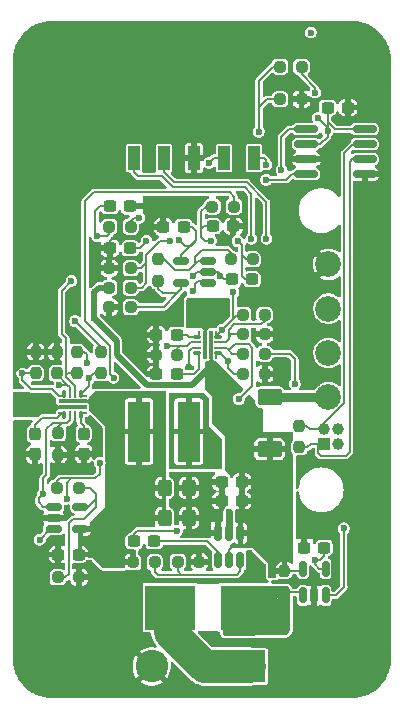
<source format=gbl>
G04 #@! TF.GenerationSoftware,KiCad,Pcbnew,9.0.7*
G04 #@! TF.CreationDate,2026-01-26T16:17:32-05:00*
G04 #@! TF.ProjectId,rocket_power_board,726f636b-6574-45f7-906f-7765725f626f,rev?*
G04 #@! TF.SameCoordinates,Original*
G04 #@! TF.FileFunction,Copper,L4,Bot*
G04 #@! TF.FilePolarity,Positive*
%FSLAX46Y46*%
G04 Gerber Fmt 4.6, Leading zero omitted, Abs format (unit mm)*
G04 Created by KiCad (PCBNEW 9.0.7) date 2026-01-26 16:17:32*
%MOMM*%
%LPD*%
G01*
G04 APERTURE LIST*
G04 Aperture macros list*
%AMRoundRect*
0 Rectangle with rounded corners*
0 $1 Rounding radius*
0 $2 $3 $4 $5 $6 $7 $8 $9 X,Y pos of 4 corners*
0 Add a 4 corners polygon primitive as box body*
4,1,4,$2,$3,$4,$5,$6,$7,$8,$9,$2,$3,0*
0 Add four circle primitives for the rounded corners*
1,1,$1+$1,$2,$3*
1,1,$1+$1,$4,$5*
1,1,$1+$1,$6,$7*
1,1,$1+$1,$8,$9*
0 Add four rect primitives between the rounded corners*
20,1,$1+$1,$2,$3,$4,$5,0*
20,1,$1+$1,$4,$5,$6,$7,0*
20,1,$1+$1,$6,$7,$8,$9,0*
20,1,$1+$1,$8,$9,$2,$3,0*%
G04 Aperture macros list end*
G04 #@! TA.AperFunction,ComponentPad*
%ADD10C,2.175000*%
G04 #@! TD*
G04 #@! TA.AperFunction,ComponentPad*
%ADD11C,1.000000*%
G04 #@! TD*
G04 #@! TA.AperFunction,ComponentPad*
%ADD12R,1.000000X1.000000*%
G04 #@! TD*
G04 #@! TA.AperFunction,SMDPad,CuDef*
%ADD13RoundRect,0.050000X-0.250000X-0.100000X0.250000X-0.100000X0.250000X0.100000X-0.250000X0.100000X0*%
G04 #@! TD*
G04 #@! TA.AperFunction,SMDPad,CuDef*
%ADD14RoundRect,0.050000X-0.075000X-0.275000X0.075000X-0.275000X0.075000X0.275000X-0.075000X0.275000X0*%
G04 #@! TD*
G04 #@! TA.AperFunction,SMDPad,CuDef*
%ADD15RoundRect,0.050000X-0.250000X-0.075000X0.250000X-0.075000X0.250000X0.075000X-0.250000X0.075000X0*%
G04 #@! TD*
G04 #@! TA.AperFunction,SMDPad,CuDef*
%ADD16RoundRect,0.075000X0.075000X1.125000X-0.075000X1.125000X-0.075000X-1.125000X0.075000X-1.125000X0*%
G04 #@! TD*
G04 #@! TA.AperFunction,SMDPad,CuDef*
%ADD17RoundRect,0.050000X0.250000X0.100000X-0.250000X0.100000X-0.250000X-0.100000X0.250000X-0.100000X0*%
G04 #@! TD*
G04 #@! TA.AperFunction,SMDPad,CuDef*
%ADD18RoundRect,0.050000X0.250000X0.075000X-0.250000X0.075000X-0.250000X-0.075000X0.250000X-0.075000X0*%
G04 #@! TD*
G04 #@! TA.AperFunction,SMDPad,CuDef*
%ADD19RoundRect,0.050000X0.100000X-0.250000X0.100000X0.250000X-0.100000X0.250000X-0.100000X-0.250000X0*%
G04 #@! TD*
G04 #@! TA.AperFunction,SMDPad,CuDef*
%ADD20RoundRect,0.050000X0.275000X-0.075000X0.275000X0.075000X-0.275000X0.075000X-0.275000X-0.075000X0*%
G04 #@! TD*
G04 #@! TA.AperFunction,SMDPad,CuDef*
%ADD21RoundRect,0.050000X0.075000X-0.250000X0.075000X0.250000X-0.075000X0.250000X-0.075000X-0.250000X0*%
G04 #@! TD*
G04 #@! TA.AperFunction,SMDPad,CuDef*
%ADD22RoundRect,0.075000X-1.125000X0.075000X-1.125000X-0.075000X1.125000X-0.075000X1.125000X0.075000X0*%
G04 #@! TD*
G04 #@! TA.AperFunction,SMDPad,CuDef*
%ADD23RoundRect,0.050000X-0.100000X0.250000X-0.100000X-0.250000X0.100000X-0.250000X0.100000X0.250000X0*%
G04 #@! TD*
G04 #@! TA.AperFunction,SMDPad,CuDef*
%ADD24RoundRect,0.050000X-0.075000X0.250000X-0.075000X-0.250000X0.075000X-0.250000X0.075000X0.250000X0*%
G04 #@! TD*
G04 #@! TA.AperFunction,SMDPad,CuDef*
%ADD25RoundRect,0.237500X-0.300000X-0.237500X0.300000X-0.237500X0.300000X0.237500X-0.300000X0.237500X0*%
G04 #@! TD*
G04 #@! TA.AperFunction,SMDPad,CuDef*
%ADD26RoundRect,0.237500X0.300000X0.237500X-0.300000X0.237500X-0.300000X-0.237500X0.300000X-0.237500X0*%
G04 #@! TD*
G04 #@! TA.AperFunction,SMDPad,CuDef*
%ADD27RoundRect,0.237500X-0.250000X-0.237500X0.250000X-0.237500X0.250000X0.237500X-0.250000X0.237500X0*%
G04 #@! TD*
G04 #@! TA.AperFunction,SMDPad,CuDef*
%ADD28RoundRect,0.237500X0.250000X0.237500X-0.250000X0.237500X-0.250000X-0.237500X0.250000X-0.237500X0*%
G04 #@! TD*
G04 #@! TA.AperFunction,ComponentPad*
%ADD29R,2.743200X2.743200*%
G04 #@! TD*
G04 #@! TA.AperFunction,ComponentPad*
%ADD30C,2.743200*%
G04 #@! TD*
G04 #@! TA.AperFunction,ComponentPad*
%ADD31C,0.800000*%
G04 #@! TD*
G04 #@! TA.AperFunction,ComponentPad*
%ADD32C,6.400000*%
G04 #@! TD*
G04 #@! TA.AperFunction,SMDPad,CuDef*
%ADD33RoundRect,0.237500X0.237500X-0.250000X0.237500X0.250000X-0.237500X0.250000X-0.237500X-0.250000X0*%
G04 #@! TD*
G04 #@! TA.AperFunction,SMDPad,CuDef*
%ADD34RoundRect,0.150000X-0.512500X-0.150000X0.512500X-0.150000X0.512500X0.150000X-0.512500X0.150000X0*%
G04 #@! TD*
G04 #@! TA.AperFunction,SMDPad,CuDef*
%ADD35RoundRect,0.237500X-0.237500X0.250000X-0.237500X-0.250000X0.237500X-0.250000X0.237500X0.250000X0*%
G04 #@! TD*
G04 #@! TA.AperFunction,SMDPad,CuDef*
%ADD36RoundRect,0.150000X0.512500X0.150000X-0.512500X0.150000X-0.512500X-0.150000X0.512500X-0.150000X0*%
G04 #@! TD*
G04 #@! TA.AperFunction,SMDPad,CuDef*
%ADD37RoundRect,0.150000X0.150000X-0.512500X0.150000X0.512500X-0.150000X0.512500X-0.150000X-0.512500X0*%
G04 #@! TD*
G04 #@! TA.AperFunction,SMDPad,CuDef*
%ADD38RoundRect,0.250000X-0.325000X-0.450000X0.325000X-0.450000X0.325000X0.450000X-0.325000X0.450000X0*%
G04 #@! TD*
G04 #@! TA.AperFunction,SMDPad,CuDef*
%ADD39RoundRect,0.150000X-0.825000X-0.150000X0.825000X-0.150000X0.825000X0.150000X-0.825000X0.150000X0*%
G04 #@! TD*
G04 #@! TA.AperFunction,SMDPad,CuDef*
%ADD40RoundRect,0.237500X-0.237500X0.300000X-0.237500X-0.300000X0.237500X-0.300000X0.237500X0.300000X0*%
G04 #@! TD*
G04 #@! TA.AperFunction,SMDPad,CuDef*
%ADD41R,1.000000X2.000000*%
G04 #@! TD*
G04 #@! TA.AperFunction,SMDPad,CuDef*
%ADD42RoundRect,0.250000X0.800000X-0.450000X0.800000X0.450000X-0.800000X0.450000X-0.800000X-0.450000X0*%
G04 #@! TD*
G04 #@! TA.AperFunction,SMDPad,CuDef*
%ADD43R,4.241800X3.810000*%
G04 #@! TD*
G04 #@! TA.AperFunction,SMDPad,CuDef*
%ADD44R,1.900000X5.100000*%
G04 #@! TD*
G04 #@! TA.AperFunction,SMDPad,CuDef*
%ADD45RoundRect,0.150000X-0.150000X0.512500X-0.150000X-0.512500X0.150000X-0.512500X0.150000X0.512500X0*%
G04 #@! TD*
G04 #@! TA.AperFunction,ViaPad*
%ADD46C,0.600000*%
G04 #@! TD*
G04 #@! TA.AperFunction,Conductor*
%ADD47C,0.203200*%
G04 #@! TD*
G04 #@! TA.AperFunction,Conductor*
%ADD48C,0.290000*%
G04 #@! TD*
G04 #@! TA.AperFunction,Conductor*
%ADD49C,0.508000*%
G04 #@! TD*
G04 #@! TA.AperFunction,Conductor*
%ADD50C,0.800000*%
G04 #@! TD*
G04 #@! TA.AperFunction,Conductor*
%ADD51C,2.820000*%
G04 #@! TD*
G04 #@! TA.AperFunction,Conductor*
%ADD52C,1.016000*%
G04 #@! TD*
G04 #@! TA.AperFunction,Conductor*
%ADD53C,0.599948*%
G04 #@! TD*
G04 APERTURE END LIST*
D10*
G04 #@! TO.P,J2,D,GND*
G04 #@! TO.N,GND*
X226612200Y-68137600D03*
G04 #@! TO.P,J2,C,+5V*
G04 #@! TO.N,+5V_SW*
X226612201Y-71887600D03*
G04 #@! TO.P,J2,B,+12V*
G04 #@! TO.N,+12V*
X226612200Y-75637600D03*
G04 #@! TO.P,J2,A,+CHG*
G04 #@! TO.N,/Charge_Line*
X226612201Y-79387600D03*
D11*
G04 #@! TO.P,J2,4,NC*
G04 #@! TO.N,unconnected-(J2-NC-Pad4)*
X227442200Y-82087600D03*
G04 #@! TO.P,J2,3,NC*
G04 #@! TO.N,unconnected-(J2-NC-Pad3)*
X227442200Y-83337600D03*
G04 #@! TO.P,J2,2,CANL*
G04 #@! TO.N,/CANL*
X226192200Y-82087600D03*
D12*
G04 #@! TO.P,J2,1,CANH*
G04 #@! TO.N,/CANH*
X226192200Y-83337600D03*
G04 #@! TD*
D13*
G04 #@! TO.P,U3,10,ITIMER*
G04 #@! TO.N,Net-(U3-ITIMER)*
X215482600Y-74255400D03*
D14*
X215657600Y-74080400D03*
D15*
G04 #@! TO.P,U3,9,ILM*
G04 #@! TO.N,/Charge Circuitry+12V-5V Buck/12V_I_Sense_Op_Amp_In*
X215482600Y-74730400D03*
G04 #@! TO.P,U3,8,GND*
G04 #@! TO.N,GND*
X215482600Y-75180400D03*
D13*
G04 #@! TO.P,U3,7,dVdt*
G04 #@! TO.N,Net-(U3-dVdt)*
X215482600Y-75655400D03*
D14*
X215657600Y-75830400D03*
D16*
G04 #@! TO.P,U3,6,OUT*
G04 #@! TO.N,+12V*
X216132600Y-74955400D03*
G04 #@! TO.P,U3,5,IN*
G04 #@! TO.N,+BATT*
X216632600Y-74955400D03*
D14*
G04 #@! TO.P,U3,4,PGTH*
G04 #@! TO.N,Net-(U3-PGTH)*
X217107600Y-75830400D03*
D17*
X217282600Y-75655400D03*
D18*
G04 #@! TO.P,U3,3,PG*
G04 #@! TO.N,/12V_Fuse_FLT*
X217282600Y-75180400D03*
G04 #@! TO.P,U3,2,OVLO*
G04 #@! TO.N,Net-(U3-OVLO)*
X217282600Y-74730400D03*
D14*
G04 #@! TO.P,U3,1,EN_UVLO*
G04 #@! TO.N,/12V_RST{slash}EN*
X217107600Y-74080400D03*
D17*
X217282600Y-74255400D03*
G04 #@! TD*
D19*
G04 #@! TO.P,U7,10,ITIMER*
G04 #@! TO.N,Net-(U7-ITIMER)*
X204252600Y-80884600D03*
D20*
X204077600Y-80709600D03*
D21*
G04 #@! TO.P,U7,9,ILM*
G04 #@! TO.N,/5V_Enable/5V_I_Sense_Op_Amp_In*
X204727600Y-80884600D03*
G04 #@! TO.P,U7,8,GND*
G04 #@! TO.N,GND*
X205177600Y-80884600D03*
D19*
G04 #@! TO.P,U7,7,dVdt*
G04 #@! TO.N,Net-(U7-dVdt)*
X205652600Y-80884600D03*
D20*
X205827600Y-80709600D03*
D22*
G04 #@! TO.P,U7,6,OUT*
G04 #@! TO.N,+5V_SW*
X204952600Y-80234600D03*
G04 #@! TO.P,U7,5,IN*
G04 #@! TO.N,+5V*
X204952600Y-79734600D03*
D20*
G04 #@! TO.P,U7,4,PGTH*
G04 #@! TO.N,Net-(U7-PGTH)*
X205827600Y-79259600D03*
D23*
X205652600Y-79084600D03*
D24*
G04 #@! TO.P,U7,3,PG*
G04 #@! TO.N,/5V_Fuse_FLT*
X205177600Y-79084600D03*
G04 #@! TO.P,U7,2,OVLO*
G04 #@! TO.N,Net-(U7-OVLO)*
X204727600Y-79084600D03*
D20*
G04 #@! TO.P,U7,1,EN_UVLO*
G04 #@! TO.N,/5V_Fuse_RST{slash}EN*
X204077600Y-79259600D03*
D23*
X204252600Y-79084600D03*
G04 #@! TD*
D25*
G04 #@! TO.P,C10,2*
G04 #@! TO.N,GND*
X209802900Y-63220600D03*
G04 #@! TO.P,C10,1*
G04 #@! TO.N,/BATT_Current_Sense*
X208077900Y-63220600D03*
G04 #@! TD*
D26*
G04 #@! TO.P,C11,1*
G04 #@! TO.N,/12V_Current_Sense*
X220140700Y-69416400D03*
G04 #@! TO.P,C11,2*
G04 #@! TO.N,GND*
X218415700Y-69416400D03*
G04 #@! TD*
D25*
G04 #@! TO.P,C23,2*
G04 #@! TO.N,GND*
X218565900Y-64908500D03*
G04 #@! TO.P,C23,1*
G04 #@! TO.N,/5V_Current_Sense*
X216840900Y-64908500D03*
G04 #@! TD*
D27*
G04 #@! TO.P,R20,2*
G04 #@! TO.N,Net-(R20-Pad2)*
X209878300Y-64947800D03*
G04 #@! TO.P,R20,1*
G04 #@! TO.N,/BATT_Current_Sense*
X208053300Y-64947800D03*
G04 #@! TD*
D28*
G04 #@! TO.P,R21,1*
G04 #@! TO.N,/12V_Current_Sense*
X220190700Y-67716400D03*
G04 #@! TO.P,R21,2*
G04 #@! TO.N,Net-(R17-Pad2)*
X218365700Y-67716400D03*
G04 #@! TD*
D27*
G04 #@! TO.P,R34,2*
G04 #@! TO.N,Net-(R31-Pad2)*
X218615900Y-63246000D03*
G04 #@! TO.P,R34,1*
G04 #@! TO.N,/5V_Current_Sense*
X216790900Y-63246000D03*
G04 #@! TD*
D29*
G04 #@! TO.P,J3,1,Pin_1*
G04 #@! TO.N,Net-(J3-Pin_1)*
X219900500Y-102187899D03*
D30*
G04 #@! TO.P,J3,2,Pin_2*
G04 #@! TO.N,GND*
X211645501Y-102187899D03*
G04 #@! TD*
D31*
G04 #@! TO.P,H1,1,1*
G04 #@! TO.N,GND*
X200800000Y-50800000D03*
X201502944Y-49102944D03*
X201502944Y-52497056D03*
X203200000Y-48400000D03*
D32*
X203200000Y-50800000D03*
D31*
X203200000Y-53200000D03*
X204897056Y-49102944D03*
X204897056Y-52497056D03*
X205600000Y-50800000D03*
G04 #@! TD*
G04 #@! TO.P,H2,1,1*
G04 #@! TO.N,GND*
X226149200Y-50800000D03*
X226852144Y-49102944D03*
X226852144Y-52497056D03*
X228549200Y-48400000D03*
D32*
X228549200Y-50800000D03*
D31*
X228549200Y-53200000D03*
X230246256Y-49102944D03*
X230246256Y-52497056D03*
X230949200Y-50800000D03*
G04 #@! TD*
G04 #@! TO.P,H4,1,1*
G04 #@! TO.N,GND*
X200800000Y-101600000D03*
X201502944Y-99902944D03*
X201502944Y-103297056D03*
X203200000Y-99200000D03*
D32*
X203200000Y-101600000D03*
D31*
X203200000Y-104000000D03*
X204897056Y-99902944D03*
X204897056Y-103297056D03*
X205600000Y-101600000D03*
G04 #@! TD*
G04 #@! TO.P,H3,1,1*
G04 #@! TO.N,GND*
X226200000Y-101600000D03*
X226902944Y-99902944D03*
X226902944Y-103297056D03*
X228600000Y-99200000D03*
D32*
X228600000Y-101600000D03*
D31*
X228600000Y-104000000D03*
X230297056Y-99902944D03*
X230297056Y-103297056D03*
X231000000Y-101600000D03*
G04 #@! TD*
D33*
G04 #@! TO.P,R1,1*
G04 #@! TO.N,/CANH*
X224129600Y-83614900D03*
G04 #@! TO.P,R1,2*
G04 #@! TO.N,/CANL*
X224129600Y-81789900D03*
G04 #@! TD*
G04 #@! TO.P,R23,1*
G04 #@! TO.N,/5V_Fuse_RST{slash}EN*
X201828400Y-77366500D03*
G04 #@! TO.P,R23,2*
G04 #@! TO.N,GND*
X201828400Y-75541500D03*
G04 #@! TD*
D34*
G04 #@! TO.P,U8,1*
G04 #@! TO.N,Net-(R31-Pad2)*
X203332500Y-90561200D03*
G04 #@! TO.P,U8,2,GND*
G04 #@! TO.N,GND*
X203332500Y-89611200D03*
G04 #@! TO.P,U8,3,+*
G04 #@! TO.N,/5V_Enable/5V_I_Sense_Op_Amp_In*
X203332500Y-88661200D03*
G04 #@! TO.P,U8,4,-*
G04 #@! TO.N,Net-(U8--)*
X205607500Y-88661200D03*
G04 #@! TO.P,U8,5,V+*
G04 #@! TO.N,+5V*
X205607500Y-90561200D03*
G04 #@! TD*
D35*
G04 #@! TO.P,R29,1*
G04 #@! TO.N,+5V*
X205308200Y-75541500D03*
G04 #@! TO.P,R29,2*
G04 #@! TO.N,/5V_Fuse_FLT*
X205308200Y-77366500D03*
G04 #@! TD*
D27*
G04 #@! TO.P,R12,1*
G04 #@! TO.N,/12V_RST{slash}EN*
X219381700Y-72415400D03*
G04 #@! TO.P,R12,2*
G04 #@! TO.N,Net-(U3-OVLO)*
X221206700Y-72415400D03*
G04 #@! TD*
D36*
G04 #@! TO.P,U5,1*
G04 #@! TO.N,Net-(R17-Pad2)*
X216427900Y-67858600D03*
G04 #@! TO.P,U5,2,GND*
G04 #@! TO.N,GND*
X216427900Y-68808600D03*
G04 #@! TO.P,U5,3,+*
G04 #@! TO.N,/Charge Circuitry+12V-5V Buck/12V_I_Sense_Op_Amp_In*
X216427900Y-69758600D03*
G04 #@! TO.P,U5,4,-*
G04 #@! TO.N,Net-(U5--)*
X214152900Y-69758600D03*
G04 #@! TO.P,U5,5,V+*
G04 #@! TO.N,+5V*
X214152900Y-67858600D03*
G04 #@! TD*
D28*
G04 #@! TO.P,R16,1*
G04 #@! TO.N,Net-(U5--)*
X209878300Y-71755000D03*
G04 #@! TO.P,R16,2*
G04 #@! TO.N,GND*
X208053300Y-71755000D03*
G04 #@! TD*
D33*
G04 #@! TO.P,R17,1*
G04 #@! TO.N,Net-(U5--)*
X212217000Y-69543300D03*
G04 #@! TO.P,R17,2*
G04 #@! TO.N,Net-(R17-Pad2)*
X212217000Y-67718300D03*
G04 #@! TD*
D28*
G04 #@! TO.P,R5,1*
G04 #@! TO.N,+5V*
X224330900Y-51409600D03*
G04 #@! TO.P,R5,2*
G04 #@! TO.N,/5V_Voltage_Sense*
X222505900Y-51409600D03*
G04 #@! TD*
D37*
G04 #@! TO.P,U4,1*
G04 #@! TO.N,Net-(R20-Pad2)*
X226362500Y-96175000D03*
G04 #@! TO.P,U4,2,GND*
G04 #@! TO.N,GND*
X225412500Y-96175000D03*
G04 #@! TO.P,U4,3,+*
G04 #@! TO.N,/Charge Circuitry+12V-5V Buck/BATT_ISense_+*
X224462500Y-96175000D03*
G04 #@! TO.P,U4,4,-*
G04 #@! TO.N,+BATT*
X224462500Y-93900000D03*
G04 #@! TO.P,U4,5,V+*
G04 #@! TO.N,+5V*
X226362500Y-93900000D03*
G04 #@! TD*
D26*
G04 #@! TO.P,C2,1*
G04 #@! TO.N,+5V*
X209828300Y-66776600D03*
G04 #@! TO.P,C2,2*
G04 #@! TO.N,GND*
X208103300Y-66776600D03*
G04 #@! TD*
D27*
G04 #@! TO.P,R27,1*
G04 #@! TO.N,Net-(U6-VFB)*
X213857500Y-93320000D03*
G04 #@! TO.P,R27,2*
G04 #@! TO.N,GND*
X215682500Y-93320000D03*
G04 #@! TD*
D26*
G04 #@! TO.P,C9,1*
G04 #@! TO.N,+5V*
X214349500Y-64947800D03*
G04 #@! TO.P,C9,2*
G04 #@! TO.N,GND*
X212624500Y-64947800D03*
G04 #@! TD*
D38*
G04 #@! TO.P,C20,1*
G04 #@! TO.N,+5V*
X212741400Y-87071200D03*
G04 #@! TO.P,C20,2*
G04 #@! TO.N,GND*
X214791400Y-87071200D03*
G04 #@! TD*
D27*
G04 #@! TO.P,R19,1*
G04 #@! TO.N,Net-(U3-PGTH)*
X219381700Y-77419200D03*
G04 #@! TO.P,R19,2*
G04 #@! TO.N,GND*
X221206700Y-77419200D03*
G04 #@! TD*
D25*
G04 #@! TO.P,C16,1*
G04 #@! TO.N,/5V_Enable/SW_PIN*
X210137500Y-91600000D03*
G04 #@! TO.P,C16,2*
G04 #@! TO.N,Net-(U6-VBST)*
X211862500Y-91600000D03*
G04 #@! TD*
D26*
G04 #@! TO.P,C7,1*
G04 #@! TO.N,Net-(U3-dVdt)*
X213765300Y-77419200D03*
G04 #@! TO.P,C7,2*
G04 #@! TO.N,GND*
X212040300Y-77419200D03*
G04 #@! TD*
D28*
G04 #@! TO.P,R14,1*
G04 #@! TO.N,+5V*
X221206700Y-75717400D03*
G04 #@! TO.P,R14,2*
G04 #@! TO.N,/12V_Fuse_FLT*
X219381700Y-75717400D03*
G04 #@! TD*
D26*
G04 #@! TO.P,C21,1*
G04 #@! TO.N,+5V*
X205459500Y-92710000D03*
G04 #@! TO.P,C21,2*
G04 #@! TO.N,GND*
X203734500Y-92710000D03*
G04 #@! TD*
D35*
G04 #@! TO.P,R28,1*
G04 #@! TO.N,/5V_Enable/5V_I_Sense_Op_Amp_In*
X203733400Y-82424900D03*
G04 #@! TO.P,R28,2*
G04 #@! TO.N,GND*
X203733400Y-84249900D03*
G04 #@! TD*
D39*
G04 #@! TO.P,U1,1,TXD*
G04 #@! TO.N,/CAN_TX*
X224728000Y-60502800D03*
G04 #@! TO.P,U1,2,VSS*
G04 #@! TO.N,GND*
X224728000Y-59232800D03*
G04 #@! TO.P,U1,3,VDD*
G04 #@! TO.N,+5V*
X224728000Y-57962800D03*
G04 #@! TO.P,U1,4,RXD*
G04 #@! TO.N,/CAN_RX*
X224728000Y-56692800D03*
G04 #@! TO.P,U1,5,VIO*
G04 #@! TO.N,+5V*
X229678000Y-56692800D03*
G04 #@! TO.P,U1,6,CANL*
G04 #@! TO.N,/CANL*
X229678000Y-57962800D03*
G04 #@! TO.P,U1,7,CANH*
G04 #@! TO.N,/CANH*
X229678000Y-59232800D03*
G04 #@! TO.P,U1,8,STBY*
G04 #@! TO.N,GND*
X229678000Y-60502800D03*
G04 #@! TD*
D40*
G04 #@! TO.P,C17,1*
G04 #@! TO.N,Net-(U7-ITIMER)*
X201726800Y-82500300D03*
G04 #@! TO.P,C17,2*
G04 #@! TO.N,GND*
X201726800Y-84225300D03*
G04 #@! TD*
D35*
G04 #@! TO.P,R10,1*
G04 #@! TO.N,+BATT*
X222885000Y-94083500D03*
G04 #@! TO.P,R10,2*
G04 #@! TO.N,/Charge Circuitry+12V-5V Buck/BATT_ISense_+*
X222885000Y-95908500D03*
G04 #@! TD*
D27*
G04 #@! TO.P,R3,1*
G04 #@! TO.N,GND*
X208053300Y-68453000D03*
G04 #@! TO.P,R3,2*
G04 #@! TO.N,/BATT_Voltage_Sense*
X209878300Y-68453000D03*
G04 #@! TD*
D25*
G04 #@! TO.P,C1,1*
G04 #@! TO.N,+5V*
X226543700Y-54864000D03*
G04 #@! TO.P,C1,2*
G04 #@! TO.N,GND*
X228268700Y-54864000D03*
G04 #@! TD*
D27*
G04 #@! TO.P,R13,1*
G04 #@! TO.N,Net-(U3-OVLO)*
X219381700Y-74066400D03*
G04 #@! TO.P,R13,2*
G04 #@! TO.N,GND*
X221206700Y-74066400D03*
G04 #@! TD*
D28*
G04 #@! TO.P,R6,1*
G04 #@! TO.N,GND*
X224330900Y-54152800D03*
G04 #@! TO.P,R6,2*
G04 #@! TO.N,/5V_Voltage_Sense*
X222505900Y-54152800D03*
G04 #@! TD*
D33*
G04 #@! TO.P,R25,1*
G04 #@! TO.N,Net-(U7-OVLO)*
X203606400Y-77366500D03*
G04 #@! TO.P,R25,2*
G04 #@! TO.N,GND*
X203606400Y-75541500D03*
G04 #@! TD*
D26*
G04 #@! TO.P,C8,1*
G04 #@! TO.N,+5V*
X226256250Y-92137500D03*
G04 #@! TO.P,C8,2*
G04 #@! TO.N,GND*
X224531250Y-92137500D03*
G04 #@! TD*
D41*
G04 #@! TO.P,J1,1,Pin_1*
G04 #@! TO.N,/~{MCLR}*
X220319600Y-59140300D03*
G04 #@! TO.P,J1,2,Pin_2*
G04 #@! TO.N,+5V*
X217779600Y-59140300D03*
G04 #@! TO.P,J1,3,Pin_3*
G04 #@! TO.N,GND*
X215239600Y-59140300D03*
G04 #@! TO.P,J1,4,Pin_4*
G04 #@! TO.N,/ICSPDAT*
X212699600Y-59140300D03*
G04 #@! TO.P,J1,5,Pin_5*
G04 #@! TO.N,/ICSPCLK*
X210159600Y-59140300D03*
G04 #@! TD*
D42*
G04 #@! TO.P,D4,1,K*
G04 #@! TO.N,+BATT*
X221640400Y-83784800D03*
G04 #@! TO.P,D4,2,A*
G04 #@! TO.N,/Charge_Line*
X221640400Y-79384800D03*
G04 #@! TD*
D43*
G04 #@! TO.P,F1,1*
G04 #@! TO.N,/Charge Circuitry+12V-5V Buck/BATT_ISense_+*
X219587700Y-97200000D03*
G04 #@! TO.P,F1,2*
G04 #@! TO.N,Net-(J3-Pin_1)*
X213212300Y-97200000D03*
G04 #@! TD*
D27*
G04 #@! TO.P,R26,1*
G04 #@! TO.N,+5V*
X210087500Y-93370000D03*
G04 #@! TO.P,R26,2*
G04 #@! TO.N,Net-(U6-VFB)*
X211912500Y-93370000D03*
G04 #@! TD*
D40*
G04 #@! TO.P,C18,1*
G04 #@! TO.N,Net-(U7-dVdt)*
X205892400Y-82474900D03*
G04 #@! TO.P,C18,2*
G04 #@! TO.N,GND*
X205892400Y-84199900D03*
G04 #@! TD*
D28*
G04 #@! TO.P,R15,1*
G04 #@! TO.N,/Charge Circuitry+12V-5V Buck/12V_I_Sense_Op_Amp_In*
X213815300Y-75793600D03*
G04 #@! TO.P,R15,2*
G04 #@! TO.N,GND*
X211990300Y-75793600D03*
G04 #@! TD*
D26*
G04 #@! TO.P,C6,1*
G04 #@! TO.N,Net-(U3-ITIMER)*
X213765300Y-74091800D03*
G04 #@! TO.P,C6,2*
G04 #@! TO.N,GND*
X212040300Y-74091800D03*
G04 #@! TD*
D28*
G04 #@! TO.P,R31,1*
G04 #@! TO.N,Net-(U8--)*
X205458700Y-87071200D03*
G04 #@! TO.P,R31,2*
G04 #@! TO.N,Net-(R31-Pad2)*
X203633700Y-87071200D03*
G04 #@! TD*
D44*
G04 #@! TO.P,L1,1,1*
G04 #@! TO.N,/5V_Enable/SW_PIN*
X214774200Y-82296000D03*
G04 #@! TO.P,L1,2,2*
G04 #@! TO.N,+5V*
X210574200Y-82296000D03*
G04 #@! TD*
D27*
G04 #@! TO.P,R2,1*
G04 #@! TO.N,+BATT*
X208053300Y-70104000D03*
G04 #@! TO.P,R2,2*
G04 #@! TO.N,/BATT_Voltage_Sense*
X209878300Y-70104000D03*
G04 #@! TD*
D45*
G04 #@! TO.P,U6,1,GND*
G04 #@! TO.N,GND*
X217261400Y-90906600D03*
G04 #@! TO.P,U6,2,SW*
G04 #@! TO.N,/5V_Enable/SW_PIN*
X218211400Y-90906600D03*
G04 #@! TO.P,U6,3,VIN*
G04 #@! TO.N,+BATT*
X219161400Y-90906600D03*
G04 #@! TO.P,U6,4,VFB*
G04 #@! TO.N,Net-(U6-VFB)*
X219161400Y-93181600D03*
G04 #@! TO.P,U6,5,EN*
G04 #@! TO.N,+BATT*
X218211400Y-93181600D03*
G04 #@! TO.P,U6,6,VBST*
G04 #@! TO.N,Net-(U6-VBST)*
X217261400Y-93181600D03*
G04 #@! TD*
D26*
G04 #@! TO.P,C14,1*
G04 #@! TO.N,+BATT*
X219288400Y-86563200D03*
G04 #@! TO.P,C14,2*
G04 #@! TO.N,GND*
X217563400Y-86563200D03*
G04 #@! TD*
G04 #@! TO.P,C13,1*
G04 #@! TO.N,+BATT*
X219288400Y-88163200D03*
G04 #@! TO.P,C13,2*
G04 #@! TO.N,GND*
X217563400Y-88163200D03*
G04 #@! TD*
D35*
G04 #@! TO.P,R32,1*
G04 #@! TO.N,+5V_SW*
X207340200Y-75541500D03*
G04 #@! TO.P,R32,2*
G04 #@! TO.N,Net-(U7-PGTH)*
X207340200Y-77366500D03*
G04 #@! TD*
D38*
G04 #@! TO.P,C19,1*
G04 #@! TO.N,+5V*
X212742600Y-89611200D03*
G04 #@! TO.P,C19,2*
G04 #@! TO.N,GND*
X214792600Y-89611200D03*
G04 #@! TD*
D27*
G04 #@! TO.P,R30,1*
G04 #@! TO.N,Net-(U8--)*
X203684500Y-94640400D03*
G04 #@! TO.P,R30,2*
G04 #@! TO.N,GND*
X205509500Y-94640400D03*
G04 #@! TD*
D46*
G04 #@! TO.N,GND*
X215166268Y-69093598D03*
X217461672Y-69093600D03*
G04 #@! TO.N,+5V*
X209169000Y-82092800D03*
G04 #@! TO.N,GND*
X204774800Y-82219800D03*
X222834200Y-74879200D03*
X216437341Y-92532659D03*
G04 #@! TO.N,/5V_Enable/SW_PIN*
X213775000Y-90700000D03*
G04 #@! TO.N,+12V*
X214960200Y-72390000D03*
X217932000Y-72390000D03*
X215950800Y-71399400D03*
X214960200Y-71399400D03*
X216941400Y-71399400D03*
X217932000Y-71399400D03*
G04 #@! TO.N,GND*
X205836433Y-55279565D03*
X214223600Y-51308000D03*
X209956400Y-51231800D03*
X212090000Y-50622200D03*
X206502000Y-55956200D03*
X215315800Y-55422800D03*
X211277200Y-51231800D03*
X224053400Y-97510600D03*
X216179400Y-87452200D03*
X212344000Y-56083200D03*
X215366600Y-52578000D03*
X212928200Y-55499000D03*
X224307400Y-67106800D03*
X214807800Y-76814400D03*
X201320400Y-74091800D03*
X205816200Y-54152800D03*
X212877400Y-51231800D03*
X206527400Y-54635400D03*
X203073000Y-72237600D03*
X209702400Y-74904600D03*
X211836000Y-55473600D03*
X214833200Y-56083200D03*
X227050600Y-97434400D03*
X214960200Y-54711600D03*
X213944200Y-59740800D03*
X211404200Y-59715400D03*
X206578200Y-52070000D03*
X211429600Y-63220600D03*
X215214200Y-53949600D03*
X206527400Y-53543200D03*
X226923600Y-95021400D03*
X223012000Y-73253600D03*
X224866200Y-95021400D03*
X214833200Y-52044600D03*
X214198200Y-55448200D03*
X230835200Y-61671200D03*
X229412800Y-55803800D03*
X216179400Y-86309200D03*
X214934800Y-50698400D03*
X207187800Y-55321200D03*
X208940400Y-70942200D03*
X216179400Y-89966800D03*
X209254221Y-65846018D03*
X216179400Y-88722200D03*
X222834200Y-76555600D03*
X229285800Y-61849000D03*
X211226400Y-65074800D03*
X209702400Y-78308200D03*
X208026000Y-50698400D03*
X204825600Y-84937600D03*
X209372200Y-50520600D03*
X206273400Y-75006200D03*
X226288600Y-59842400D03*
X208584800Y-56464200D03*
X207746600Y-55956200D03*
X205105000Y-70764400D03*
X214807800Y-53263800D03*
X210566000Y-50647600D03*
X213639400Y-56057800D03*
X208356200Y-55372000D03*
X208737200Y-51181000D03*
X207441800Y-51206400D03*
X213766400Y-50698400D03*
X219430600Y-64058800D03*
X215290400Y-51409600D03*
G04 #@! TO.N,+5V*
X223774000Y-78257400D03*
X225120200Y-48514000D03*
X216509600Y-59537600D03*
X225704400Y-55753000D03*
X211455000Y-85801200D03*
X211201000Y-66141600D03*
X225475800Y-93192600D03*
X213995000Y-66116200D03*
X210159600Y-88341200D03*
X211505800Y-88341200D03*
X226542600Y-56870600D03*
X225475800Y-53594000D03*
X206171800Y-76504800D03*
X210134200Y-85801200D03*
G04 #@! TO.N,/5V_Current_Sense*
X216636600Y-66141600D03*
G04 #@! TO.N,/12V_Current_Sense*
X218922600Y-66167000D03*
G04 #@! TO.N,+5V_SW*
X200710800Y-79654400D03*
X202336400Y-79654400D03*
X201523600Y-80467200D03*
X203149200Y-80467200D03*
X201523600Y-79654400D03*
X203149200Y-79654400D03*
X200710800Y-80467200D03*
X202336400Y-80467200D03*
X205155800Y-72948800D03*
G04 #@! TO.N,/ICSPCLK*
X220091000Y-65963800D03*
G04 #@! TO.N,/~{MCLR}*
X221361000Y-59690000D03*
G04 #@! TO.N,/ICSPDAT*
X221361000Y-65963800D03*
G04 #@! TO.N,/BATT_Voltage_Sense*
X213156800Y-66141600D03*
G04 #@! TO.N,/5V_Voltage_Sense*
X220722676Y-56902599D03*
G04 #@! TO.N,/CAN_TX*
X221335600Y-60985400D03*
G04 #@! TO.N,/CAN_RX*
X222631000Y-60147200D03*
G04 #@! TO.N,/12V_Fuse_FLT*
X219024200Y-79552800D03*
G04 #@! TO.N,+BATT*
X206781400Y-72720200D03*
X216509600Y-76911200D03*
X217322400Y-79044800D03*
X217322400Y-78384400D03*
G04 #@! TO.N,/BATT_Current_Sense*
X207035400Y-65760600D03*
G04 #@! TO.N,/5V_Fuse_FLT*
X204851000Y-69545200D03*
G04 #@! TO.N,/5V_Fuse_RST{slash}EN*
X200698000Y-77368400D03*
G04 #@! TO.N,Net-(U7-OVLO)*
X203833646Y-78382409D03*
G04 #@! TO.N,/5V_Enable/5V_I_Sense_Op_Amp_In*
X202438000Y-87604600D03*
G04 #@! TO.N,Net-(U7-PGTH)*
X206324200Y-77800200D03*
G04 #@! TO.N,/12V_RST{slash}EN*
X218567000Y-70510400D03*
X217576400Y-73685400D03*
G04 #@! TO.N,/Charge Circuitry+12V-5V Buck/12V_I_Sense_Op_Amp_In*
X215112600Y-70434200D03*
X212919327Y-75049049D03*
G04 #@! TO.N,Net-(R20-Pad2)*
X210591400Y-64198797D03*
X227914200Y-90500200D03*
G04 #@! TO.N,Net-(R31-Pad2)*
X207238600Y-84937600D03*
X202158600Y-91465400D03*
X208411800Y-77749400D03*
X204444600Y-87985600D03*
G04 #@! TO.N,/5V_Enable/SW_PIN*
X218211400Y-89814400D03*
X217144600Y-85028003D03*
G04 #@! TO.N,Net-(U3-PGTH)*
X218135200Y-76352400D03*
G04 #@! TO.N,/5V_Enable/SW_PIN*
X218211400Y-89128600D03*
X217144600Y-84328000D03*
G04 #@! TD*
D47*
G04 #@! TO.N,GND*
X217784472Y-69416400D02*
X217461672Y-69093600D01*
X218415700Y-69416400D02*
X217784472Y-69416400D01*
X217245345Y-68808600D02*
X216427900Y-68808600D01*
X217461672Y-69024927D02*
X217245345Y-68808600D01*
X217461672Y-69093600D02*
X217461672Y-69024927D01*
G04 #@! TO.N,Net-(R17-Pad2)*
X215925400Y-66903600D02*
X215285368Y-67543632D01*
X218109800Y-66903600D02*
X215925400Y-66903600D01*
X215285368Y-67543632D02*
X215285368Y-68117768D01*
X218365700Y-67159500D02*
X218109800Y-66903600D01*
X218365700Y-67716400D02*
X218365700Y-67159500D01*
X215285368Y-68117768D02*
X215544535Y-67858600D01*
X215544535Y-67858600D02*
X216427900Y-67858600D01*
X213588444Y-68605400D02*
X214797735Y-68605400D01*
X212701344Y-67718300D02*
X213588444Y-68605400D01*
X212217000Y-67718300D02*
X212701344Y-67718300D01*
X214797735Y-68605400D02*
X215285368Y-68117768D01*
G04 #@! TO.N,Net-(U5--)*
X212585300Y-70599300D02*
X213804500Y-70599300D01*
X212217000Y-69543300D02*
X212217000Y-70231000D01*
X213804500Y-70599300D02*
X214152900Y-70250900D01*
X212217000Y-70231000D02*
X212585300Y-70599300D01*
X214152900Y-70250900D02*
X214152900Y-69758600D01*
X212648800Y-71755000D02*
X213804500Y-70599300D01*
X209878300Y-71755000D02*
X212648800Y-71755000D01*
G04 #@! TO.N,+5V*
X215416400Y-66091800D02*
X215201500Y-66306700D01*
X215416400Y-66091800D02*
X215416400Y-66040000D01*
X214152900Y-67355300D02*
X214152900Y-67858600D01*
X215416400Y-65277000D02*
X215416400Y-66091800D01*
X215087200Y-64947800D02*
X215416400Y-65277000D01*
X214349500Y-64947800D02*
X215087200Y-64947800D01*
X215416400Y-66091800D02*
X214152900Y-67355300D01*
X214960200Y-66548000D02*
X215201500Y-66306700D01*
X214426800Y-66548000D02*
X214960200Y-66548000D01*
X213995000Y-66116200D02*
X214426800Y-66548000D01*
G04 #@! TO.N,GND*
X215451266Y-68808600D02*
X215166268Y-69093598D01*
X216427900Y-68808600D02*
X215451266Y-68808600D01*
G04 #@! TO.N,/Charge Circuitry+12V-5V Buck/12V_I_Sense_Op_Amp_In*
X216199300Y-69530000D02*
X216427900Y-69758600D01*
X215585000Y-69530000D02*
X216199300Y-69530000D01*
X215292065Y-69822935D02*
X215585000Y-69530000D01*
X215292065Y-70254735D02*
X215292065Y-69822935D01*
X215112600Y-70434200D02*
X215292065Y-70254735D01*
G04 #@! TO.N,Net-(R17-Pad2)*
X216427900Y-67858600D02*
X216656500Y-67630000D01*
G04 #@! TO.N,/5V_Enable/5V_I_Sense_Op_Amp_In*
X203250800Y-81559400D02*
X203936600Y-81559400D01*
X202717400Y-85979000D02*
X202717400Y-82092800D01*
X202438000Y-87604600D02*
X202438000Y-86258400D01*
X202478600Y-88661200D02*
X203332500Y-88661200D01*
X202438000Y-86258400D02*
X202717400Y-85979000D01*
X202107800Y-88290400D02*
X202478600Y-88661200D01*
X202717400Y-82092800D02*
X203250800Y-81559400D01*
X202107800Y-87934800D02*
X202107800Y-88290400D01*
X202438000Y-87604600D02*
X202107800Y-87934800D01*
G04 #@! TO.N,Net-(R31-Pad2)*
X203633700Y-86510500D02*
X203633700Y-87071200D01*
X206881100Y-86260300D02*
X203883900Y-86260300D01*
X207238600Y-85902800D02*
X206881100Y-86260300D01*
X207238600Y-84937600D02*
X207238600Y-85902800D01*
X203883900Y-86260300D02*
X203633700Y-86510500D01*
G04 #@! TO.N,/12V_Fuse_FLT*
X219862400Y-74904600D02*
X218719400Y-74904600D01*
X220175000Y-78402000D02*
X220175000Y-75217200D01*
X219024200Y-79552800D02*
X220175000Y-78402000D01*
X218084400Y-75336400D02*
X217928400Y-75180400D01*
X218287600Y-75336400D02*
X218084400Y-75336400D01*
X220175000Y-75217200D02*
X219862400Y-74904600D01*
X218719400Y-74904600D02*
X218287600Y-75336400D01*
G04 #@! TO.N,/5V_Enable/SW_PIN*
X210400000Y-90700000D02*
X210137500Y-90962500D01*
X210137500Y-90962500D02*
X210137500Y-91600000D01*
X213775000Y-90700000D02*
X210400000Y-90700000D01*
G04 #@! TO.N,GND*
X215847341Y-92532659D02*
X216437341Y-92532659D01*
X215682500Y-92697500D02*
X215847341Y-92532659D01*
X215682500Y-93320000D02*
X215682500Y-92697500D01*
G04 #@! TO.N,Net-(U6-VBST)*
X216360000Y-91600000D02*
X217261400Y-92501400D01*
X211862500Y-91600000D02*
X216360000Y-91600000D01*
X217261400Y-92501400D02*
X217261400Y-93181600D01*
G04 #@! TO.N,Net-(U6-VFB)*
X213857500Y-94119300D02*
X214150000Y-94411800D01*
X213857500Y-93320000D02*
X213857500Y-94119300D01*
X214150000Y-94411800D02*
X218846400Y-94411800D01*
X219161400Y-94096800D02*
X219161400Y-93181600D01*
X212151800Y-94411800D02*
X214150000Y-94411800D01*
X211912500Y-94172500D02*
X212151800Y-94411800D01*
X218846400Y-94411800D02*
X219161400Y-94096800D01*
X211912500Y-93370000D02*
X211912500Y-94172500D01*
D48*
G04 #@! TO.N,+12V*
X216405412Y-73380600D02*
X216941400Y-73380600D01*
X216132600Y-73653412D02*
X216405412Y-73380600D01*
X216132600Y-73639460D02*
X215873740Y-73380600D01*
X216132600Y-74955400D02*
X216132600Y-73653412D01*
X215873740Y-73380600D02*
X215544400Y-73380600D01*
X216132600Y-74955400D02*
X216132600Y-73639460D01*
D47*
G04 #@! TO.N,GND*
X214807800Y-76814400D02*
X214803406Y-76810006D01*
D49*
X217261400Y-90906600D02*
X216382600Y-90906600D01*
X217261400Y-90906600D02*
X217261400Y-89677200D01*
D47*
X214803406Y-75459745D02*
X215082751Y-75180400D01*
X215082751Y-75180400D02*
X215482600Y-75180400D01*
X214803406Y-76810006D02*
X214803406Y-75459745D01*
D49*
X224531250Y-92137500D02*
X224531250Y-91038350D01*
D47*
X205177600Y-80884600D02*
X205177600Y-81715400D01*
D49*
X209802900Y-63220600D02*
X211429600Y-63220600D01*
D47*
X208103300Y-66776600D02*
X208103300Y-66191300D01*
X208448582Y-65846018D02*
X209254221Y-65846018D01*
X208103300Y-66191300D02*
X208448582Y-65846018D01*
D48*
G04 #@! TO.N,+5V*
X204952600Y-79734600D02*
X206254588Y-79734600D01*
D47*
X224330900Y-52042700D02*
X224330900Y-51409600D01*
X225827600Y-93900000D02*
X225475800Y-93548200D01*
X226543700Y-56794400D02*
X226543700Y-56592300D01*
X223774000Y-76174600D02*
X223316800Y-75717400D01*
X223316800Y-75717400D02*
X221206700Y-75717400D01*
X226543700Y-55906500D02*
X226543700Y-56109700D01*
X206171800Y-75768200D02*
X205945100Y-75541500D01*
X226543700Y-56592300D02*
X225704400Y-55753000D01*
D48*
X206269400Y-79734600D02*
X206425800Y-79578200D01*
D47*
X205945100Y-75541500D02*
X205308200Y-75541500D01*
X226543700Y-55906500D02*
X226543700Y-56794400D01*
X226543700Y-56794400D02*
X226543700Y-57326700D01*
D48*
X204952600Y-79734600D02*
X206269400Y-79734600D01*
D47*
X226543700Y-56109700D02*
X227126800Y-56692800D01*
X225475800Y-53187600D02*
X224330900Y-52042700D01*
X225933000Y-93192600D02*
X225475800Y-93192600D01*
D48*
X206425800Y-79905812D02*
X206425800Y-79908400D01*
D47*
X226362500Y-93900000D02*
X225827600Y-93900000D01*
X209828300Y-66776600D02*
X210693000Y-66776600D01*
X226543700Y-54864000D02*
X226543700Y-55906500D01*
X217779600Y-59140300D02*
X216906900Y-59140300D01*
X225475800Y-93548200D02*
X225475800Y-93192600D01*
X226543700Y-57326700D02*
X225907600Y-57962800D01*
X226256250Y-92869350D02*
X225933000Y-93192600D01*
X225907600Y-57962800D02*
X224728000Y-57962800D01*
X206171800Y-76504800D02*
X206171800Y-75768200D01*
X227126800Y-56692800D02*
X229678000Y-56692800D01*
D48*
X206254588Y-79734600D02*
X206425800Y-79905812D01*
D47*
X226256250Y-92137500D02*
X226256250Y-92869350D01*
X211201000Y-66268600D02*
X211201000Y-66141600D01*
X216906900Y-59140300D02*
X216509600Y-59537600D01*
X225475800Y-53594000D02*
X225475800Y-53187600D01*
X223774000Y-78257400D02*
X223774000Y-76174600D01*
X210693000Y-66776600D02*
X211201000Y-66268600D01*
G04 #@! TO.N,/5V_Current_Sense*
X215823800Y-65836800D02*
X215823800Y-65430400D01*
X216840900Y-64908500D02*
X216091700Y-64908500D01*
X215823800Y-63627000D02*
X215823800Y-65430400D01*
X216091700Y-64908500D02*
X215823800Y-65176400D01*
X215823800Y-63627000D02*
X216204800Y-63246000D01*
X216790900Y-63246000D02*
X216204800Y-63246000D01*
X215823800Y-65176400D02*
X215823800Y-65430400D01*
X216636600Y-66141600D02*
X216128600Y-66141600D01*
X216128600Y-66141600D02*
X215823800Y-65836800D01*
G04 #@! TO.N,/12V_Current_Sense*
X219555800Y-69416400D02*
X219278200Y-69138800D01*
X219278200Y-67360800D02*
X219278200Y-66522600D01*
X220190700Y-67716400D02*
X219633800Y-67716400D01*
X220140700Y-69416400D02*
X219555800Y-69416400D01*
X219278200Y-69138800D02*
X219278200Y-67360800D01*
X219633800Y-67716400D02*
X219278200Y-67360800D01*
X219278200Y-66522600D02*
X218922600Y-66167000D01*
D50*
G04 #@! TO.N,/Charge_Line*
X226170001Y-79400000D02*
X222606000Y-79400000D01*
X222606000Y-79400000D02*
X222605600Y-79400400D01*
D47*
G04 #@! TO.N,/CANL*
X225025800Y-82100000D02*
X225750000Y-82100000D01*
X226441000Y-81409000D02*
X225750000Y-82100000D01*
X226441000Y-81407000D02*
X226441000Y-81409000D01*
X227965000Y-58700801D02*
X227965000Y-79883000D01*
X227965000Y-79883000D02*
X226441000Y-81407000D01*
X224715700Y-81789900D02*
X225025800Y-82100000D01*
X224129600Y-81789900D02*
X224715700Y-81789900D01*
X228703001Y-57962800D02*
X227965000Y-58700801D01*
X229678000Y-57962800D02*
X228703001Y-57962800D01*
D48*
G04 #@! TO.N,+5V_SW*
X203650612Y-80234600D02*
X203440006Y-80023994D01*
D47*
X207340200Y-75133200D02*
X205155800Y-72948800D01*
X207340200Y-75541500D02*
X207340200Y-75133200D01*
D48*
X203635800Y-80234600D02*
X203403200Y-80467200D01*
X204952600Y-80234600D02*
X203650612Y-80234600D01*
X203650612Y-80234600D02*
X203635800Y-80234600D01*
D47*
G04 #@! TO.N,/CANH*
X226009200Y-84353400D02*
X225750000Y-84094200D01*
X224129600Y-83614900D02*
X224833700Y-83614900D01*
X228397200Y-84022800D02*
X228066600Y-84353400D01*
X228625400Y-59232800D02*
X228397200Y-59461000D01*
X229678000Y-59232800D02*
X228625400Y-59232800D01*
X225750000Y-84094200D02*
X225750000Y-83350000D01*
X225098600Y-83350000D02*
X225750000Y-83350000D01*
X228066600Y-84353400D02*
X226009200Y-84353400D01*
X224833700Y-83614900D02*
X225098600Y-83350000D01*
X228397200Y-59461000D02*
X228397200Y-84022800D01*
G04 #@! TO.N,/ICSPCLK*
X220091000Y-62179200D02*
X220091000Y-65963800D01*
X210159600Y-60350400D02*
X210489800Y-60680600D01*
X213418850Y-61620400D02*
X219532200Y-61620400D01*
X212479049Y-60680600D02*
X213418850Y-61620400D01*
X210489800Y-60680600D02*
X212479049Y-60680600D01*
X219532200Y-61620400D02*
X220091000Y-62179200D01*
X210159600Y-59140300D02*
X210159600Y-60350400D01*
G04 #@! TO.N,/~{MCLR}*
X221166900Y-59140300D02*
X220319600Y-59140300D01*
X221361000Y-59334400D02*
X221166900Y-59140300D01*
X221361000Y-59690000D02*
X221361000Y-59334400D01*
G04 #@! TO.N,/ICSPDAT*
X219710000Y-61188600D02*
X213563200Y-61188600D01*
X221361000Y-62839600D02*
X219710000Y-61188600D01*
X212699600Y-60325000D02*
X212699600Y-59140300D01*
X213563200Y-61188600D02*
X212699600Y-60325000D01*
X221361000Y-65963800D02*
X221361000Y-62839600D01*
G04 #@! TO.N,/BATT_Voltage_Sense*
X213156800Y-66141600D02*
X212369400Y-66141600D01*
X211175600Y-68021200D02*
X211175600Y-69748400D01*
X211175600Y-67335400D02*
X211175600Y-68021200D01*
X209878300Y-68453000D02*
X210743800Y-68453000D01*
X210820000Y-70104000D02*
X209878300Y-70104000D01*
X210743800Y-68453000D02*
X211175600Y-68021200D01*
X211175600Y-69748400D02*
X210820000Y-70104000D01*
X212369400Y-66141600D02*
X211175600Y-67335400D01*
G04 #@! TO.N,/5V_Voltage_Sense*
X220726000Y-54838600D02*
X220726000Y-56899275D01*
X220726000Y-52578000D02*
X221894400Y-51409600D01*
X220726000Y-52578000D02*
X220726000Y-54838600D01*
X220726000Y-56899275D02*
X220722676Y-56902599D01*
X222505900Y-51409600D02*
X221894400Y-51409600D01*
X222505900Y-54152800D02*
X221411800Y-54152800D01*
X221411800Y-54152800D02*
X220726000Y-54838600D01*
G04 #@! TO.N,/CAN_TX*
X223494600Y-60502800D02*
X224728000Y-60502800D01*
X223012000Y-60985400D02*
X223494600Y-60502800D01*
X221335600Y-60985400D02*
X223012000Y-60985400D01*
G04 #@! TO.N,/CAN_RX*
X224728000Y-56692800D02*
X223291400Y-56692800D01*
X222631000Y-57353200D02*
X222631000Y-60147200D01*
X222631000Y-57353200D02*
X223291400Y-56692800D01*
G04 #@! TO.N,/12V_Fuse_FLT*
X218465400Y-75717400D02*
X218084400Y-75336400D01*
X217928400Y-75180400D02*
X217282600Y-75180400D01*
X219381700Y-75717400D02*
X218465400Y-75717400D01*
D48*
G04 #@! TO.N,+BATT*
X216632600Y-76257388D02*
X216334388Y-76555600D01*
D49*
X208687400Y-75794600D02*
X211245200Y-78352400D01*
D48*
X216632600Y-74955400D02*
X216632600Y-76272200D01*
X216334388Y-76555600D02*
X216331800Y-76555600D01*
X216632600Y-74955400D02*
X216632600Y-76257388D01*
D49*
X206781400Y-72720200D02*
X208687400Y-74626200D01*
D47*
X218211400Y-92303600D02*
X218490800Y-92024200D01*
X218490800Y-92024200D02*
X219938600Y-92024200D01*
D49*
X215072676Y-78352400D02*
X216509600Y-76915476D01*
D47*
X224275000Y-94087500D02*
X224462500Y-93900000D01*
D49*
X206781400Y-72720200D02*
X206781400Y-70510400D01*
X211245200Y-78352400D02*
X215072676Y-78352400D01*
X216509600Y-76915476D02*
X216509600Y-76911200D01*
D48*
X216632600Y-76272200D02*
X216890600Y-76530200D01*
D49*
X206781400Y-70510400D02*
X207187800Y-70104000D01*
D47*
X222885000Y-94083500D02*
X222889000Y-94087500D01*
D49*
X207187800Y-70104000D02*
X208053300Y-70104000D01*
D47*
X218211400Y-93181600D02*
X218211400Y-92303600D01*
X222889000Y-94087500D02*
X224275000Y-94087500D01*
D49*
X208687400Y-74626200D02*
X208687400Y-75794600D01*
D47*
G04 #@! TO.N,/BATT_Current_Sense*
X207035400Y-65760600D02*
X206857600Y-65582800D01*
X206857600Y-65582800D02*
X206857600Y-63627000D01*
X207035400Y-65760600D02*
X207899000Y-65760600D01*
X206857600Y-63627000D02*
X207264000Y-63220600D01*
X208053300Y-65606300D02*
X208053300Y-64947800D01*
X207899000Y-65760600D02*
X208053300Y-65606300D01*
X207264000Y-63220600D02*
X208077900Y-63220600D01*
G04 #@! TO.N,Net-(U3-ITIMER)*
X215482600Y-74255400D02*
X214793600Y-74255400D01*
X214630000Y-74091800D02*
X213765300Y-74091800D01*
X214793600Y-74255400D02*
X214630000Y-74091800D01*
G04 #@! TO.N,/5V_Fuse_FLT*
X204387200Y-74415400D02*
X204387200Y-77546200D01*
X205306300Y-77368400D02*
X204565000Y-77368400D01*
X205177600Y-78431600D02*
X205177600Y-78536800D01*
X205308200Y-77366500D02*
X205306300Y-77368400D01*
X204851000Y-69545200D02*
X204012800Y-70383400D01*
X204012800Y-74041000D02*
X204387200Y-74415400D01*
X204387200Y-77641200D02*
X205177600Y-78431600D01*
X204565000Y-77368400D02*
X204387200Y-77546200D01*
X204012800Y-70383400D02*
X204012800Y-74041000D01*
X205177600Y-78536800D02*
X205177600Y-79084600D01*
X204387200Y-77546200D02*
X204387200Y-77641200D01*
D51*
G04 #@! TO.N,Net-(J3-Pin_1)*
X213212300Y-99290126D02*
X213212300Y-97200000D01*
X216110073Y-102187899D02*
X213212300Y-99290126D01*
X219900500Y-102187899D02*
X216110073Y-102187899D01*
D52*
G04 #@! TO.N,/Charge Circuitry+12V-5V Buck/BATT_ISense_+*
X222885000Y-95908500D02*
X222885000Y-99009200D01*
X222885000Y-99009200D02*
X222859600Y-99034600D01*
D47*
X224200000Y-95912500D02*
X224462500Y-96175000D01*
X222885000Y-95908500D02*
X222889000Y-95912500D01*
D52*
X222885000Y-95908500D02*
X220879200Y-95908500D01*
D47*
X222889000Y-95912500D02*
X224200000Y-95912500D01*
G04 #@! TO.N,/5V_Fuse_RST{slash}EN*
X204077600Y-79259600D02*
X203795800Y-79259600D01*
X200698000Y-77965200D02*
X200698000Y-77368400D01*
X203225400Y-78689200D02*
X201422000Y-78689200D01*
X203795800Y-79259600D02*
X203225400Y-78689200D01*
X201422000Y-78689200D02*
X200698000Y-77965200D01*
X204252600Y-79084600D02*
X204077600Y-79259600D01*
X200698000Y-77368400D02*
X200699900Y-77366500D01*
X200699900Y-77366500D02*
X201828400Y-77366500D01*
G04 #@! TO.N,Net-(U3-dVdt)*
X213765300Y-77419200D02*
X215214200Y-77419200D01*
X215657600Y-76975800D02*
X215657600Y-75830400D01*
X215214200Y-77419200D02*
X215657600Y-76975800D01*
G04 #@! TO.N,Net-(U7-dVdt)*
X205892400Y-81838800D02*
X205652600Y-81599000D01*
X205892400Y-82474900D02*
X205892400Y-81838800D01*
X205652600Y-81599000D02*
X205652600Y-80884600D01*
G04 #@! TO.N,Net-(U7-ITIMER)*
X201726800Y-81762600D02*
X202336400Y-81153000D01*
X202336400Y-81153000D02*
X203634200Y-81153000D01*
X203634200Y-81153000D02*
X204077600Y-80709600D01*
X201726800Y-82500300D02*
X201726800Y-81762600D01*
G04 #@! TO.N,Net-(U7-OVLO)*
X203606400Y-77444600D02*
X204508100Y-78346300D01*
X203606400Y-77366500D02*
X203606400Y-77444600D01*
X204727600Y-78565800D02*
X204727600Y-79084600D01*
X204471991Y-78382409D02*
X203833646Y-78382409D01*
X204508100Y-78346300D02*
X204471991Y-78382409D01*
X204508100Y-78346300D02*
X204727600Y-78565800D01*
G04 #@! TO.N,/5V_Enable/5V_I_Sense_Op_Amp_In*
X204708400Y-81283364D02*
X204708400Y-80884600D01*
X203733400Y-82424900D02*
X203733400Y-81889600D01*
X204708400Y-80884600D02*
X204727600Y-80884600D01*
X203936600Y-81559400D02*
X204165200Y-81559400D01*
X204432364Y-81559400D02*
X204708400Y-81283364D01*
X203733400Y-81889600D02*
X204063600Y-81559400D01*
X203936600Y-81559400D02*
X204432364Y-81559400D01*
G04 #@! TO.N,Net-(U7-PGTH)*
X206757900Y-77366500D02*
X206324200Y-77800200D01*
X206324200Y-78413000D02*
X205652600Y-79084600D01*
X206324200Y-77800200D02*
X206324200Y-78413000D01*
X207340200Y-77366500D02*
X206757900Y-77366500D01*
G04 #@! TO.N,/12V_RST{slash}EN*
X217181400Y-74080400D02*
X217107600Y-74080400D01*
X218567000Y-70510400D02*
X218567000Y-72694800D01*
X219381700Y-72415400D02*
X218846400Y-72415400D01*
X217576400Y-73685400D02*
X217181400Y-74080400D01*
X217576400Y-73685400D02*
X218846400Y-72415400D01*
G04 #@! TO.N,/Charge Circuitry+12V-5V Buck/12V_I_Sense_Op_Amp_In*
X212927278Y-75057000D02*
X212919327Y-75049049D01*
X214956600Y-74730400D02*
X215482600Y-74730400D01*
X213815300Y-75262100D02*
X214020400Y-75057000D01*
X214198200Y-75057000D02*
X212927278Y-75057000D01*
X214198200Y-75057000D02*
X214630000Y-75057000D01*
X214020400Y-75057000D02*
X214198200Y-75057000D01*
X214630000Y-75057000D02*
X214956600Y-74730400D01*
X213815300Y-75793600D02*
X213815300Y-75262100D01*
G04 #@! TO.N,Net-(R20-Pad2)*
X210591400Y-64198797D02*
X210128109Y-64198797D01*
X227939600Y-95453200D02*
X227914200Y-95427800D01*
X227914200Y-95427800D02*
X227914200Y-90500200D01*
X210128109Y-64198797D02*
X209878300Y-64448606D01*
X226362500Y-96175000D02*
X227217800Y-96175000D01*
X227217800Y-96175000D02*
X227939600Y-95453200D01*
X209878300Y-64448606D02*
X209878300Y-64947800D01*
G04 #@! TO.N,Net-(R31-Pad2)*
X208127600Y-75082400D02*
X208121000Y-75075800D01*
X218237800Y-62027800D02*
X206755000Y-62027800D01*
X208127600Y-77465200D02*
X208127600Y-75082400D01*
X204444600Y-87985600D02*
X204444600Y-86615900D01*
X205994000Y-62788800D02*
X205994000Y-72932878D01*
X208411800Y-77749400D02*
X208127600Y-77465200D01*
X205994000Y-72932878D02*
X208121000Y-75059878D01*
X218615900Y-63246000D02*
X218615900Y-62405900D01*
X204444600Y-86615900D02*
X204800200Y-86260300D01*
X218615900Y-62405900D02*
X218237800Y-62027800D01*
X206755000Y-62027800D02*
X205994000Y-62788800D01*
X208121000Y-75075800D02*
X208121000Y-75059878D01*
X203332500Y-90561200D02*
X203062800Y-90561200D01*
X203062800Y-90561200D02*
X202158600Y-91465400D01*
G04 #@! TO.N,Net-(U8--)*
X204343000Y-94640400D02*
X203684500Y-94640400D01*
X206959200Y-87985600D02*
X206959200Y-88696800D01*
X204616200Y-90074600D02*
X204616200Y-94367200D01*
X205458700Y-87071200D02*
X206451200Y-87071200D01*
X204978000Y-89712800D02*
X204616200Y-90074600D01*
X205943200Y-89712800D02*
X204978000Y-89712800D01*
X204616200Y-94367200D02*
X204343000Y-94640400D01*
X206283600Y-88661200D02*
X206959200Y-87985600D01*
X206959200Y-88696800D02*
X205943200Y-89712800D01*
X205607500Y-88661200D02*
X206283600Y-88661200D01*
X206451200Y-87071200D02*
X206959200Y-87579200D01*
X206959200Y-87579200D02*
X206959200Y-87985600D01*
G04 #@! TO.N,Net-(U3-OVLO)*
X220929200Y-73202800D02*
X218643200Y-73202800D01*
X221206700Y-72925300D02*
X220929200Y-73202800D01*
X218186000Y-74447400D02*
X217903000Y-74730400D01*
X218186000Y-73660000D02*
X218186000Y-74269600D01*
X218389200Y-74066400D02*
X218186000Y-74269600D01*
X217903000Y-74730400D02*
X217282600Y-74730400D01*
X218643200Y-73202800D02*
X218186000Y-73660000D01*
X219381700Y-74066400D02*
X218389200Y-74066400D01*
X221206700Y-72415400D02*
X221206700Y-72925300D01*
X218186000Y-74269600D02*
X218186000Y-74447400D01*
G04 #@! TO.N,Net-(U3-PGTH)*
X218135200Y-76936600D02*
X218135200Y-76352400D01*
X219381700Y-77419200D02*
X218617800Y-77419200D01*
X217418600Y-75635800D02*
X217088400Y-75635800D01*
X218135200Y-76352400D02*
X217418600Y-75635800D01*
X218617800Y-77419200D02*
X218135200Y-76936600D01*
D53*
G04 #@! TO.N,/5V_Enable/SW_PIN*
X218211400Y-90906600D02*
X218211400Y-89128600D01*
G04 #@! TD*
G04 #@! TA.AperFunction,Conductor*
G04 #@! TO.N,GND*
G36*
X228603244Y-47516070D02*
G01*
X228936795Y-47533551D01*
X228949702Y-47534908D01*
X229093953Y-47557754D01*
X229276381Y-47586647D01*
X229289068Y-47589343D01*
X229608573Y-47674954D01*
X229620911Y-47678964D01*
X229929700Y-47797497D01*
X229941542Y-47802769D01*
X230236276Y-47952944D01*
X230247492Y-47959420D01*
X230480813Y-48110940D01*
X230524892Y-48139565D01*
X230535393Y-48147194D01*
X230792445Y-48355351D01*
X230802090Y-48364036D01*
X231035963Y-48597909D01*
X231044648Y-48607554D01*
X231252805Y-48864606D01*
X231260434Y-48875107D01*
X231440576Y-49152502D01*
X231447062Y-49163735D01*
X231597225Y-49458446D01*
X231602504Y-49470304D01*
X231721035Y-49779089D01*
X231725046Y-49791432D01*
X231810654Y-50110925D01*
X231813352Y-50123622D01*
X231865091Y-50450297D01*
X231866448Y-50463204D01*
X231883930Y-50796756D01*
X231884100Y-50803246D01*
X231884100Y-101596753D01*
X231883930Y-101603243D01*
X231866448Y-101936795D01*
X231865091Y-101949702D01*
X231813352Y-102276377D01*
X231810654Y-102289074D01*
X231725046Y-102608567D01*
X231721035Y-102620910D01*
X231602504Y-102929695D01*
X231597225Y-102941553D01*
X231447062Y-103236264D01*
X231440572Y-103247504D01*
X231260434Y-103524892D01*
X231252805Y-103535393D01*
X231044648Y-103792445D01*
X231035963Y-103802090D01*
X230802090Y-104035963D01*
X230792445Y-104044648D01*
X230535393Y-104252805D01*
X230524892Y-104260434D01*
X230247504Y-104440572D01*
X230236264Y-104447062D01*
X229941553Y-104597225D01*
X229929695Y-104602504D01*
X229620910Y-104721035D01*
X229608567Y-104725046D01*
X229289074Y-104810654D01*
X229276377Y-104813352D01*
X228949702Y-104865091D01*
X228936795Y-104866448D01*
X228603244Y-104883930D01*
X228596754Y-104884100D01*
X203203246Y-104884100D01*
X203196756Y-104883930D01*
X202863204Y-104866448D01*
X202850297Y-104865091D01*
X202523622Y-104813352D01*
X202510925Y-104810654D01*
X202191432Y-104725046D01*
X202179089Y-104721035D01*
X201870304Y-104602504D01*
X201858446Y-104597225D01*
X201563729Y-104447058D01*
X201552502Y-104440576D01*
X201275107Y-104260434D01*
X201264606Y-104252805D01*
X201007554Y-104044648D01*
X200997909Y-104035963D01*
X200764036Y-103802090D01*
X200755351Y-103792445D01*
X200547194Y-103535393D01*
X200539565Y-103524892D01*
X200359420Y-103247492D01*
X200352944Y-103236276D01*
X200202769Y-102941542D01*
X200197495Y-102929695D01*
X200078964Y-102620910D01*
X200074953Y-102608567D01*
X200063981Y-102567620D01*
X199989343Y-102289068D01*
X199986647Y-102276378D01*
X199973385Y-102192646D01*
X199934908Y-101949702D01*
X199933551Y-101936795D01*
X199916070Y-101603243D01*
X199915900Y-101596753D01*
X199915900Y-92994146D01*
X202947000Y-92994146D01*
X202953241Y-93052187D01*
X203002232Y-93183537D01*
X203086241Y-93295758D01*
X203198462Y-93379767D01*
X203329812Y-93428758D01*
X203387853Y-93434999D01*
X203387870Y-93435000D01*
X203484500Y-93435000D01*
X203484500Y-92960000D01*
X202947000Y-92960000D01*
X202947000Y-92994146D01*
X199915900Y-92994146D01*
X199915900Y-92425853D01*
X202947000Y-92425853D01*
X202947000Y-92460000D01*
X203484500Y-92460000D01*
X203484500Y-91985000D01*
X203387853Y-91985000D01*
X203329812Y-91991241D01*
X203198462Y-92040232D01*
X203086241Y-92124241D01*
X203002232Y-92236462D01*
X202953241Y-92367812D01*
X202947000Y-92425853D01*
X199915900Y-92425853D01*
X199915900Y-84571946D01*
X201001800Y-84571946D01*
X201008041Y-84629987D01*
X201057032Y-84761337D01*
X201141041Y-84873558D01*
X201253262Y-84957567D01*
X201384612Y-85006558D01*
X201442653Y-85012799D01*
X201442670Y-85012800D01*
X201476800Y-85012800D01*
X201476800Y-84475300D01*
X201001800Y-84475300D01*
X201001800Y-84571946D01*
X199915900Y-84571946D01*
X199915900Y-81434900D01*
X199935585Y-81367861D01*
X199988389Y-81322106D01*
X200039900Y-81310900D01*
X200041900Y-81310900D01*
X201447379Y-81310900D01*
X201463386Y-81315600D01*
X201480068Y-81315286D01*
X201496218Y-81325241D01*
X201514418Y-81330585D01*
X201525342Y-81343191D01*
X201539546Y-81351947D01*
X201547751Y-81369053D01*
X201560173Y-81383389D01*
X201562547Y-81399901D01*
X201569763Y-81414945D01*
X201567417Y-81433770D01*
X201570117Y-81452547D01*
X201563119Y-81468259D01*
X201561123Y-81484279D01*
X201546251Y-81506134D01*
X201542604Y-81514324D01*
X201539020Y-81518620D01*
X201482500Y-81575141D01*
X201466738Y-81602442D01*
X201461408Y-81611673D01*
X201461406Y-81611676D01*
X201442307Y-81644755D01*
X201442305Y-81644760D01*
X201428353Y-81696828D01*
X201391987Y-81756488D01*
X201349534Y-81781774D01*
X201280816Y-81805819D01*
X201280812Y-81805821D01*
X201173800Y-81884800D01*
X201094821Y-81991812D01*
X201094821Y-81991813D01*
X201050894Y-82117350D01*
X201048100Y-82147149D01*
X201048100Y-82853440D01*
X201050895Y-82883253D01*
X201094821Y-83008787D01*
X201094822Y-83008788D01*
X201173800Y-83115800D01*
X201280812Y-83194778D01*
X201341744Y-83216099D01*
X201355328Y-83220852D01*
X201412104Y-83261574D01*
X201437852Y-83326526D01*
X201424396Y-83395088D01*
X201376009Y-83445491D01*
X201357708Y-83454075D01*
X201253268Y-83493029D01*
X201253263Y-83493032D01*
X201141041Y-83577041D01*
X201057032Y-83689262D01*
X201008041Y-83820612D01*
X201001800Y-83878653D01*
X201001800Y-83975300D01*
X201602800Y-83975300D01*
X201669839Y-83994985D01*
X201715594Y-84047789D01*
X201726800Y-84099300D01*
X201726800Y-84225300D01*
X201852800Y-84225300D01*
X201919839Y-84244985D01*
X201965594Y-84297789D01*
X201976800Y-84349300D01*
X201976800Y-85012800D01*
X202010930Y-85012800D01*
X202010946Y-85012799D01*
X202068987Y-85006558D01*
X202200337Y-84957567D01*
X202213789Y-84947497D01*
X202279253Y-84923080D01*
X202347526Y-84937931D01*
X202396932Y-84987336D01*
X202412100Y-85046764D01*
X202412100Y-85801179D01*
X202392415Y-85868218D01*
X202375781Y-85888860D01*
X202193701Y-86070939D01*
X202193695Y-86070947D01*
X202166934Y-86117300D01*
X202166934Y-86117301D01*
X202153506Y-86140558D01*
X202132700Y-86218207D01*
X202132700Y-87146199D01*
X202113015Y-87213238D01*
X202096381Y-87233880D01*
X202034941Y-87295319D01*
X202034937Y-87295324D01*
X201968628Y-87410176D01*
X201968627Y-87410177D01*
X201963145Y-87430637D01*
X201934300Y-87538287D01*
X201934300Y-87538289D01*
X201934300Y-87625177D01*
X201926655Y-87651210D01*
X201922476Y-87678022D01*
X201916134Y-87687040D01*
X201914615Y-87692216D01*
X201903044Y-87707485D01*
X201900587Y-87710253D01*
X201863500Y-87747341D01*
X201862023Y-87749900D01*
X201855733Y-87760792D01*
X201855732Y-87760795D01*
X201828607Y-87807777D01*
X201823306Y-87816959D01*
X201802500Y-87894607D01*
X201802500Y-88330593D01*
X201819470Y-88393925D01*
X201819471Y-88393928D01*
X201823305Y-88408240D01*
X201843349Y-88442957D01*
X201863500Y-88477859D01*
X202291141Y-88905500D01*
X202360758Y-88945694D01*
X202381564Y-88951268D01*
X202438407Y-88966500D01*
X202443380Y-88966500D01*
X202455757Y-88969555D01*
X202480223Y-88983810D01*
X202506124Y-88995268D01*
X202513349Y-89003112D01*
X202516126Y-89004730D01*
X202517725Y-89007862D01*
X202526958Y-89017886D01*
X202534129Y-89027929D01*
X202531879Y-89029534D01*
X202557852Y-89077084D01*
X202552878Y-89146777D01*
X202524372Y-89191140D01*
X202492363Y-89223149D01*
X202492360Y-89223153D01*
X202434833Y-89336056D01*
X202430851Y-89361200D01*
X204234148Y-89361200D01*
X204230166Y-89336056D01*
X204172639Y-89223153D01*
X204172636Y-89223149D01*
X204140629Y-89191142D01*
X204107144Y-89129819D01*
X204112128Y-89060127D01*
X204132205Y-89028887D01*
X204130868Y-89027933D01*
X204136836Y-89019572D01*
X204136839Y-89019569D01*
X204188683Y-88913519D01*
X204188723Y-88913248D01*
X204193281Y-88881958D01*
X204198700Y-88844769D01*
X204198699Y-88602778D01*
X204218383Y-88535740D01*
X204271187Y-88489985D01*
X204340346Y-88480041D01*
X204354781Y-88483001D01*
X204378287Y-88489300D01*
X204378290Y-88489300D01*
X204510910Y-88489300D01*
X204510913Y-88489300D01*
X204585209Y-88469392D01*
X204655056Y-88471055D01*
X204712918Y-88510217D01*
X204740423Y-88574445D01*
X204741300Y-88589167D01*
X204741300Y-88844763D01*
X204741301Y-88844768D01*
X204751317Y-88913519D01*
X204777217Y-88966500D01*
X204803162Y-89019571D01*
X204886628Y-89103037D01*
X204886629Y-89103037D01*
X204886631Y-89103039D01*
X204992681Y-89154883D01*
X204992684Y-89154883D01*
X204992686Y-89154884D01*
X205033262Y-89160796D01*
X205096763Y-89189940D01*
X205134427Y-89248789D01*
X205134295Y-89318659D01*
X205096410Y-89377366D01*
X205032800Y-89406271D01*
X205015384Y-89407500D01*
X204937807Y-89407500D01*
X204883225Y-89422125D01*
X204860154Y-89428307D01*
X204860153Y-89428308D01*
X204830736Y-89445293D01*
X204830735Y-89445294D01*
X204790544Y-89468498D01*
X204790538Y-89468502D01*
X204404406Y-89854634D01*
X204343083Y-89888119D01*
X204273391Y-89883135D01*
X204242038Y-89861200D01*
X202430851Y-89861200D01*
X202434833Y-89886343D01*
X202492360Y-89999246D01*
X202492362Y-89999249D01*
X202524370Y-90031256D01*
X202557856Y-90092578D01*
X202552872Y-90162270D01*
X202532796Y-90193513D01*
X202534132Y-90194467D01*
X202528163Y-90202827D01*
X202476317Y-90308881D01*
X202476315Y-90308886D01*
X202466300Y-90377630D01*
X202466300Y-90674577D01*
X202457655Y-90704017D01*
X202451132Y-90734004D01*
X202447377Y-90739019D01*
X202446615Y-90741616D01*
X202429985Y-90762253D01*
X202266857Y-90925382D01*
X202205536Y-90958866D01*
X202179178Y-90961700D01*
X202092287Y-90961700D01*
X202015422Y-90982296D01*
X201964177Y-90996027D01*
X201964176Y-90996028D01*
X201849324Y-91062337D01*
X201849319Y-91062341D01*
X201755541Y-91156119D01*
X201755537Y-91156124D01*
X201689228Y-91270976D01*
X201689227Y-91270977D01*
X201676973Y-91316711D01*
X201654900Y-91399087D01*
X201654900Y-91399089D01*
X201654900Y-91531710D01*
X201654899Y-91531710D01*
X201689227Y-91659822D01*
X201689228Y-91659823D01*
X201755537Y-91774675D01*
X201755539Y-91774678D01*
X201755540Y-91774679D01*
X201849321Y-91868460D01*
X201964179Y-91934773D01*
X202092287Y-91969100D01*
X202092290Y-91969100D01*
X202224910Y-91969100D01*
X202224913Y-91969100D01*
X202353021Y-91934773D01*
X202467879Y-91868460D01*
X202561660Y-91774679D01*
X202627973Y-91659821D01*
X202662300Y-91531713D01*
X202662300Y-91444820D01*
X202681985Y-91377781D01*
X202698619Y-91357139D01*
X202954540Y-91101218D01*
X203015863Y-91067733D01*
X203042221Y-91064899D01*
X203878562Y-91064899D01*
X203878568Y-91064899D01*
X203947319Y-91054883D01*
X204053369Y-91003039D01*
X204060381Y-90996027D01*
X204099219Y-90957190D01*
X204160542Y-90923705D01*
X204230234Y-90928689D01*
X204286167Y-90970561D01*
X204310584Y-91036025D01*
X204310900Y-91044871D01*
X204310900Y-91876692D01*
X204291215Y-91943731D01*
X204238411Y-91989486D01*
X204169253Y-91999430D01*
X204143572Y-91992876D01*
X204139189Y-91991241D01*
X204081146Y-91985000D01*
X203984500Y-91985000D01*
X203984500Y-93435000D01*
X204081130Y-93435000D01*
X204081146Y-93434999D01*
X204139186Y-93428758D01*
X204143563Y-93427126D01*
X204213255Y-93422140D01*
X204274579Y-93455623D01*
X204308065Y-93516945D01*
X204310900Y-93543307D01*
X204310900Y-93892414D01*
X204291215Y-93959453D01*
X204238411Y-94005208D01*
X204169253Y-94015152D01*
X204145946Y-94009456D01*
X204017449Y-93964494D01*
X204017451Y-93964494D01*
X203987650Y-93961700D01*
X203381359Y-93961700D01*
X203351546Y-93964495D01*
X203226012Y-94008421D01*
X203119000Y-94087400D01*
X203040021Y-94194412D01*
X203040021Y-94194413D01*
X202996094Y-94319950D01*
X202993300Y-94349749D01*
X202993300Y-94931040D01*
X202996095Y-94960853D01*
X203040021Y-95086387D01*
X203040022Y-95086388D01*
X203119000Y-95193400D01*
X203226012Y-95272378D01*
X203351549Y-95316305D01*
X203381353Y-95319100D01*
X203987646Y-95319099D01*
X204017451Y-95316305D01*
X204142988Y-95272378D01*
X204250000Y-95193400D01*
X204328978Y-95086388D01*
X204356045Y-95009031D01*
X204396766Y-94952256D01*
X204407990Y-94944447D01*
X204423444Y-94934914D01*
X204460841Y-94924894D01*
X204530459Y-94884700D01*
X204571672Y-94843486D01*
X204584003Y-94835881D01*
X204604286Y-94830331D01*
X204622740Y-94820254D01*
X204637307Y-94821295D01*
X204651395Y-94817441D01*
X204671459Y-94823738D01*
X204692432Y-94825238D01*
X204704122Y-94833989D01*
X204718059Y-94838363D01*
X204731533Y-94854508D01*
X204748366Y-94867108D01*
X204753999Y-94881426D01*
X204762829Y-94892005D01*
X204764999Y-94909382D01*
X204772389Y-94928162D01*
X204778241Y-94982587D01*
X204827232Y-95113937D01*
X204911241Y-95226158D01*
X205023462Y-95310167D01*
X205154812Y-95359158D01*
X205212853Y-95365399D01*
X205212870Y-95365400D01*
X205259500Y-95365400D01*
X205759500Y-95365400D01*
X205806130Y-95365400D01*
X205806146Y-95365399D01*
X205864187Y-95359158D01*
X205995537Y-95310167D01*
X206107758Y-95226158D01*
X206191767Y-95113937D01*
X206240758Y-94982587D01*
X206246999Y-94924546D01*
X206247000Y-94924529D01*
X206247000Y-94890400D01*
X205759500Y-94890400D01*
X205759500Y-95365400D01*
X205259500Y-95365400D01*
X205259500Y-94390400D01*
X205759500Y-94390400D01*
X206247000Y-94390400D01*
X206247000Y-94356270D01*
X206246999Y-94356253D01*
X206240758Y-94298212D01*
X206191767Y-94166862D01*
X206107758Y-94054641D01*
X205995537Y-93970632D01*
X205864187Y-93921641D01*
X205806146Y-93915400D01*
X205759500Y-93915400D01*
X205759500Y-94390400D01*
X205259500Y-94390400D01*
X205259500Y-93915400D01*
X205212853Y-93915400D01*
X205154810Y-93921641D01*
X205088833Y-93946250D01*
X205019142Y-93951234D01*
X204957819Y-93917749D01*
X204924334Y-93856426D01*
X204921500Y-93830068D01*
X204921500Y-93506047D01*
X204941185Y-93439008D01*
X204993989Y-93393253D01*
X205063147Y-93383309D01*
X205071959Y-93384903D01*
X205076549Y-93385905D01*
X205106353Y-93388700D01*
X205812646Y-93388699D01*
X205842451Y-93385905D01*
X205967988Y-93341978D01*
X206075000Y-93263000D01*
X206107424Y-93219067D01*
X206111403Y-93216045D01*
X206113481Y-93211497D01*
X206138959Y-93195123D01*
X206163071Y-93176816D01*
X206169200Y-93175688D01*
X206172259Y-93173723D01*
X206207194Y-93168700D01*
X206266502Y-93168700D01*
X206284147Y-93169961D01*
X206303191Y-93172700D01*
X206464752Y-93172700D01*
X206494493Y-93181433D01*
X206524757Y-93188185D01*
X206529364Y-93191672D01*
X206531791Y-93192385D01*
X206552898Y-93209486D01*
X206575810Y-93232643D01*
X207314659Y-93979405D01*
X207314667Y-93979412D01*
X207314678Y-93979422D01*
X207331617Y-93994761D01*
X207331625Y-93994767D01*
X207331632Y-93994774D01*
X207342356Y-94003463D01*
X207353077Y-94012150D01*
X207353078Y-94012150D01*
X207353080Y-94012152D01*
X207425667Y-94050244D01*
X207493788Y-94070246D01*
X207552585Y-94078700D01*
X207552586Y-94078700D01*
X209234291Y-94078700D01*
X209235199Y-94078679D01*
X209243607Y-94078492D01*
X209254838Y-94077990D01*
X209321930Y-94063707D01*
X209387997Y-94037713D01*
X209411140Y-94026929D01*
X209450857Y-93991976D01*
X209514184Y-93962466D01*
X209583417Y-93971878D01*
X209606404Y-93985292D01*
X209629012Y-94001978D01*
X209754549Y-94045905D01*
X209784353Y-94048700D01*
X210390646Y-94048699D01*
X210420451Y-94045905D01*
X210545988Y-94001978D01*
X210653000Y-93923000D01*
X210731978Y-93815988D01*
X210775905Y-93690451D01*
X210778700Y-93660647D01*
X210778699Y-93079354D01*
X210775905Y-93049549D01*
X210731978Y-92924012D01*
X210653000Y-92817000D01*
X210569325Y-92755245D01*
X210527076Y-92699600D01*
X210518964Y-92654435D01*
X210521125Y-92398539D01*
X210519462Y-92372098D01*
X210534901Y-92303958D01*
X210584730Y-92254979D01*
X210602262Y-92247278D01*
X210645988Y-92231978D01*
X210753000Y-92153000D01*
X210831978Y-92045988D01*
X210875905Y-91920451D01*
X210876542Y-91913660D01*
X210902397Y-91848753D01*
X210959242Y-91808127D01*
X211029026Y-91804682D01*
X211089595Y-91839513D01*
X211121719Y-91901560D01*
X211123458Y-91913660D01*
X211124094Y-91920447D01*
X211124095Y-91920452D01*
X211168021Y-92045987D01*
X211168022Y-92045988D01*
X211247000Y-92153000D01*
X211354012Y-92231978D01*
X211479549Y-92275905D01*
X211509353Y-92278700D01*
X212215646Y-92278699D01*
X212245451Y-92275905D01*
X212370988Y-92231978D01*
X212478000Y-92153000D01*
X212556978Y-92045988D01*
X212577147Y-91988346D01*
X212617868Y-91931570D01*
X212682820Y-91905822D01*
X212694189Y-91905300D01*
X216182179Y-91905300D01*
X216249218Y-91924985D01*
X216269860Y-91941619D01*
X216746914Y-92418673D01*
X216780399Y-92479996D01*
X216775415Y-92549688D01*
X216770636Y-92560809D01*
X216767718Y-92566777D01*
X216767715Y-92566786D01*
X216757700Y-92635530D01*
X216757700Y-93727663D01*
X216767717Y-93796419D01*
X216819562Y-93902471D01*
X216825258Y-93910449D01*
X216848191Y-93976447D01*
X216831802Y-94044368D01*
X216781295Y-94092646D01*
X216724339Y-94106500D01*
X216378206Y-94106500D01*
X216311167Y-94086815D01*
X216265412Y-94034011D01*
X216255468Y-93964853D01*
X216278939Y-93908189D01*
X216364767Y-93793537D01*
X216413758Y-93662187D01*
X216419999Y-93604146D01*
X216420000Y-93604129D01*
X216420000Y-93570000D01*
X214945000Y-93570000D01*
X214945000Y-93604146D01*
X214951241Y-93662187D01*
X215000232Y-93793537D01*
X215086061Y-93908189D01*
X215110478Y-93973653D01*
X215095626Y-94041926D01*
X215046221Y-94091332D01*
X214986794Y-94106500D01*
X214483450Y-94106500D01*
X214416411Y-94086815D01*
X214370656Y-94034011D01*
X214360712Y-93964853D01*
X214389737Y-93901297D01*
X214409816Y-93882730D01*
X214423000Y-93873000D01*
X214501978Y-93765988D01*
X214545905Y-93640451D01*
X214548700Y-93610647D01*
X214548699Y-93035853D01*
X214945000Y-93035853D01*
X214945000Y-93070000D01*
X215432500Y-93070000D01*
X215932500Y-93070000D01*
X216420000Y-93070000D01*
X216420000Y-93035870D01*
X216419999Y-93035853D01*
X216413758Y-92977812D01*
X216364767Y-92846462D01*
X216280758Y-92734241D01*
X216168537Y-92650232D01*
X216037187Y-92601241D01*
X215979146Y-92595000D01*
X215932500Y-92595000D01*
X215932500Y-93070000D01*
X215432500Y-93070000D01*
X215432500Y-92595000D01*
X215385853Y-92595000D01*
X215327812Y-92601241D01*
X215196462Y-92650232D01*
X215084241Y-92734241D01*
X215000232Y-92846462D01*
X214951241Y-92977812D01*
X214945000Y-93035853D01*
X214548699Y-93035853D01*
X214548699Y-93029354D01*
X214545905Y-92999549D01*
X214501978Y-92874012D01*
X214423000Y-92767000D01*
X214324217Y-92694095D01*
X214315987Y-92688021D01*
X214190449Y-92644094D01*
X214160650Y-92641300D01*
X213554359Y-92641300D01*
X213524546Y-92644095D01*
X213399012Y-92688021D01*
X213292000Y-92767000D01*
X213213021Y-92874012D01*
X213213021Y-92874013D01*
X213169094Y-92999550D01*
X213166300Y-93029349D01*
X213166300Y-93610640D01*
X213169095Y-93640453D01*
X213213021Y-93765987D01*
X213224987Y-93782200D01*
X213292000Y-93873000D01*
X213305184Y-93882730D01*
X213347435Y-93938378D01*
X213352892Y-94008034D01*
X213319825Y-94069584D01*
X213258731Y-94103484D01*
X213231550Y-94106500D01*
X212588201Y-94106500D01*
X212521162Y-94086815D01*
X212475407Y-94034011D01*
X212465463Y-93964853D01*
X212488431Y-93908867D01*
X212519358Y-93866960D01*
X212556978Y-93815988D01*
X212600905Y-93690451D01*
X212603700Y-93660647D01*
X212603699Y-93079354D01*
X212600905Y-93049549D01*
X212556978Y-92924012D01*
X212478000Y-92817000D01*
X212370988Y-92738022D01*
X212370987Y-92738021D01*
X212245449Y-92694094D01*
X212215650Y-92691300D01*
X211609359Y-92691300D01*
X211579546Y-92694095D01*
X211454012Y-92738021D01*
X211347000Y-92817000D01*
X211268021Y-92924012D01*
X211268021Y-92924013D01*
X211224094Y-93049550D01*
X211221300Y-93079349D01*
X211221300Y-93660640D01*
X211224095Y-93690453D01*
X211268021Y-93815987D01*
X211268022Y-93815988D01*
X211347000Y-93923000D01*
X211440464Y-93991979D01*
X211454012Y-94001978D01*
X211454014Y-94001979D01*
X211471319Y-94008034D01*
X211524153Y-94026521D01*
X211580930Y-94067242D01*
X211606678Y-94132195D01*
X211607200Y-94143563D01*
X211607200Y-94212694D01*
X211625625Y-94281459D01*
X211628004Y-94290336D01*
X211628005Y-94290340D01*
X211628006Y-94290341D01*
X211668200Y-94359959D01*
X211964341Y-94656100D01*
X212033958Y-94696294D01*
X212054764Y-94701868D01*
X212111607Y-94717100D01*
X218886590Y-94717100D01*
X218886593Y-94717100D01*
X218964241Y-94696294D01*
X218964243Y-94696292D01*
X218964245Y-94696292D01*
X218964246Y-94696291D01*
X219005899Y-94672243D01*
X219005900Y-94672242D01*
X219033859Y-94656100D01*
X219405700Y-94284259D01*
X219445894Y-94214642D01*
X219449870Y-94199804D01*
X219453973Y-94184493D01*
X219458697Y-94166862D01*
X219466700Y-94136993D01*
X219466700Y-94087657D01*
X219486385Y-94020618D01*
X219518650Y-93986738D01*
X219519765Y-93985941D01*
X219519765Y-93985940D01*
X219519769Y-93985939D01*
X219603239Y-93902469D01*
X219655083Y-93796419D01*
X219665100Y-93727669D01*
X219665099Y-92635532D01*
X219655083Y-92566781D01*
X219628770Y-92512957D01*
X219617012Y-92444087D01*
X219644356Y-92379790D01*
X219702120Y-92340483D01*
X219740172Y-92334500D01*
X220080193Y-92334500D01*
X220147232Y-92354185D01*
X220167874Y-92370819D01*
X221268381Y-93471326D01*
X221301866Y-93532649D01*
X221304700Y-93559007D01*
X221304700Y-94565200D01*
X221309469Y-94609561D01*
X221319593Y-94656100D01*
X221320864Y-94661943D01*
X221323379Y-94672235D01*
X221323381Y-94672240D01*
X221367061Y-94754212D01*
X221413544Y-94807856D01*
X221413554Y-94807867D01*
X221431421Y-94826103D01*
X221431423Y-94826104D01*
X221431424Y-94826105D01*
X221490376Y-94859079D01*
X221539276Y-94908984D01*
X221553432Y-94977405D01*
X221528349Y-95042617D01*
X221471992Y-95083917D01*
X221429844Y-95091300D01*
X217446734Y-95091300D01*
X217387323Y-95103117D01*
X217387320Y-95103118D01*
X217319938Y-95148141D01*
X217292578Y-95189090D01*
X217238966Y-95233896D01*
X217189476Y-95244200D01*
X215610524Y-95244200D01*
X215543485Y-95224515D01*
X215507422Y-95189090D01*
X215480061Y-95148141D01*
X215412679Y-95103118D01*
X215412676Y-95103117D01*
X215353266Y-95091300D01*
X215353264Y-95091300D01*
X211071336Y-95091300D01*
X211071334Y-95091300D01*
X211011923Y-95103117D01*
X211011920Y-95103118D01*
X210944540Y-95148140D01*
X210899518Y-95215520D01*
X210899517Y-95215523D01*
X210887700Y-95274933D01*
X210887700Y-95274936D01*
X210887700Y-99125064D01*
X210887700Y-99125066D01*
X210887699Y-99125066D01*
X210899517Y-99184476D01*
X210899518Y-99184479D01*
X210914457Y-99206838D01*
X210944540Y-99251860D01*
X211011920Y-99296881D01*
X211011923Y-99296882D01*
X211071333Y-99308700D01*
X211071336Y-99308700D01*
X211475521Y-99308700D01*
X211542560Y-99328385D01*
X211588315Y-99381189D01*
X211597994Y-99413302D01*
X211638335Y-99668003D01*
X211716823Y-99909569D01*
X211716824Y-99909572D01*
X211832142Y-100135892D01*
X211981432Y-100341374D01*
X211981436Y-100341379D01*
X212018031Y-100377974D01*
X212051516Y-100439297D01*
X212046532Y-100508989D01*
X212004660Y-100564922D01*
X211939196Y-100589339D01*
X211910952Y-100588128D01*
X211773129Y-100566299D01*
X211517873Y-100566299D01*
X211265779Y-100606227D01*
X211023020Y-100685105D01*
X210795594Y-100800985D01*
X210689339Y-100878183D01*
X210689338Y-100878184D01*
X211198195Y-101387040D01*
X211062605Y-101477638D01*
X210935240Y-101605003D01*
X210844642Y-101740592D01*
X210335786Y-101231736D01*
X210335785Y-101231737D01*
X210258587Y-101337992D01*
X210142707Y-101565418D01*
X210063829Y-101808177D01*
X210023901Y-102060270D01*
X210023901Y-102315527D01*
X210063829Y-102567620D01*
X210142707Y-102810379D01*
X210258585Y-103037802D01*
X210335786Y-103144059D01*
X210335786Y-103144060D01*
X210844642Y-102635204D01*
X210935240Y-102770795D01*
X211062605Y-102898160D01*
X211198194Y-102988757D01*
X210689338Y-103497612D01*
X210795597Y-103574814D01*
X211023020Y-103690692D01*
X211265779Y-103769570D01*
X211517873Y-103809499D01*
X211773129Y-103809499D01*
X212025222Y-103769570D01*
X212267981Y-103690692D01*
X212495396Y-103574818D01*
X212495402Y-103574814D01*
X212601661Y-103497612D01*
X212601662Y-103497612D01*
X212092807Y-102988757D01*
X212228397Y-102898160D01*
X212355762Y-102770795D01*
X212446359Y-102635204D01*
X212955214Y-103144060D01*
X212955214Y-103144059D01*
X213032416Y-103037800D01*
X213032420Y-103037794D01*
X213148294Y-102810379D01*
X213227172Y-102567620D01*
X213267101Y-102315527D01*
X213267101Y-102060270D01*
X213245271Y-101922446D01*
X213254225Y-101853153D01*
X213299221Y-101799701D01*
X213365973Y-101779061D01*
X213433287Y-101797786D01*
X213455422Y-101815365D01*
X214181509Y-102541452D01*
X214879210Y-103239153D01*
X215058819Y-103418762D01*
X215058824Y-103418766D01*
X215195247Y-103517882D01*
X215264310Y-103568059D01*
X215412254Y-103643441D01*
X215490626Y-103683374D01*
X215490629Y-103683375D01*
X215561365Y-103706358D01*
X215732197Y-103761864D01*
X215983072Y-103801599D01*
X215983073Y-103801599D01*
X220027500Y-103801599D01*
X220027501Y-103801599D01*
X220260306Y-103764726D01*
X220279704Y-103763199D01*
X221292166Y-103763199D01*
X221351576Y-103751381D01*
X221351577Y-103751380D01*
X221351580Y-103751380D01*
X221418960Y-103706359D01*
X221463981Y-103638979D01*
X221475800Y-103579563D01*
X221475800Y-102567102D01*
X221477327Y-102547704D01*
X221514200Y-102314899D01*
X221514200Y-102060898D01*
X221477327Y-101828092D01*
X221475800Y-101808694D01*
X221475800Y-100796232D01*
X221463982Y-100736822D01*
X221463981Y-100736819D01*
X221429427Y-100685105D01*
X221418960Y-100669439D01*
X221351580Y-100624418D01*
X221351579Y-100624417D01*
X221351576Y-100624416D01*
X221292166Y-100612599D01*
X221292164Y-100612599D01*
X220279704Y-100612599D01*
X220260306Y-100611072D01*
X220115444Y-100588128D01*
X220027501Y-100574199D01*
X220027500Y-100574199D01*
X216829852Y-100574199D01*
X216762813Y-100554514D01*
X216742171Y-100537880D01*
X215571772Y-99367481D01*
X215538287Y-99306158D01*
X215543271Y-99236466D01*
X215585143Y-99180533D01*
X215650607Y-99156116D01*
X215659453Y-99155800D01*
X217189476Y-99155800D01*
X217256515Y-99175485D01*
X217270288Y-99185750D01*
X217283154Y-99196805D01*
X217319940Y-99251860D01*
X217387320Y-99296881D01*
X217403328Y-99300065D01*
X217426112Y-99319642D01*
X217434767Y-99332988D01*
X217447154Y-99342969D01*
X217453389Y-99361700D01*
X217464131Y-99378263D01*
X217464197Y-99394169D01*
X217469221Y-99409262D01*
X217469300Y-99413692D01*
X217469300Y-99443426D01*
X217474173Y-99488255D01*
X217485621Y-99540302D01*
X217488297Y-99551089D01*
X217488298Y-99551092D01*
X217488299Y-99551095D01*
X217532359Y-99632859D01*
X217578359Y-99685449D01*
X217596309Y-99703600D01*
X217677580Y-99748564D01*
X217744711Y-99767937D01*
X217803548Y-99776118D01*
X223015744Y-99751875D01*
X223015753Y-99751874D01*
X223060265Y-99746858D01*
X223060268Y-99746857D01*
X223060271Y-99746857D01*
X223111937Y-99735316D01*
X223122446Y-99732680D01*
X223204130Y-99688470D01*
X223256636Y-99642373D01*
X223274756Y-99624387D01*
X223274759Y-99624379D01*
X223279186Y-99618512D01*
X223295963Y-99600359D01*
X223302273Y-99594768D01*
X223313283Y-99587413D01*
X223334268Y-99566426D01*
X223334276Y-99566420D01*
X223338681Y-99562015D01*
X223338683Y-99562014D01*
X223437814Y-99462883D01*
X223515701Y-99346317D01*
X223515702Y-99346314D01*
X223515704Y-99346311D01*
X223536178Y-99296881D01*
X223554826Y-99251860D01*
X223569351Y-99216795D01*
X223596701Y-99079296D01*
X223596701Y-98939104D01*
X223596701Y-98933994D01*
X223596700Y-98933968D01*
X223596700Y-96341800D01*
X223599250Y-96333114D01*
X223597962Y-96324153D01*
X223608940Y-96300112D01*
X223616385Y-96274761D01*
X223623225Y-96268833D01*
X223626987Y-96260597D01*
X223649221Y-96246307D01*
X223669189Y-96229006D01*
X223679703Y-96226718D01*
X223685765Y-96222823D01*
X223720700Y-96217800D01*
X223834801Y-96217800D01*
X223901840Y-96237485D01*
X223947595Y-96290289D01*
X223958801Y-96341800D01*
X223958801Y-96721068D01*
X223968816Y-96789813D01*
X223968817Y-96789819D01*
X224020662Y-96895871D01*
X224104128Y-96979337D01*
X224104129Y-96979337D01*
X224104131Y-96979339D01*
X224210181Y-97031183D01*
X224210184Y-97031183D01*
X224210186Y-97031184D01*
X224226764Y-97033599D01*
X224278931Y-97041200D01*
X224646068Y-97041199D01*
X224714819Y-97031183D01*
X224820869Y-96979339D01*
X224820872Y-96979336D01*
X224829233Y-96973368D01*
X224830838Y-96975616D01*
X224878403Y-96949644D01*
X224948095Y-96954628D01*
X224992442Y-96983129D01*
X225024449Y-97015136D01*
X225024454Y-97015139D01*
X225137354Y-97072665D01*
X225162498Y-97076647D01*
X225162500Y-97076646D01*
X225162500Y-95273351D01*
X225662500Y-95273351D01*
X225662500Y-97076646D01*
X225662501Y-97076647D01*
X225687645Y-97072665D01*
X225800545Y-97015139D01*
X225800549Y-97015137D01*
X225832555Y-96983130D01*
X225893877Y-96949643D01*
X225963569Y-96954626D01*
X225994812Y-96974704D01*
X225995767Y-96973368D01*
X226004127Y-96979336D01*
X226004128Y-96979336D01*
X226004131Y-96979339D01*
X226110181Y-97031183D01*
X226110184Y-97031183D01*
X226110186Y-97031184D01*
X226126764Y-97033599D01*
X226178931Y-97041200D01*
X226546068Y-97041199D01*
X226614819Y-97031183D01*
X226720869Y-96979339D01*
X226804339Y-96895869D01*
X226856183Y-96789819D01*
X226866200Y-96721069D01*
X226866200Y-96604300D01*
X226885885Y-96537261D01*
X226938689Y-96491506D01*
X226990200Y-96480300D01*
X227257990Y-96480300D01*
X227257993Y-96480300D01*
X227335641Y-96459494D01*
X227405259Y-96419300D01*
X228183900Y-95640659D01*
X228221492Y-95575549D01*
X228224094Y-95571043D01*
X228224094Y-95571041D01*
X228233829Y-95534711D01*
X228244899Y-95493394D01*
X228244899Y-95413007D01*
X228244898Y-95413003D01*
X228223725Y-95333979D01*
X228219500Y-95301888D01*
X228219500Y-90958601D01*
X228239185Y-90891562D01*
X228255819Y-90870920D01*
X228317260Y-90809479D01*
X228383573Y-90694621D01*
X228417900Y-90566513D01*
X228417900Y-90433887D01*
X228383573Y-90305779D01*
X228327502Y-90208660D01*
X228317262Y-90190924D01*
X228317258Y-90190919D01*
X228223480Y-90097141D01*
X228223475Y-90097137D01*
X228108623Y-90030828D01*
X228108622Y-90030827D01*
X228076594Y-90022245D01*
X227980513Y-89996500D01*
X227847887Y-89996500D01*
X227771022Y-90017096D01*
X227719777Y-90030827D01*
X227719776Y-90030828D01*
X227604924Y-90097137D01*
X227604919Y-90097141D01*
X227511141Y-90190919D01*
X227511137Y-90190924D01*
X227444828Y-90305776D01*
X227444827Y-90305777D01*
X227443994Y-90308886D01*
X227410500Y-90433887D01*
X227410500Y-90433889D01*
X227410500Y-90566510D01*
X227410499Y-90566510D01*
X227444827Y-90694622D01*
X227444828Y-90694623D01*
X227511137Y-90809475D01*
X227511141Y-90809480D01*
X227572581Y-90870920D01*
X227606066Y-90932243D01*
X227608900Y-90958601D01*
X227608900Y-95300779D01*
X227589215Y-95367818D01*
X227572581Y-95388460D01*
X227127660Y-95833381D01*
X227100732Y-95848084D01*
X227074914Y-95864677D01*
X227068713Y-95865568D01*
X227066337Y-95866866D01*
X227039979Y-95869700D01*
X226990199Y-95869700D01*
X226923160Y-95850015D01*
X226877405Y-95797211D01*
X226866199Y-95745700D01*
X226866199Y-95628937D01*
X226866199Y-95628932D01*
X226856183Y-95560181D01*
X226804339Y-95454131D01*
X226804337Y-95454129D01*
X226804337Y-95454128D01*
X226720871Y-95370662D01*
X226682985Y-95352141D01*
X226614819Y-95318817D01*
X226614817Y-95318816D01*
X226614813Y-95318815D01*
X226546069Y-95308800D01*
X226178936Y-95308800D01*
X226110180Y-95318817D01*
X226004127Y-95370663D01*
X225995767Y-95376632D01*
X225994163Y-95374385D01*
X225946579Y-95400360D01*
X225876888Y-95395366D01*
X225832556Y-95366870D01*
X225800549Y-95334862D01*
X225800546Y-95334860D01*
X225687643Y-95277333D01*
X225662500Y-95273351D01*
X225162500Y-95273351D01*
X225137356Y-95277333D01*
X225024453Y-95334860D01*
X225024449Y-95334863D01*
X224992440Y-95366872D01*
X224931117Y-95400357D01*
X224861425Y-95395371D01*
X224830188Y-95375293D01*
X224829233Y-95376632D01*
X224820872Y-95370663D01*
X224820870Y-95370662D01*
X224820869Y-95370661D01*
X224714819Y-95318817D01*
X224714817Y-95318816D01*
X224714813Y-95318815D01*
X224646069Y-95308800D01*
X224278936Y-95308800D01*
X224210180Y-95318817D01*
X224104128Y-95370662D01*
X224020662Y-95454128D01*
X224020661Y-95454131D01*
X223981269Y-95534711D01*
X223979827Y-95537660D01*
X223968880Y-95549640D01*
X223962139Y-95564403D01*
X223945798Y-95574904D01*
X223932699Y-95589242D01*
X223916403Y-95593794D01*
X223903361Y-95602177D01*
X223868426Y-95607200D01*
X223659963Y-95607200D01*
X223592924Y-95587515D01*
X223547169Y-95534711D01*
X223542921Y-95524154D01*
X223532156Y-95493390D01*
X223516978Y-95450012D01*
X223438000Y-95343000D01*
X223345772Y-95274933D01*
X223330987Y-95264021D01*
X223205449Y-95220094D01*
X223175651Y-95217300D01*
X223175647Y-95217300D01*
X223070369Y-95217300D01*
X223046178Y-95214917D01*
X222955099Y-95196800D01*
X222955096Y-95196800D01*
X221954253Y-95196800D01*
X221887214Y-95177115D01*
X221877108Y-95169881D01*
X221861925Y-95157816D01*
X221855460Y-95148140D01*
X221819575Y-95124163D01*
X221815571Y-95120981D01*
X221798275Y-95096430D01*
X221779021Y-95073391D01*
X221778364Y-95068167D01*
X221775332Y-95063862D01*
X221774054Y-95033855D01*
X221770313Y-95004066D01*
X221772584Y-94999317D01*
X221772361Y-94994056D01*
X221787508Y-94968122D01*
X221800467Y-94941038D01*
X221804945Y-94938271D01*
X221807602Y-94933724D01*
X221834367Y-94920096D01*
X221859909Y-94904319D01*
X221867316Y-94903321D01*
X221869866Y-94902023D01*
X221873923Y-94902431D01*
X221892716Y-94899900D01*
X222079137Y-94899900D01*
X222080530Y-94899825D01*
X222101447Y-94898704D01*
X222128232Y-94895824D01*
X222205942Y-94871491D01*
X222268253Y-94837466D01*
X222289868Y-94823884D01*
X222334702Y-94773195D01*
X222393860Y-94736023D01*
X222463726Y-94736735D01*
X222468536Y-94738309D01*
X222564547Y-94771905D01*
X222571427Y-94772550D01*
X222594353Y-94774700D01*
X223175646Y-94774699D01*
X223205451Y-94771905D01*
X223330988Y-94727978D01*
X223438000Y-94649000D01*
X223516978Y-94541988D01*
X223540122Y-94475846D01*
X223553742Y-94456856D01*
X223563451Y-94435597D01*
X223573726Y-94428993D01*
X223580844Y-94419070D01*
X223602567Y-94410458D01*
X223622229Y-94397823D01*
X223641393Y-94395067D01*
X223645797Y-94393322D01*
X223657164Y-94392800D01*
X223843797Y-94392800D01*
X223910836Y-94412485D01*
X223956591Y-94465289D01*
X223966500Y-94498919D01*
X223968816Y-94514813D01*
X223968817Y-94514819D01*
X224020662Y-94620871D01*
X224104128Y-94704337D01*
X224104129Y-94704337D01*
X224104131Y-94704339D01*
X224210181Y-94756183D01*
X224210184Y-94756183D01*
X224210186Y-94756184D01*
X224226764Y-94758599D01*
X224278931Y-94766200D01*
X224646068Y-94766199D01*
X224714819Y-94756183D01*
X224820869Y-94704339D01*
X224904339Y-94620869D01*
X224956183Y-94514819D01*
X224966200Y-94446069D01*
X224966199Y-93738916D01*
X224985883Y-93671879D01*
X225038687Y-93626124D01*
X225107846Y-93616180D01*
X225171402Y-93645205D01*
X225197585Y-93676917D01*
X225231500Y-93735659D01*
X225640141Y-94144300D01*
X225709758Y-94184494D01*
X225730564Y-94190068D01*
X225746775Y-94194412D01*
X225766897Y-94199804D01*
X225826557Y-94236170D01*
X225857085Y-94299017D01*
X225858801Y-94319578D01*
X225858801Y-94446068D01*
X225868816Y-94514813D01*
X225868817Y-94514819D01*
X225920662Y-94620871D01*
X226004128Y-94704337D01*
X226004129Y-94704337D01*
X226004131Y-94704339D01*
X226110181Y-94756183D01*
X226110184Y-94756183D01*
X226110186Y-94756184D01*
X226126764Y-94758599D01*
X226178931Y-94766200D01*
X226546068Y-94766199D01*
X226614819Y-94756183D01*
X226720869Y-94704339D01*
X226804339Y-94620869D01*
X226856183Y-94514819D01*
X226866200Y-94446069D01*
X226866199Y-93353932D01*
X226856183Y-93285181D01*
X226804339Y-93179131D01*
X226804337Y-93179129D01*
X226804337Y-93179128D01*
X226720870Y-93095661D01*
X226631940Y-93052187D01*
X226627652Y-93050091D01*
X226606838Y-93031075D01*
X226584011Y-93014533D01*
X226581389Y-93007823D01*
X226576071Y-93002965D01*
X226568842Y-92975715D01*
X226558581Y-92949456D01*
X226559400Y-92940121D01*
X226558156Y-92935431D01*
X226560552Y-92914217D01*
X226561320Y-92910398D01*
X226561550Y-92909543D01*
X226561550Y-92909260D01*
X226562486Y-92904611D01*
X226563270Y-92903119D01*
X226563659Y-92901671D01*
X226563986Y-92901758D01*
X226576876Y-92877255D01*
X226589374Y-92849004D01*
X226593079Y-92846454D01*
X226595015Y-92842775D01*
X226614307Y-92831848D01*
X226643093Y-92812043D01*
X226764738Y-92769478D01*
X226871750Y-92690500D01*
X226950728Y-92583488D01*
X226994655Y-92457951D01*
X226997450Y-92428147D01*
X226997449Y-91846854D01*
X226994655Y-91817049D01*
X226950728Y-91691512D01*
X226871750Y-91584500D01*
X226764738Y-91505522D01*
X226764737Y-91505521D01*
X226639199Y-91461594D01*
X226609400Y-91458800D01*
X225903109Y-91458800D01*
X225873296Y-91461595D01*
X225747762Y-91505521D01*
X225640750Y-91584500D01*
X225561771Y-91691512D01*
X225561769Y-91691516D01*
X225539041Y-91756471D01*
X225498320Y-91813247D01*
X225433367Y-91838994D01*
X225364805Y-91825538D01*
X225314403Y-91777150D01*
X225298000Y-91715516D01*
X225298000Y-91389200D01*
X223979700Y-91389200D01*
X223912661Y-91369515D01*
X223866906Y-91316711D01*
X223855700Y-91265200D01*
X223855700Y-87448832D01*
X223875385Y-87381793D01*
X223928189Y-87336038D01*
X223997347Y-87326094D01*
X224060903Y-87355119D01*
X224098677Y-87413897D01*
X224102358Y-87430637D01*
X224115197Y-87517187D01*
X224128445Y-87606501D01*
X224128709Y-87608277D01*
X224174014Y-87789146D01*
X224236823Y-87964684D01*
X224236827Y-87964694D01*
X224236829Y-87964699D01*
X224252204Y-87997206D01*
X224316551Y-88133257D01*
X224411049Y-88290916D01*
X224412408Y-88293183D01*
X224523480Y-88442947D01*
X224523488Y-88442956D01*
X224523489Y-88442957D01*
X224648696Y-88581103D01*
X224752665Y-88675335D01*
X224786852Y-88706320D01*
X224786861Y-88706326D01*
X224786865Y-88706330D01*
X224802397Y-88717849D01*
X224936617Y-88817392D01*
X224968934Y-88836762D01*
X225096542Y-88913248D01*
X225096545Y-88913249D01*
X225096546Y-88913250D01*
X225265101Y-88992971D01*
X225265115Y-88992976D01*
X225440649Y-89055785D01*
X225440654Y-89055786D01*
X225440659Y-89055788D01*
X225621528Y-89101092D01*
X225805967Y-89128451D01*
X225992199Y-89137600D01*
X226178433Y-89128451D01*
X226362872Y-89101092D01*
X226543741Y-89055787D01*
X226644955Y-89019572D01*
X226719278Y-88992979D01*
X226719284Y-88992976D01*
X226719299Y-88992971D01*
X226887854Y-88913250D01*
X227047783Y-88817392D01*
X227197547Y-88706321D01*
X227335703Y-88581103D01*
X227460920Y-88442947D01*
X227571992Y-88293183D01*
X227667850Y-88133254D01*
X227747571Y-87964699D01*
X227747625Y-87964550D01*
X227800222Y-87817550D01*
X227810387Y-87789141D01*
X227855692Y-87608272D01*
X227883051Y-87423833D01*
X227892200Y-87237600D01*
X227883051Y-87051368D01*
X227855692Y-86866928D01*
X227810387Y-86686059D01*
X227792364Y-86635689D01*
X227747579Y-86510521D01*
X227747572Y-86510505D01*
X227747571Y-86510501D01*
X227667850Y-86341946D01*
X227664354Y-86336112D01*
X227571990Y-86182013D01*
X227460926Y-86032260D01*
X227460923Y-86032256D01*
X227335703Y-85894097D01*
X227197552Y-85768884D01*
X227188352Y-85762061D01*
X227047783Y-85657808D01*
X226887854Y-85561950D01*
X226887852Y-85561949D01*
X226719306Y-85482231D01*
X226719303Y-85482230D01*
X226719299Y-85482228D01*
X226607770Y-85442322D01*
X226543739Y-85419412D01*
X226362878Y-85374108D01*
X226362873Y-85374107D01*
X226362872Y-85374107D01*
X226328668Y-85369033D01*
X226178443Y-85346751D01*
X226178438Y-85346750D01*
X226178433Y-85346750D01*
X225992200Y-85337600D01*
X225805967Y-85346749D01*
X225805962Y-85346749D01*
X225805956Y-85346750D01*
X225621521Y-85374109D01*
X225484987Y-85408309D01*
X225440659Y-85419413D01*
X225440656Y-85419413D01*
X225440648Y-85419416D01*
X225265121Y-85482220D01*
X225265105Y-85482227D01*
X225096542Y-85561951D01*
X224936619Y-85657806D01*
X224786857Y-85768877D01*
X224786842Y-85768889D01*
X224648696Y-85894096D01*
X224523489Y-86032242D01*
X224523477Y-86032257D01*
X224412406Y-86182019D01*
X224316551Y-86341942D01*
X224236827Y-86510505D01*
X224236820Y-86510521D01*
X224174016Y-86686048D01*
X224174013Y-86686056D01*
X224174013Y-86686059D01*
X224167838Y-86710710D01*
X224128709Y-86866921D01*
X224102358Y-87044562D01*
X224073049Y-87107988D01*
X224014103Y-87145499D01*
X223944234Y-87145187D01*
X223885625Y-87107150D01*
X223856885Y-87043466D01*
X223855700Y-87026367D01*
X223855700Y-84430099D01*
X223875385Y-84363060D01*
X223928189Y-84317305D01*
X223979700Y-84306099D01*
X224420240Y-84306099D01*
X224420246Y-84306099D01*
X224450051Y-84303305D01*
X224575588Y-84259378D01*
X224682600Y-84180400D01*
X224761578Y-84073388D01*
X224787461Y-83999415D01*
X224828182Y-83942641D01*
X224872410Y-83920596D01*
X224873888Y-83920200D01*
X224873893Y-83920200D01*
X224951541Y-83899394D01*
X225021159Y-83859200D01*
X225188740Y-83691619D01*
X225215667Y-83676915D01*
X225241486Y-83660323D01*
X225247686Y-83659431D01*
X225250063Y-83658134D01*
X225276421Y-83655300D01*
X225320700Y-83655300D01*
X225387739Y-83674985D01*
X225433494Y-83727789D01*
X225444700Y-83779300D01*
X225444700Y-84134395D01*
X225453153Y-84165939D01*
X225453153Y-84165941D01*
X225453154Y-84165941D01*
X225465506Y-84212042D01*
X225465507Y-84212043D01*
X225505700Y-84281659D01*
X225821741Y-84597700D01*
X225891358Y-84637894D01*
X225900913Y-84640454D01*
X225969007Y-84658700D01*
X225969010Y-84658700D01*
X228106790Y-84658700D01*
X228106793Y-84658700D01*
X228184441Y-84637894D01*
X228201022Y-84628321D01*
X228254059Y-84597700D01*
X228641500Y-84210259D01*
X228681694Y-84140641D01*
X228683586Y-84133579D01*
X228702500Y-84062993D01*
X228702500Y-61176799D01*
X228722185Y-61109760D01*
X228774989Y-61064005D01*
X228826500Y-61052799D01*
X229427999Y-61052799D01*
X229928000Y-61052799D01*
X230534479Y-61052799D01*
X230628149Y-61037964D01*
X230628155Y-61037962D01*
X230741041Y-60980443D01*
X230741050Y-60980436D01*
X230830636Y-60890850D01*
X230830639Y-60890846D01*
X230888166Y-60777943D01*
X230892149Y-60752800D01*
X229928000Y-60752800D01*
X229928000Y-61052799D01*
X229427999Y-61052799D01*
X229428000Y-61052798D01*
X229428000Y-60626800D01*
X229447685Y-60559761D01*
X229500489Y-60514006D01*
X229552000Y-60502800D01*
X229678000Y-60502800D01*
X229678000Y-60376800D01*
X229697685Y-60309761D01*
X229750489Y-60264006D01*
X229802000Y-60252800D01*
X230892148Y-60252800D01*
X230888166Y-60227656D01*
X230830639Y-60114753D01*
X230830636Y-60114749D01*
X230741050Y-60025163D01*
X230741046Y-60025160D01*
X230628144Y-59967634D01*
X230623990Y-59966976D01*
X230619350Y-59964776D01*
X230618863Y-59964618D01*
X230618883Y-59964555D01*
X230560856Y-59937045D01*
X230523926Y-59877733D01*
X230524924Y-59807871D01*
X230563535Y-59749639D01*
X230596991Y-59731376D01*
X230596667Y-59730712D01*
X230605317Y-59726483D01*
X230605319Y-59726483D01*
X230711369Y-59674639D01*
X230794839Y-59591169D01*
X230846683Y-59485119D01*
X230856700Y-59416369D01*
X230856699Y-59049232D01*
X230846683Y-58980481D01*
X230794839Y-58874431D01*
X230794837Y-58874429D01*
X230794837Y-58874428D01*
X230711371Y-58790962D01*
X230673248Y-58772325D01*
X230605319Y-58739117D01*
X230605317Y-58739116D01*
X230605313Y-58739115D01*
X230536569Y-58729100D01*
X228819437Y-58729100D01*
X228750679Y-58739117D01*
X228650871Y-58787910D01*
X228636006Y-58790447D01*
X228622771Y-58797675D01*
X228602262Y-58796208D01*
X228581998Y-58799668D01*
X228568121Y-58793766D01*
X228553079Y-58792691D01*
X228536621Y-58780370D01*
X228517701Y-58772325D01*
X228509217Y-58759856D01*
X228497145Y-58750820D01*
X228489959Y-58731555D01*
X228478395Y-58714560D01*
X228477998Y-58699486D01*
X228472728Y-58685356D01*
X228477097Y-58665268D01*
X228476557Y-58644714D01*
X228484613Y-58630719D01*
X228487580Y-58617083D01*
X228508725Y-58588833D01*
X228614464Y-58483094D01*
X228675783Y-58449612D01*
X228741278Y-58454295D01*
X228741481Y-58453640D01*
X228744303Y-58454512D01*
X228745475Y-58454596D01*
X228747777Y-58455585D01*
X228750684Y-58456484D01*
X228777989Y-58460461D01*
X228819431Y-58466500D01*
X230536568Y-58466499D01*
X230605319Y-58456483D01*
X230711369Y-58404639D01*
X230794839Y-58321169D01*
X230846683Y-58215119D01*
X230856700Y-58146369D01*
X230856699Y-57779232D01*
X230846683Y-57710481D01*
X230794839Y-57604431D01*
X230794837Y-57604429D01*
X230794837Y-57604428D01*
X230711371Y-57520962D01*
X230692652Y-57511811D01*
X230605319Y-57469117D01*
X230605317Y-57469116D01*
X230605313Y-57469115D01*
X230536569Y-57459100D01*
X228819437Y-57459100D01*
X228750680Y-57469117D01*
X228644628Y-57520962D01*
X228561162Y-57604428D01*
X228505088Y-57719131D01*
X228502364Y-57717799D01*
X228481224Y-57752816D01*
X227720702Y-58513339D01*
X227720700Y-58513342D01*
X227680506Y-58582960D01*
X227659700Y-58660608D01*
X227659700Y-58660610D01*
X227659700Y-62280114D01*
X227640015Y-62347153D01*
X227587211Y-62392908D01*
X227518053Y-62402852D01*
X227454497Y-62373827D01*
X227443822Y-62363387D01*
X227335712Y-62244107D01*
X227335703Y-62244097D01*
X227197547Y-62118879D01*
X227047783Y-62007808D01*
X227045377Y-62006366D01*
X226887857Y-61911951D01*
X226797761Y-61869339D01*
X226719299Y-61832229D01*
X226719295Y-61832227D01*
X226719294Y-61832227D01*
X226719278Y-61832220D01*
X226543751Y-61769416D01*
X226543745Y-61769414D01*
X226543741Y-61769413D01*
X226454017Y-61746938D01*
X226362878Y-61724109D01*
X226362873Y-61724108D01*
X226362872Y-61724108D01*
X226328691Y-61719037D01*
X226178443Y-61696750D01*
X226178438Y-61696749D01*
X226178433Y-61696749D01*
X225992199Y-61687600D01*
X225805967Y-61696749D01*
X225805962Y-61696749D01*
X225805956Y-61696750D01*
X225621520Y-61724109D01*
X225440653Y-61769413D01*
X225440649Y-61769414D01*
X225265115Y-61832223D01*
X225265105Y-61832227D01*
X225096542Y-61911951D01*
X224936626Y-62007802D01*
X224936611Y-62007812D01*
X224786865Y-62118869D01*
X224786841Y-62118889D01*
X224648696Y-62244096D01*
X224523489Y-62382242D01*
X224523477Y-62382257D01*
X224412406Y-62532019D01*
X224316551Y-62691942D01*
X224236827Y-62860505D01*
X224236823Y-62860515D01*
X224174014Y-63036053D01*
X224128709Y-63216922D01*
X224101350Y-63401356D01*
X224101349Y-63401362D01*
X224101349Y-63401367D01*
X224092200Y-63587600D01*
X224101349Y-63773833D01*
X224101349Y-63773838D01*
X224101350Y-63773843D01*
X224128709Y-63958278D01*
X224140256Y-64004374D01*
X224161014Y-64087247D01*
X224174016Y-64139151D01*
X224236820Y-64314678D01*
X224236827Y-64314694D01*
X224236829Y-64314699D01*
X224240633Y-64322741D01*
X224316551Y-64483257D01*
X224412406Y-64643180D01*
X224412408Y-64643183D01*
X224523480Y-64792947D01*
X224523488Y-64792956D01*
X224523489Y-64792957D01*
X224648696Y-64931103D01*
X224782386Y-65052271D01*
X224786853Y-65056320D01*
X224936617Y-65167392D01*
X224936619Y-65167393D01*
X225096542Y-65263248D01*
X225096545Y-65263249D01*
X225096546Y-65263250D01*
X225265101Y-65342971D01*
X225265110Y-65342974D01*
X225265121Y-65342979D01*
X225407121Y-65393787D01*
X225440659Y-65405787D01*
X225621528Y-65451092D01*
X225805967Y-65478451D01*
X225992200Y-65487600D01*
X226178433Y-65478450D01*
X226362872Y-65451093D01*
X226543741Y-65405787D01*
X226719299Y-65342972D01*
X226887854Y-65263250D01*
X227047783Y-65167392D01*
X227197547Y-65056320D01*
X227335703Y-64931102D01*
X227443823Y-64811810D01*
X227503428Y-64775357D01*
X227573280Y-64776916D01*
X227631201Y-64815992D01*
X227658801Y-64880179D01*
X227659700Y-64895084D01*
X227659700Y-67002048D01*
X227640015Y-67069087D01*
X227587211Y-67114842D01*
X227518053Y-67124786D01*
X227462815Y-67102366D01*
X227313206Y-66993669D01*
X227125622Y-66898090D01*
X227125619Y-66898088D01*
X226925400Y-66833034D01*
X226717463Y-66800100D01*
X226506937Y-66800100D01*
X226298999Y-66833034D01*
X226098780Y-66898088D01*
X226098777Y-66898089D01*
X225911194Y-66993668D01*
X225859430Y-67031276D01*
X225859430Y-67031277D01*
X226307308Y-67479155D01*
X226268784Y-67495113D01*
X226150039Y-67574456D01*
X226049056Y-67675439D01*
X225969713Y-67794184D01*
X225953755Y-67832708D01*
X225505877Y-67384830D01*
X225505876Y-67384830D01*
X225468268Y-67436594D01*
X225372689Y-67624177D01*
X225372688Y-67624180D01*
X225307634Y-67824399D01*
X225274700Y-68032336D01*
X225274700Y-68242863D01*
X225307634Y-68450800D01*
X225372688Y-68651019D01*
X225372690Y-68651022D01*
X225468269Y-68838607D01*
X225505876Y-68890368D01*
X225505877Y-68890369D01*
X225953755Y-68442491D01*
X225969713Y-68481016D01*
X226049056Y-68599761D01*
X226150039Y-68700744D01*
X226268784Y-68780087D01*
X226307307Y-68796043D01*
X225859429Y-69243921D01*
X225911196Y-69281532D01*
X226098777Y-69377109D01*
X226098780Y-69377111D01*
X226298999Y-69442165D01*
X226506937Y-69475100D01*
X226717463Y-69475100D01*
X226925400Y-69442165D01*
X227125619Y-69377111D01*
X227125622Y-69377109D01*
X227313203Y-69281532D01*
X227462814Y-69172833D01*
X227528620Y-69149353D01*
X227596674Y-69165178D01*
X227645369Y-69215284D01*
X227659700Y-69273151D01*
X227659700Y-70809980D01*
X227640015Y-70877019D01*
X227587211Y-70922774D01*
X227518053Y-70932718D01*
X227457496Y-70905326D01*
X227457303Y-70905592D01*
X227456014Y-70904655D01*
X227455177Y-70904277D01*
X227453374Y-70902737D01*
X227440184Y-70893154D01*
X227288937Y-70783266D01*
X227107850Y-70690998D01*
X226914558Y-70628193D01*
X226914556Y-70628192D01*
X226914554Y-70628192D01*
X226713826Y-70596400D01*
X226713821Y-70596400D01*
X226510581Y-70596400D01*
X226510576Y-70596400D01*
X226309847Y-70628192D01*
X226116549Y-70690999D01*
X225935464Y-70783266D01*
X225852424Y-70843599D01*
X225771040Y-70902728D01*
X225771038Y-70902730D01*
X225771037Y-70902730D01*
X225627331Y-71046436D01*
X225627331Y-71046437D01*
X225627329Y-71046439D01*
X225617329Y-71060203D01*
X225507867Y-71210863D01*
X225415600Y-71391948D01*
X225352793Y-71585246D01*
X225321001Y-71785974D01*
X225321001Y-71989225D01*
X225352793Y-72189953D01*
X225352794Y-72189957D01*
X225356378Y-72200988D01*
X225415600Y-72383251D01*
X225459800Y-72469999D01*
X225507867Y-72564336D01*
X225627329Y-72728761D01*
X225771040Y-72872472D01*
X225935465Y-72991934D01*
X226116552Y-73084202D01*
X226309844Y-73147007D01*
X226385120Y-73158929D01*
X226510576Y-73178800D01*
X226510581Y-73178800D01*
X226713826Y-73178800D01*
X226825341Y-73161137D01*
X226914558Y-73147007D01*
X227107850Y-73084202D01*
X227288937Y-72991934D01*
X227453362Y-72872472D01*
X227453370Y-72872463D01*
X227455167Y-72870930D01*
X227455992Y-72870560D01*
X227457303Y-72869608D01*
X227457502Y-72869883D01*
X227518928Y-72842359D01*
X227588014Y-72852794D01*
X227640490Y-72898924D01*
X227659700Y-72965219D01*
X227659700Y-74559981D01*
X227640015Y-74627020D01*
X227587211Y-74672775D01*
X227518053Y-74682719D01*
X227457494Y-74655326D01*
X227457302Y-74655592D01*
X227456015Y-74654657D01*
X227455175Y-74654277D01*
X227453366Y-74652732D01*
X227453362Y-74652729D01*
X227453361Y-74652728D01*
X227288936Y-74533266D01*
X227107849Y-74440998D01*
X226914557Y-74378193D01*
X226914555Y-74378192D01*
X226914553Y-74378192D01*
X226713825Y-74346400D01*
X226713820Y-74346400D01*
X226510580Y-74346400D01*
X226510575Y-74346400D01*
X226309846Y-74378192D01*
X226116548Y-74440999D01*
X225935463Y-74533266D01*
X225878161Y-74574899D01*
X225771039Y-74652728D01*
X225771037Y-74652730D01*
X225771036Y-74652730D01*
X225627330Y-74796436D01*
X225627330Y-74796437D01*
X225627328Y-74796439D01*
X225588196Y-74850300D01*
X225507866Y-74960863D01*
X225415599Y-75141948D01*
X225352792Y-75335246D01*
X225321000Y-75535974D01*
X225321000Y-75739225D01*
X225352792Y-75939953D01*
X225352793Y-75939957D01*
X225404613Y-76099442D01*
X225415599Y-76133251D01*
X225438714Y-76178617D01*
X225507866Y-76314336D01*
X225627328Y-76478761D01*
X225771039Y-76622472D01*
X225935464Y-76741934D01*
X226116551Y-76834202D01*
X226309843Y-76897007D01*
X226385119Y-76908929D01*
X226510575Y-76928800D01*
X226510580Y-76928800D01*
X226713825Y-76928800D01*
X226825340Y-76911137D01*
X226914557Y-76897007D01*
X227107849Y-76834202D01*
X227288936Y-76741934D01*
X227453361Y-76622472D01*
X227453377Y-76622455D01*
X227455165Y-76620930D01*
X227455993Y-76620558D01*
X227457302Y-76619608D01*
X227457501Y-76619882D01*
X227518926Y-76592358D01*
X227588012Y-76602793D01*
X227640489Y-76648922D01*
X227659700Y-76715218D01*
X227659700Y-78309980D01*
X227640015Y-78377019D01*
X227587211Y-78422774D01*
X227518053Y-78432718D01*
X227457496Y-78405326D01*
X227457303Y-78405592D01*
X227456014Y-78404655D01*
X227455177Y-78404277D01*
X227453374Y-78402737D01*
X227437782Y-78391409D01*
X227288937Y-78283266D01*
X227107850Y-78190998D01*
X226914558Y-78128193D01*
X226914556Y-78128192D01*
X226914554Y-78128192D01*
X226713826Y-78096400D01*
X226713821Y-78096400D01*
X226510581Y-78096400D01*
X226510576Y-78096400D01*
X226309847Y-78128192D01*
X226309844Y-78128193D01*
X226154817Y-78178565D01*
X226116549Y-78190999D01*
X225935464Y-78283266D01*
X225864851Y-78334570D01*
X225771040Y-78402728D01*
X225771038Y-78402730D01*
X225771037Y-78402730D01*
X225627331Y-78546436D01*
X225627331Y-78546437D01*
X225627329Y-78546439D01*
X225604351Y-78578066D01*
X225507865Y-78710865D01*
X225498833Y-78728594D01*
X225450859Y-78779390D01*
X225388348Y-78796300D01*
X224246801Y-78796300D01*
X224179762Y-78776615D01*
X224134007Y-78723811D01*
X224124063Y-78654653D01*
X224153088Y-78591097D01*
X224159120Y-78584619D01*
X224166105Y-78577634D01*
X224177060Y-78566679D01*
X224243373Y-78451821D01*
X224277700Y-78323713D01*
X224277700Y-78191087D01*
X224243373Y-78062979D01*
X224177060Y-77948121D01*
X224115619Y-77886680D01*
X224082134Y-77825357D01*
X224079300Y-77798999D01*
X224079300Y-76134409D01*
X224079300Y-76134407D01*
X224058494Y-76056759D01*
X224030369Y-76008046D01*
X224018300Y-75987141D01*
X224018299Y-75987140D01*
X224018296Y-75987136D01*
X223504261Y-75473102D01*
X223504259Y-75473100D01*
X223434641Y-75432906D01*
X223356993Y-75412100D01*
X223356990Y-75412100D01*
X221988390Y-75412100D01*
X221921351Y-75392415D01*
X221875596Y-75339611D01*
X221871349Y-75329055D01*
X221851180Y-75271416D01*
X221851178Y-75271412D01*
X221831589Y-75244870D01*
X221772200Y-75164400D01*
X221665188Y-75085422D01*
X221665187Y-75085421D01*
X221539649Y-75041494D01*
X221509845Y-75038699D01*
X221509557Y-75038686D01*
X221509503Y-75038667D01*
X221506961Y-75038429D01*
X221507019Y-75037809D01*
X221443511Y-75015889D01*
X221400275Y-74961003D01*
X221393577Y-74891455D01*
X221425542Y-74829326D01*
X221486022Y-74794341D01*
X221502099Y-74791533D01*
X221561387Y-74785158D01*
X221692737Y-74736167D01*
X221804958Y-74652158D01*
X221888967Y-74539937D01*
X221937958Y-74408587D01*
X221944199Y-74350546D01*
X221944200Y-74350529D01*
X221944200Y-74316400D01*
X220469200Y-74316400D01*
X220469200Y-74350546D01*
X220475441Y-74408587D01*
X220524432Y-74539937D01*
X220608441Y-74652158D01*
X220720662Y-74736167D01*
X220852008Y-74785157D01*
X220911306Y-74791532D01*
X220975857Y-74818270D01*
X221015705Y-74875662D01*
X221018199Y-74945488D01*
X220982547Y-75005577D01*
X220920068Y-75036852D01*
X220906436Y-75038395D01*
X220906440Y-75038431D01*
X220904621Y-75038601D01*
X220903884Y-75038685D01*
X220903575Y-75038699D01*
X220873746Y-75041495D01*
X220748213Y-75085421D01*
X220748212Y-75085422D01*
X220671618Y-75141951D01*
X220650380Y-75157625D01*
X220584751Y-75181595D01*
X220516581Y-75166279D01*
X220467513Y-75116539D01*
X220463350Y-75106039D01*
X220459494Y-75099361D01*
X220459494Y-75099359D01*
X220459494Y-75099358D01*
X220419300Y-75029741D01*
X220049859Y-74660300D01*
X220047934Y-74658375D01*
X220014449Y-74597052D01*
X220019433Y-74527360D01*
X220025986Y-74512749D01*
X220026170Y-74512398D01*
X220026178Y-74512388D01*
X220070105Y-74386851D01*
X220072900Y-74357047D01*
X220072899Y-73775754D01*
X220070105Y-73745949D01*
X220044597Y-73673053D01*
X220043095Y-73643620D01*
X220038902Y-73614453D01*
X220041335Y-73609124D01*
X220041037Y-73603276D01*
X220055682Y-73577708D01*
X220067927Y-73550897D01*
X220072854Y-73547730D01*
X220075766Y-73542648D01*
X220101914Y-73529054D01*
X220126705Y-73513123D01*
X220134800Y-73511959D01*
X220137759Y-73510421D01*
X220161640Y-73508100D01*
X220377453Y-73508100D01*
X220444492Y-73527785D01*
X220490247Y-73580589D01*
X220500191Y-73649747D01*
X220493635Y-73675434D01*
X220475441Y-73724212D01*
X220469200Y-73782253D01*
X220469200Y-73816400D01*
X221944200Y-73816400D01*
X221944200Y-73782270D01*
X221944199Y-73782253D01*
X221937958Y-73724212D01*
X221888967Y-73592862D01*
X221804958Y-73480641D01*
X221692737Y-73396632D01*
X221561387Y-73347641D01*
X221507323Y-73341828D01*
X221492861Y-73335837D01*
X221477247Y-73334721D01*
X221461242Y-73322739D01*
X221442773Y-73315089D01*
X221433845Y-73302229D01*
X221421314Y-73292849D01*
X221414327Y-73274118D01*
X221402926Y-73257696D01*
X221402367Y-73242051D01*
X221396897Y-73227385D01*
X221401146Y-73207851D01*
X221400433Y-73187871D01*
X221408620Y-73173493D01*
X221411749Y-73159112D01*
X221432897Y-73130861D01*
X221433899Y-73129859D01*
X221495220Y-73096376D01*
X221509989Y-73094085D01*
X221539651Y-73091305D01*
X221665188Y-73047378D01*
X221772200Y-72968400D01*
X221851178Y-72861388D01*
X221895105Y-72735851D01*
X221897900Y-72706047D01*
X221897899Y-72124754D01*
X221895105Y-72094949D01*
X221861635Y-71999298D01*
X221851178Y-71969412D01*
X221772200Y-71862400D01*
X221665188Y-71783422D01*
X221665187Y-71783421D01*
X221539649Y-71739494D01*
X221509850Y-71736700D01*
X220903559Y-71736700D01*
X220873746Y-71739495D01*
X220748212Y-71783421D01*
X220641200Y-71862400D01*
X220562221Y-71969412D01*
X220562221Y-71969413D01*
X220518294Y-72094950D01*
X220515500Y-72124749D01*
X220515500Y-72706040D01*
X220515501Y-72706046D01*
X220518295Y-72735851D01*
X220518295Y-72735853D01*
X220518296Y-72735854D01*
X220519906Y-72743227D01*
X220517706Y-72743707D01*
X220518640Y-72761973D01*
X220522835Y-72791147D01*
X220520404Y-72796469D01*
X220520703Y-72802314D01*
X220506054Y-72827890D01*
X220493810Y-72854703D01*
X220488886Y-72857866D01*
X220485979Y-72862944D01*
X220459827Y-72876541D01*
X220435032Y-72892477D01*
X220426945Y-72893639D01*
X220423989Y-72895177D01*
X220400097Y-72897500D01*
X220188304Y-72897500D01*
X220121265Y-72877815D01*
X220075510Y-72825011D01*
X220065566Y-72755853D01*
X220068644Y-72743257D01*
X220068495Y-72743225D01*
X220070105Y-72735851D01*
X220070770Y-72728761D01*
X220072900Y-72706047D01*
X220072899Y-72124754D01*
X220070105Y-72094949D01*
X220036635Y-71999298D01*
X220026178Y-71969412D01*
X219947200Y-71862400D01*
X219840188Y-71783422D01*
X219840187Y-71783421D01*
X219714649Y-71739494D01*
X219684850Y-71736700D01*
X219078559Y-71736700D01*
X219064860Y-71737984D01*
X219048749Y-71739495D01*
X219048746Y-71739495D01*
X219048745Y-71739496D01*
X219048744Y-71739496D01*
X219037253Y-71743517D01*
X218967474Y-71747078D01*
X218906847Y-71712348D01*
X218874621Y-71650354D01*
X218872300Y-71626475D01*
X218872300Y-70968801D01*
X218891985Y-70901762D01*
X218908619Y-70881120D01*
X218929377Y-70860362D01*
X218970060Y-70819679D01*
X219036373Y-70704821D01*
X219070700Y-70576713D01*
X219070700Y-70444087D01*
X219036373Y-70315979D01*
X218997867Y-70249284D01*
X218992045Y-70239200D01*
X218975572Y-70171299D01*
X218998425Y-70105273D01*
X219053346Y-70062082D01*
X219099432Y-70053200D01*
X219151200Y-70053200D01*
X219151200Y-69903641D01*
X219152215Y-69898011D01*
X219151516Y-69894795D01*
X219159018Y-69860307D01*
X219186923Y-69785491D01*
X219228795Y-69729558D01*
X219294259Y-69705141D01*
X219362532Y-69719993D01*
X219411937Y-69769398D01*
X219420146Y-69787870D01*
X219446219Y-69862383D01*
X219446221Y-69862387D01*
X219446222Y-69862388D01*
X219525200Y-69969400D01*
X219632212Y-70048378D01*
X219757749Y-70092305D01*
X219787553Y-70095100D01*
X220493846Y-70095099D01*
X220523651Y-70092305D01*
X220649188Y-70048378D01*
X220756200Y-69969400D01*
X220835178Y-69862388D01*
X220879105Y-69736851D01*
X220881900Y-69707047D01*
X220881899Y-69125754D01*
X220879105Y-69095949D01*
X220835178Y-68970412D01*
X220756200Y-68863400D01*
X220649188Y-68784422D01*
X220649187Y-68784421D01*
X220523649Y-68740494D01*
X220493850Y-68737700D01*
X219787559Y-68737700D01*
X219757745Y-68740495D01*
X219748451Y-68743748D01*
X219719020Y-68745249D01*
X219689853Y-68749443D01*
X219684522Y-68747008D01*
X219678672Y-68747307D01*
X219653105Y-68732660D01*
X219626297Y-68720418D01*
X219623129Y-68715489D01*
X219618046Y-68712577D01*
X219604456Y-68686432D01*
X219588523Y-68661640D01*
X219587358Y-68653539D01*
X219585821Y-68650582D01*
X219583500Y-68626705D01*
X219583500Y-68471103D01*
X219603185Y-68404064D01*
X219655989Y-68358309D01*
X219725147Y-68348365D01*
X219748455Y-68354062D01*
X219857746Y-68392304D01*
X219857748Y-68392305D01*
X219861636Y-68392669D01*
X219887553Y-68395100D01*
X220493846Y-68395099D01*
X220523651Y-68392305D01*
X220649188Y-68348378D01*
X220756200Y-68269400D01*
X220835178Y-68162388D01*
X220879105Y-68036851D01*
X220881900Y-68007047D01*
X220881899Y-67425754D01*
X220879105Y-67395949D01*
X220853458Y-67322655D01*
X220835178Y-67270412D01*
X220820214Y-67250136D01*
X220756200Y-67163400D01*
X220649673Y-67084780D01*
X220649187Y-67084421D01*
X220523649Y-67040494D01*
X220493850Y-67037700D01*
X219887559Y-67037700D01*
X219857746Y-67040495D01*
X219748454Y-67078738D01*
X219678675Y-67082299D01*
X219618048Y-67047570D01*
X219585821Y-66985576D01*
X219583500Y-66961696D01*
X219583500Y-66482411D01*
X219583500Y-66482407D01*
X219583498Y-66482403D01*
X219583379Y-66481493D01*
X219583500Y-66480716D01*
X219583500Y-66474280D01*
X219584503Y-66474280D01*
X219594140Y-66412457D01*
X219640516Y-66360198D01*
X219707784Y-66341308D01*
X219774586Y-66361784D01*
X219781685Y-66366839D01*
X219781720Y-66366859D01*
X219781721Y-66366860D01*
X219896579Y-66433173D01*
X220024687Y-66467500D01*
X220024690Y-66467500D01*
X220157310Y-66467500D01*
X220157313Y-66467500D01*
X220285421Y-66433173D01*
X220400279Y-66366860D01*
X220494060Y-66273079D01*
X220560373Y-66158221D01*
X220594700Y-66030113D01*
X220594700Y-65897487D01*
X220560373Y-65769379D01*
X220504283Y-65672227D01*
X220494062Y-65654524D01*
X220494058Y-65654519D01*
X220432619Y-65593080D01*
X220399134Y-65531757D01*
X220396300Y-65505399D01*
X220396300Y-62606021D01*
X220415985Y-62538982D01*
X220468789Y-62493227D01*
X220537947Y-62483283D01*
X220601503Y-62512308D01*
X220607981Y-62518340D01*
X221019381Y-62929740D01*
X221052866Y-62991063D01*
X221055700Y-63017421D01*
X221055700Y-65505399D01*
X221036015Y-65572438D01*
X221019381Y-65593080D01*
X220957941Y-65654519D01*
X220957937Y-65654524D01*
X220891628Y-65769376D01*
X220891627Y-65769377D01*
X220886460Y-65788661D01*
X220857300Y-65897487D01*
X220857300Y-65897489D01*
X220857300Y-66030110D01*
X220857299Y-66030110D01*
X220891627Y-66158222D01*
X220891628Y-66158223D01*
X220957937Y-66273075D01*
X220957939Y-66273078D01*
X220957940Y-66273079D01*
X221051721Y-66366860D01*
X221166579Y-66433173D01*
X221294687Y-66467500D01*
X221294690Y-66467500D01*
X221427310Y-66467500D01*
X221427313Y-66467500D01*
X221555421Y-66433173D01*
X221670279Y-66366860D01*
X221764060Y-66273079D01*
X221830373Y-66158221D01*
X221864700Y-66030113D01*
X221864700Y-65897487D01*
X221830373Y-65769379D01*
X221774283Y-65672227D01*
X221764062Y-65654524D01*
X221764058Y-65654519D01*
X221702619Y-65593080D01*
X221669134Y-65531757D01*
X221666300Y-65505399D01*
X221666300Y-62799409D01*
X221666300Y-62799407D01*
X221645494Y-62721759D01*
X221645492Y-62721756D01*
X221645492Y-62721754D01*
X221645491Y-62721753D01*
X221628891Y-62693001D01*
X221628889Y-62692999D01*
X221628279Y-62691942D01*
X221605301Y-62652141D01*
X221605299Y-62652139D01*
X221605298Y-62652137D01*
X221605297Y-62652136D01*
X220004869Y-61051710D01*
X220831899Y-61051710D01*
X220866227Y-61179822D01*
X220866228Y-61179823D01*
X220932537Y-61294675D01*
X220932539Y-61294678D01*
X220932540Y-61294679D01*
X221026321Y-61388460D01*
X221141179Y-61454773D01*
X221269287Y-61489100D01*
X221269290Y-61489100D01*
X221401910Y-61489100D01*
X221401913Y-61489100D01*
X221530021Y-61454773D01*
X221644879Y-61388460D01*
X221706320Y-61327019D01*
X221767643Y-61293534D01*
X221794001Y-61290700D01*
X223052190Y-61290700D01*
X223052193Y-61290700D01*
X223129841Y-61269894D01*
X223199459Y-61229700D01*
X223501896Y-60927261D01*
X223563216Y-60893779D01*
X223632907Y-60898763D01*
X223677255Y-60927264D01*
X223694628Y-60944637D01*
X223694629Y-60944637D01*
X223694631Y-60944639D01*
X223800681Y-60996483D01*
X223800684Y-60996483D01*
X223800686Y-60996484D01*
X223815485Y-60998640D01*
X223869431Y-61006500D01*
X225586568Y-61006499D01*
X225655319Y-60996483D01*
X225761369Y-60944639D01*
X225844839Y-60861169D01*
X225896683Y-60755119D01*
X225906700Y-60686369D01*
X225906699Y-60319232D01*
X225896683Y-60250481D01*
X225844839Y-60144431D01*
X225844837Y-60144429D01*
X225844837Y-60144428D01*
X225761371Y-60060962D01*
X225721151Y-60041300D01*
X225655319Y-60009117D01*
X225655317Y-60009116D01*
X225646667Y-60004888D01*
X225647413Y-60003361D01*
X225598539Y-59970967D01*
X225570415Y-59907008D01*
X225581334Y-59837996D01*
X225627831Y-59785844D01*
X225673997Y-59768622D01*
X225678148Y-59767964D01*
X225678155Y-59767962D01*
X225791041Y-59710443D01*
X225791050Y-59710436D01*
X225880636Y-59620850D01*
X225880639Y-59620846D01*
X225938166Y-59507943D01*
X225942149Y-59482800D01*
X223513851Y-59482800D01*
X223517833Y-59507943D01*
X223575360Y-59620846D01*
X223575363Y-59620850D01*
X223664949Y-59710436D01*
X223664953Y-59710439D01*
X223777854Y-59767965D01*
X223782002Y-59768622D01*
X223786640Y-59770820D01*
X223787137Y-59770982D01*
X223787116Y-59771046D01*
X223845138Y-59798549D01*
X223882071Y-59857859D01*
X223881077Y-59927721D01*
X223842469Y-59985956D01*
X223809008Y-60004224D01*
X223809333Y-60004888D01*
X223800682Y-60009116D01*
X223800681Y-60009117D01*
X223742598Y-60037511D01*
X223694628Y-60060962D01*
X223611161Y-60144429D01*
X223610360Y-60145552D01*
X223608871Y-60146719D01*
X223603895Y-60151696D01*
X223603293Y-60151094D01*
X223555385Y-60188675D01*
X223538696Y-60194000D01*
X223524279Y-60197500D01*
X223454407Y-60197500D01*
X223376759Y-60218306D01*
X223347335Y-60235294D01*
X223331903Y-60244203D01*
X223331901Y-60244204D01*
X223320698Y-60250672D01*
X223252797Y-60267143D01*
X223186771Y-60244290D01*
X223143581Y-60189368D01*
X223134700Y-60143284D01*
X223134700Y-60080889D01*
X223134700Y-60080887D01*
X223100373Y-59952779D01*
X223039232Y-59846879D01*
X223034062Y-59837924D01*
X223034058Y-59837919D01*
X222972619Y-59776480D01*
X222939134Y-59715157D01*
X222936300Y-59688799D01*
X222936300Y-57531021D01*
X222955985Y-57463982D01*
X222972619Y-57443340D01*
X223381541Y-57034419D01*
X223408468Y-57019715D01*
X223434287Y-57003123D01*
X223440487Y-57002231D01*
X223442864Y-57000934D01*
X223469222Y-56998100D01*
X223509442Y-56998100D01*
X223576481Y-57017785D01*
X223610360Y-57050048D01*
X223611161Y-57051170D01*
X223694628Y-57134637D01*
X223694629Y-57134637D01*
X223694631Y-57134639D01*
X223800681Y-57186483D01*
X223800684Y-57186483D01*
X223800686Y-57186484D01*
X223817264Y-57188899D01*
X223869431Y-57196500D01*
X225586568Y-57196499D01*
X225655319Y-57186483D01*
X225761369Y-57134639D01*
X225844839Y-57051169D01*
X225844839Y-57051167D01*
X225850809Y-57042808D01*
X225851936Y-57043613D01*
X225852170Y-57043356D01*
X225855976Y-57032818D01*
X225875314Y-57018021D01*
X225891738Y-57000043D01*
X225902567Y-56997169D01*
X225911466Y-56990361D01*
X225935734Y-56988368D01*
X225959270Y-56982124D01*
X225969934Y-56985561D01*
X225981101Y-56984645D01*
X226002593Y-56996088D01*
X226025771Y-57003560D01*
X226034487Y-57013071D01*
X226042773Y-57017483D01*
X226054686Y-57035110D01*
X226064220Y-57045514D01*
X226071471Y-57058467D01*
X226073227Y-57065021D01*
X226136004Y-57173755D01*
X226136418Y-57174494D01*
X226144019Y-57207750D01*
X226152076Y-57240962D01*
X226151795Y-57241772D01*
X226151986Y-57242607D01*
X226140406Y-57274676D01*
X226129223Y-57306989D01*
X226128380Y-57307985D01*
X226128258Y-57308324D01*
X226127792Y-57308680D01*
X226115897Y-57322742D01*
X225926828Y-57511811D01*
X225865505Y-57545296D01*
X225795813Y-57540312D01*
X225767098Y-57525050D01*
X225761375Y-57520964D01*
X225742652Y-57511811D01*
X225655319Y-57469117D01*
X225655317Y-57469116D01*
X225655313Y-57469115D01*
X225586569Y-57459100D01*
X223869437Y-57459100D01*
X223800680Y-57469117D01*
X223694628Y-57520962D01*
X223611162Y-57604428D01*
X223559317Y-57710481D01*
X223559315Y-57710486D01*
X223549300Y-57779230D01*
X223549300Y-58146363D01*
X223549301Y-58146368D01*
X223559317Y-58215119D01*
X223585217Y-58268100D01*
X223611162Y-58321171D01*
X223694628Y-58404637D01*
X223694629Y-58404637D01*
X223694631Y-58404639D01*
X223800681Y-58456483D01*
X223800682Y-58456483D01*
X223809333Y-58460712D01*
X223808585Y-58462240D01*
X223857453Y-58494624D01*
X223885583Y-58558581D01*
X223874669Y-58627593D01*
X223828177Y-58679750D01*
X223782012Y-58696976D01*
X223777852Y-58697634D01*
X223777844Y-58697637D01*
X223664958Y-58755156D01*
X223664949Y-58755163D01*
X223575363Y-58844749D01*
X223575360Y-58844753D01*
X223517833Y-58957656D01*
X223513851Y-58982800D01*
X225942148Y-58982800D01*
X225938166Y-58957656D01*
X225880639Y-58844753D01*
X225880636Y-58844749D01*
X225791050Y-58755163D01*
X225791046Y-58755160D01*
X225678144Y-58697634D01*
X225673990Y-58696976D01*
X225669350Y-58694776D01*
X225668863Y-58694618D01*
X225668883Y-58694555D01*
X225610856Y-58667045D01*
X225573926Y-58607733D01*
X225574924Y-58537871D01*
X225613535Y-58479639D01*
X225646991Y-58461376D01*
X225646667Y-58460712D01*
X225655317Y-58456483D01*
X225655319Y-58456483D01*
X225761369Y-58404639D01*
X225844839Y-58321169D01*
X225844839Y-58321167D01*
X225845640Y-58320048D01*
X225847128Y-58318880D01*
X225852105Y-58313904D01*
X225852706Y-58314505D01*
X225900615Y-58276925D01*
X225939765Y-58269404D01*
X225939733Y-58269161D01*
X225943870Y-58268616D01*
X225946558Y-58268100D01*
X225947790Y-58268100D01*
X225947793Y-58268100D01*
X226025441Y-58247294D01*
X226095059Y-58207100D01*
X226788000Y-57514159D01*
X226828194Y-57444542D01*
X226847015Y-57374300D01*
X226849000Y-57366893D01*
X226849000Y-57322997D01*
X226849386Y-57318120D01*
X226860169Y-57289862D01*
X226868685Y-57260862D01*
X226873531Y-57254847D01*
X226874297Y-57252842D01*
X226876391Y-57251298D01*
X226885319Y-57240220D01*
X226913665Y-57211874D01*
X226945660Y-57179879D01*
X226971779Y-57134639D01*
X227014814Y-57060101D01*
X227065380Y-57011885D01*
X227122201Y-56998100D01*
X228459442Y-56998100D01*
X228526481Y-57017785D01*
X228560360Y-57050048D01*
X228561161Y-57051170D01*
X228644628Y-57134637D01*
X228644629Y-57134637D01*
X228644631Y-57134639D01*
X228750681Y-57186483D01*
X228750684Y-57186483D01*
X228750686Y-57186484D01*
X228767264Y-57188899D01*
X228819431Y-57196500D01*
X230536568Y-57196499D01*
X230605319Y-57186483D01*
X230711369Y-57134639D01*
X230794839Y-57051169D01*
X230846683Y-56945119D01*
X230856700Y-56876369D01*
X230856699Y-56509232D01*
X230846683Y-56440481D01*
X230794839Y-56334431D01*
X230794837Y-56334429D01*
X230794837Y-56334428D01*
X230711371Y-56250962D01*
X230711369Y-56250961D01*
X230605319Y-56199117D01*
X230605317Y-56199116D01*
X230605313Y-56199115D01*
X230536569Y-56189100D01*
X228819437Y-56189100D01*
X228750680Y-56199117D01*
X228644628Y-56250962D01*
X228561161Y-56334429D01*
X228560360Y-56335552D01*
X228558871Y-56336719D01*
X228553895Y-56341696D01*
X228553293Y-56341094D01*
X228505385Y-56378675D01*
X228459442Y-56387500D01*
X227304621Y-56387500D01*
X227237582Y-56367815D01*
X227216940Y-56351181D01*
X226885319Y-56019560D01*
X226851834Y-55958237D01*
X226849000Y-55931879D01*
X226849000Y-55655059D01*
X226868685Y-55588020D01*
X226921489Y-55542265D01*
X226932041Y-55538018D01*
X227052188Y-55495978D01*
X227159200Y-55417000D01*
X227238178Y-55309988D01*
X227264252Y-55235469D01*
X227304973Y-55178695D01*
X227369926Y-55152947D01*
X227438488Y-55166403D01*
X227488891Y-55214790D01*
X227497476Y-55233091D01*
X227536432Y-55337537D01*
X227620441Y-55449758D01*
X227732662Y-55533767D01*
X227864012Y-55582758D01*
X227922053Y-55588999D01*
X227922070Y-55589000D01*
X228018700Y-55589000D01*
X228518700Y-55589000D01*
X228615330Y-55589000D01*
X228615346Y-55588999D01*
X228673387Y-55582758D01*
X228804737Y-55533767D01*
X228916958Y-55449758D01*
X229000967Y-55337537D01*
X229049958Y-55206187D01*
X229056199Y-55148146D01*
X229056200Y-55148129D01*
X229056200Y-55114000D01*
X228518700Y-55114000D01*
X228518700Y-55589000D01*
X228018700Y-55589000D01*
X228018700Y-54614000D01*
X228518700Y-54614000D01*
X229056200Y-54614000D01*
X229056200Y-54579870D01*
X229056199Y-54579853D01*
X229049958Y-54521812D01*
X229000967Y-54390462D01*
X228916958Y-54278241D01*
X228804737Y-54194232D01*
X228673387Y-54145241D01*
X228615346Y-54139000D01*
X228518700Y-54139000D01*
X228518700Y-54614000D01*
X228018700Y-54614000D01*
X228018700Y-54139000D01*
X227922053Y-54139000D01*
X227864012Y-54145241D01*
X227732662Y-54194232D01*
X227620441Y-54278241D01*
X227536432Y-54390463D01*
X227536429Y-54390468D01*
X227497475Y-54494908D01*
X227455604Y-54550842D01*
X227390139Y-54575258D01*
X227321866Y-54560406D01*
X227272461Y-54511000D01*
X227264252Y-54492528D01*
X227238178Y-54418012D01*
X227226951Y-54402800D01*
X227159200Y-54311000D01*
X227052188Y-54232022D01*
X227052187Y-54232021D01*
X226926649Y-54188094D01*
X226896850Y-54185300D01*
X226190559Y-54185300D01*
X226160746Y-54188095D01*
X226035212Y-54232021D01*
X225928200Y-54311000D01*
X225849221Y-54418012D01*
X225849221Y-54418013D01*
X225805294Y-54543550D01*
X225802500Y-54573349D01*
X225802501Y-55125300D01*
X225782817Y-55192339D01*
X225730013Y-55238094D01*
X225678501Y-55249300D01*
X225638087Y-55249300D01*
X225561222Y-55269896D01*
X225509977Y-55283627D01*
X225509976Y-55283628D01*
X225395124Y-55349937D01*
X225395119Y-55349941D01*
X225301341Y-55443719D01*
X225301337Y-55443724D01*
X225235028Y-55558576D01*
X225235027Y-55558577D01*
X225217863Y-55622633D01*
X225200700Y-55686687D01*
X225200700Y-55686689D01*
X225200700Y-55819310D01*
X225200699Y-55819310D01*
X225235027Y-55947422D01*
X225235028Y-55947423D01*
X225267173Y-56003100D01*
X225283646Y-56071001D01*
X225260793Y-56137027D01*
X225205872Y-56180218D01*
X225159786Y-56189100D01*
X223869437Y-56189100D01*
X223800680Y-56199117D01*
X223694628Y-56250962D01*
X223611161Y-56334429D01*
X223610360Y-56335552D01*
X223608871Y-56336719D01*
X223603895Y-56341696D01*
X223603293Y-56341094D01*
X223555385Y-56378675D01*
X223509442Y-56387500D01*
X223251206Y-56387500D01*
X223186490Y-56404840D01*
X223186487Y-56404842D01*
X223173559Y-56408306D01*
X223173556Y-56408307D01*
X223173555Y-56408308D01*
X223103944Y-56448496D01*
X223103939Y-56448500D01*
X222386702Y-57165738D01*
X222386698Y-57165744D01*
X222364279Y-57204575D01*
X222346507Y-57235356D01*
X222346506Y-57235357D01*
X222342235Y-57251298D01*
X222325700Y-57313007D01*
X222325700Y-57313009D01*
X222325700Y-59688799D01*
X222306015Y-59755838D01*
X222289381Y-59776480D01*
X222227941Y-59837919D01*
X222227937Y-59837924D01*
X222161628Y-59952776D01*
X222161627Y-59952777D01*
X222146531Y-60009117D01*
X222127300Y-60080887D01*
X222127300Y-60080889D01*
X222127300Y-60213510D01*
X222127299Y-60213510D01*
X222161627Y-60341622D01*
X222161628Y-60341623D01*
X222227937Y-60456475D01*
X222227941Y-60456480D01*
X222239880Y-60468419D01*
X222273365Y-60529742D01*
X222268381Y-60599434D01*
X222226509Y-60655367D01*
X222161045Y-60679784D01*
X222152199Y-60680100D01*
X221794001Y-60680100D01*
X221726962Y-60660415D01*
X221706320Y-60643781D01*
X221644880Y-60582341D01*
X221644875Y-60582337D01*
X221530023Y-60516028D01*
X221530022Y-60516027D01*
X221497994Y-60507445D01*
X221401913Y-60481700D01*
X221269287Y-60481700D01*
X221192422Y-60502296D01*
X221141177Y-60516027D01*
X221141176Y-60516028D01*
X221026324Y-60582337D01*
X221026319Y-60582341D01*
X220932541Y-60676119D01*
X220932537Y-60676124D01*
X220866228Y-60790976D01*
X220866227Y-60790977D01*
X220855189Y-60832173D01*
X220831900Y-60919087D01*
X220831900Y-60919089D01*
X220831900Y-61051710D01*
X220831899Y-61051710D01*
X220004869Y-61051710D01*
X219951799Y-60998640D01*
X219897461Y-60944302D01*
X219897459Y-60944300D01*
X219827841Y-60904106D01*
X219750193Y-60883300D01*
X219750190Y-60883300D01*
X213741022Y-60883300D01*
X213673983Y-60863615D01*
X213653341Y-60846981D01*
X213482479Y-60676119D01*
X213301671Y-60495312D01*
X213268187Y-60433990D01*
X213273171Y-60364299D01*
X213315042Y-60308365D01*
X213320422Y-60304557D01*
X213346460Y-60287160D01*
X213391481Y-60219780D01*
X213397531Y-60189368D01*
X213402393Y-60164928D01*
X214489600Y-60164928D01*
X214504103Y-60237840D01*
X214504105Y-60237844D01*
X214559360Y-60320539D01*
X214642055Y-60375794D01*
X214642059Y-60375796D01*
X214714971Y-60390299D01*
X214714974Y-60390300D01*
X214989600Y-60390300D01*
X214989600Y-59390300D01*
X215489600Y-59390300D01*
X215489600Y-60390300D01*
X215764226Y-60390300D01*
X215764228Y-60390299D01*
X215837140Y-60375796D01*
X215837144Y-60375794D01*
X215919839Y-60320539D01*
X215975094Y-60237844D01*
X215975096Y-60237840D01*
X215989599Y-60164928D01*
X215989600Y-60164926D01*
X215989600Y-60029301D01*
X216009285Y-59962262D01*
X216062089Y-59916507D01*
X216131247Y-59906563D01*
X216194803Y-59935588D01*
X216199915Y-59940348D01*
X216200324Y-59940662D01*
X216252814Y-59970967D01*
X216315179Y-60006973D01*
X216443287Y-60041300D01*
X216443290Y-60041300D01*
X216575910Y-60041300D01*
X216575913Y-60041300D01*
X216704021Y-60006973D01*
X216818879Y-59940660D01*
X216864219Y-59895320D01*
X216925542Y-59861835D01*
X216995234Y-59866819D01*
X217051167Y-59908691D01*
X217075584Y-59974155D01*
X217075900Y-59983001D01*
X217075900Y-60160364D01*
X217075900Y-60160366D01*
X217075899Y-60160366D01*
X217087717Y-60219776D01*
X217087718Y-60219779D01*
X217087719Y-60219780D01*
X217132740Y-60287160D01*
X217200120Y-60332181D01*
X217200123Y-60332182D01*
X217259533Y-60344000D01*
X217259536Y-60344000D01*
X218299666Y-60344000D01*
X218359076Y-60332182D01*
X218359077Y-60332181D01*
X218359080Y-60332181D01*
X218426460Y-60287160D01*
X218471481Y-60219780D01*
X218477531Y-60189368D01*
X218483300Y-60160366D01*
X219615899Y-60160366D01*
X219627717Y-60219776D01*
X219627718Y-60219779D01*
X219627719Y-60219780D01*
X219672740Y-60287160D01*
X219740120Y-60332181D01*
X219740123Y-60332182D01*
X219799533Y-60344000D01*
X219799536Y-60344000D01*
X220839666Y-60344000D01*
X220899076Y-60332182D01*
X220899077Y-60332181D01*
X220899080Y-60332181D01*
X220966460Y-60287160D01*
X221011481Y-60219780D01*
X221011481Y-60219779D01*
X221018266Y-60209625D01*
X221021254Y-60211621D01*
X221051926Y-60173551D01*
X221118217Y-60151477D01*
X221158341Y-60158715D01*
X221158729Y-60157269D01*
X221166577Y-60159371D01*
X221166579Y-60159373D01*
X221294687Y-60193700D01*
X221294690Y-60193700D01*
X221427310Y-60193700D01*
X221427313Y-60193700D01*
X221555421Y-60159373D01*
X221670279Y-60093060D01*
X221764060Y-59999279D01*
X221830373Y-59884421D01*
X221864700Y-59756313D01*
X221864700Y-59623687D01*
X221830373Y-59495579D01*
X221784641Y-59416369D01*
X221764062Y-59380724D01*
X221764061Y-59380723D01*
X221764060Y-59380721D01*
X221685676Y-59302337D01*
X221653583Y-59246749D01*
X221648646Y-59228324D01*
X221645494Y-59216559D01*
X221605301Y-59146941D01*
X221354359Y-58896000D01*
X221354356Y-58895998D01*
X221284746Y-58855808D01*
X221284745Y-58855807D01*
X221268331Y-58851409D01*
X221207093Y-58835000D01*
X221207090Y-58835000D01*
X221147300Y-58835000D01*
X221080261Y-58815315D01*
X221034506Y-58762511D01*
X221023300Y-58711000D01*
X221023300Y-58120233D01*
X221011482Y-58060823D01*
X221011481Y-58060820D01*
X220999413Y-58042759D01*
X220966460Y-57993440D01*
X220899080Y-57948419D01*
X220899079Y-57948418D01*
X220899076Y-57948417D01*
X220839666Y-57936600D01*
X220839664Y-57936600D01*
X219799536Y-57936600D01*
X219799534Y-57936600D01*
X219740123Y-57948417D01*
X219740120Y-57948418D01*
X219672740Y-57993440D01*
X219627718Y-58060820D01*
X219627717Y-58060823D01*
X219615900Y-58120233D01*
X219615900Y-58120234D01*
X219615900Y-58120236D01*
X219615900Y-60160364D01*
X219615900Y-60160366D01*
X219615899Y-60160366D01*
X218483300Y-60160366D01*
X218483300Y-58120233D01*
X218471482Y-58060823D01*
X218471481Y-58060820D01*
X218459413Y-58042759D01*
X218426460Y-57993440D01*
X218359080Y-57948419D01*
X218359079Y-57948418D01*
X218359076Y-57948417D01*
X218299666Y-57936600D01*
X218299664Y-57936600D01*
X217259536Y-57936600D01*
X217259534Y-57936600D01*
X217200123Y-57948417D01*
X217200120Y-57948418D01*
X217132740Y-57993440D01*
X217087718Y-58060820D01*
X217087717Y-58060823D01*
X217075900Y-58120233D01*
X217075900Y-58711000D01*
X217056215Y-58778039D01*
X217003411Y-58823794D01*
X216951900Y-58835000D01*
X216866705Y-58835000D01*
X216805468Y-58851407D01*
X216805469Y-58851408D01*
X216789062Y-58855804D01*
X216789058Y-58855806D01*
X216719444Y-58895998D01*
X216719442Y-58895999D01*
X216719441Y-58896000D01*
X216617857Y-58997582D01*
X216556536Y-59031066D01*
X216530178Y-59033900D01*
X216443287Y-59033900D01*
X216366422Y-59054496D01*
X216315177Y-59068227D01*
X216315176Y-59068228D01*
X216200324Y-59134537D01*
X216200319Y-59134541D01*
X216106541Y-59228319D01*
X216106537Y-59228324D01*
X216048817Y-59328300D01*
X215998250Y-59376515D01*
X215941430Y-59390300D01*
X215489600Y-59390300D01*
X214989600Y-59390300D01*
X214489600Y-59390300D01*
X214489600Y-60164928D01*
X213402393Y-60164928D01*
X213403300Y-60160366D01*
X213403300Y-58120234D01*
X213403299Y-58120233D01*
X213402392Y-58115671D01*
X214489600Y-58115671D01*
X214489600Y-58890300D01*
X214989600Y-58890300D01*
X215489600Y-58890300D01*
X215989600Y-58890300D01*
X215989600Y-58115673D01*
X215989599Y-58115671D01*
X215975096Y-58042759D01*
X215975094Y-58042755D01*
X215919839Y-57960060D01*
X215837144Y-57904805D01*
X215837140Y-57904803D01*
X215764227Y-57890300D01*
X215489600Y-57890300D01*
X215489600Y-58890300D01*
X214989600Y-58890300D01*
X214989600Y-57890300D01*
X214714973Y-57890300D01*
X214642059Y-57904803D01*
X214642055Y-57904805D01*
X214559360Y-57960060D01*
X214504105Y-58042755D01*
X214504103Y-58042759D01*
X214489600Y-58115671D01*
X213402392Y-58115671D01*
X213391482Y-58060823D01*
X213391481Y-58060820D01*
X213379413Y-58042759D01*
X213346460Y-57993440D01*
X213279080Y-57948419D01*
X213279079Y-57948418D01*
X213279076Y-57948417D01*
X213219666Y-57936600D01*
X213219664Y-57936600D01*
X212179536Y-57936600D01*
X212179534Y-57936600D01*
X212120123Y-57948417D01*
X212120120Y-57948418D01*
X212052740Y-57993440D01*
X212007718Y-58060820D01*
X212007717Y-58060823D01*
X211995900Y-58120233D01*
X211995900Y-58120234D01*
X211995900Y-58120236D01*
X211995900Y-60160364D01*
X211995900Y-60160366D01*
X211995899Y-60160366D01*
X212009176Y-60227108D01*
X212002949Y-60296700D01*
X211960086Y-60351877D01*
X211894196Y-60375122D01*
X211887559Y-60375300D01*
X210971641Y-60375300D01*
X210904602Y-60355615D01*
X210858847Y-60302811D01*
X210848903Y-60233653D01*
X210850024Y-60227108D01*
X210863300Y-60160366D01*
X210863300Y-58120233D01*
X210851482Y-58060823D01*
X210851481Y-58060820D01*
X210839413Y-58042759D01*
X210806460Y-57993440D01*
X210739080Y-57948419D01*
X210739079Y-57948418D01*
X210739076Y-57948417D01*
X210679666Y-57936600D01*
X210679664Y-57936600D01*
X209639536Y-57936600D01*
X209639534Y-57936600D01*
X209580123Y-57948417D01*
X209580120Y-57948418D01*
X209512740Y-57993440D01*
X209467718Y-58060820D01*
X209467717Y-58060823D01*
X209455900Y-58120233D01*
X209455900Y-58120234D01*
X209455900Y-58120236D01*
X209455900Y-60160364D01*
X209455900Y-60160366D01*
X209455899Y-60160366D01*
X209467717Y-60219776D01*
X209467718Y-60219779D01*
X209467719Y-60219780D01*
X209512740Y-60287160D01*
X209580120Y-60332181D01*
X209580123Y-60332182D01*
X209639533Y-60344000D01*
X209639536Y-60344000D01*
X209746667Y-60344000D01*
X209813706Y-60363685D01*
X209859461Y-60416489D01*
X209866443Y-60435910D01*
X209868299Y-60442839D01*
X209875105Y-60468240D01*
X209890736Y-60495313D01*
X209915300Y-60537859D01*
X210302341Y-60924900D01*
X210371958Y-60965094D01*
X210392764Y-60970668D01*
X210449607Y-60985900D01*
X212301228Y-60985900D01*
X212368267Y-61005585D01*
X212388909Y-61022219D01*
X212877509Y-61510819D01*
X212910994Y-61572142D01*
X212906010Y-61641834D01*
X212864138Y-61697767D01*
X212798674Y-61722184D01*
X212789828Y-61722500D01*
X206714807Y-61722500D01*
X206656571Y-61738104D01*
X206637158Y-61743306D01*
X206567541Y-61783498D01*
X205749699Y-62601340D01*
X205742381Y-62614018D01*
X205742379Y-62614022D01*
X205720374Y-62652136D01*
X205709506Y-62670959D01*
X205688700Y-62748607D01*
X205688700Y-62748609D01*
X205688700Y-72469999D01*
X205669015Y-72537038D01*
X205616211Y-72582793D01*
X205547053Y-72592737D01*
X205483497Y-72563712D01*
X205477019Y-72557680D01*
X205465080Y-72545741D01*
X205465075Y-72545737D01*
X205350223Y-72479428D01*
X205350222Y-72479427D01*
X205315036Y-72469999D01*
X205222113Y-72445100D01*
X205089487Y-72445100D01*
X205012622Y-72465696D01*
X204961377Y-72479427D01*
X204961376Y-72479428D01*
X204846524Y-72545737D01*
X204846519Y-72545741D01*
X204752741Y-72639519D01*
X204752737Y-72639524D01*
X204686428Y-72754376D01*
X204686427Y-72754377D01*
X204686032Y-72755853D01*
X204652100Y-72882487D01*
X204652100Y-72882489D01*
X204652100Y-73015110D01*
X204652099Y-73015110D01*
X204686427Y-73143222D01*
X204686428Y-73143223D01*
X204752737Y-73258075D01*
X204752739Y-73258078D01*
X204752740Y-73258079D01*
X204846521Y-73351860D01*
X204961379Y-73418173D01*
X205089487Y-73452500D01*
X205089490Y-73452500D01*
X205176379Y-73452500D01*
X205243418Y-73472185D01*
X205264060Y-73488819D01*
X206696474Y-74921233D01*
X206729959Y-74982556D01*
X206724975Y-75052248D01*
X206708572Y-75082536D01*
X206708222Y-75083009D01*
X206664294Y-75208550D01*
X206661500Y-75238349D01*
X206661500Y-75543012D01*
X206641815Y-75610051D01*
X206589011Y-75655806D01*
X206519853Y-75665750D01*
X206456297Y-75636725D01*
X206430113Y-75605012D01*
X206416100Y-75580741D01*
X206132559Y-75297200D01*
X206087893Y-75271412D01*
X206062940Y-75257005D01*
X206057953Y-75255669D01*
X205998295Y-75219300D01*
X205973013Y-75176850D01*
X205960801Y-75141951D01*
X205940178Y-75083012D01*
X205861200Y-74976000D01*
X205754188Y-74897022D01*
X205754187Y-74897021D01*
X205628649Y-74853094D01*
X205598850Y-74850300D01*
X205017559Y-74850300D01*
X204987746Y-74853095D01*
X204857454Y-74898686D01*
X204787675Y-74902247D01*
X204727048Y-74867518D01*
X204694821Y-74805524D01*
X204692500Y-74781644D01*
X204692500Y-74375209D01*
X204692500Y-74375207D01*
X204671694Y-74297559D01*
X204671693Y-74297557D01*
X204671693Y-74297556D01*
X204664616Y-74285299D01*
X204664614Y-74285297D01*
X204631801Y-74228461D01*
X204631501Y-74227941D01*
X204631499Y-74227939D01*
X204631498Y-74227937D01*
X204354419Y-73950858D01*
X204320934Y-73889535D01*
X204318100Y-73863177D01*
X204318100Y-70561220D01*
X204337785Y-70494181D01*
X204354415Y-70473543D01*
X204742739Y-70085218D01*
X204804062Y-70051734D01*
X204830420Y-70048900D01*
X204917310Y-70048900D01*
X204917313Y-70048900D01*
X205045421Y-70014573D01*
X205160279Y-69948260D01*
X205254060Y-69854479D01*
X205320373Y-69739621D01*
X205354700Y-69611513D01*
X205354700Y-69478887D01*
X205320373Y-69350779D01*
X205265018Y-69254901D01*
X205254062Y-69235924D01*
X205254058Y-69235919D01*
X205160280Y-69142141D01*
X205160275Y-69142137D01*
X205045423Y-69075828D01*
X205045422Y-69075827D01*
X205013394Y-69067245D01*
X204917313Y-69041500D01*
X204784687Y-69041500D01*
X204707822Y-69062096D01*
X204656577Y-69075827D01*
X204656576Y-69075828D01*
X204541724Y-69142137D01*
X204541719Y-69142141D01*
X204447941Y-69235919D01*
X204447937Y-69235924D01*
X204381628Y-69350776D01*
X204381627Y-69350777D01*
X204374571Y-69377111D01*
X204347300Y-69478887D01*
X204347300Y-69478889D01*
X204347300Y-69565778D01*
X204327615Y-69632817D01*
X204310981Y-69653459D01*
X203768501Y-70195939D01*
X203768497Y-70195944D01*
X203759976Y-70210705D01*
X203759975Y-70210707D01*
X203741342Y-70242980D01*
X203730188Y-70262300D01*
X203728306Y-70265559D01*
X203707500Y-70343207D01*
X203707500Y-74081193D01*
X203726408Y-74151759D01*
X203728306Y-74158841D01*
X203768500Y-74228459D01*
X203768502Y-74228461D01*
X204045581Y-74505540D01*
X204060284Y-74532467D01*
X204076877Y-74558286D01*
X204077768Y-74564486D01*
X204079066Y-74566863D01*
X204081900Y-74593221D01*
X204081900Y-74686528D01*
X204062215Y-74753567D01*
X204009411Y-74799322D01*
X203944645Y-74809818D01*
X203890530Y-74804000D01*
X203856400Y-74804000D01*
X203856400Y-76279000D01*
X203890530Y-76279000D01*
X203890543Y-76278999D01*
X203944643Y-76273182D01*
X203960049Y-76275961D01*
X203975547Y-76273733D01*
X203993730Y-76282037D01*
X204013403Y-76285586D01*
X204024861Y-76296254D01*
X204039103Y-76302758D01*
X204049910Y-76319574D01*
X204064541Y-76333196D01*
X204068918Y-76349152D01*
X204076877Y-76361536D01*
X204081900Y-76396471D01*
X204081900Y-76557952D01*
X204062215Y-76624991D01*
X204009411Y-76670746D01*
X203940253Y-76680690D01*
X203931450Y-76679098D01*
X203926855Y-76678094D01*
X203897050Y-76675300D01*
X203315759Y-76675300D01*
X203285946Y-76678095D01*
X203160412Y-76722021D01*
X203053400Y-76801000D01*
X202974421Y-76908012D01*
X202974421Y-76908013D01*
X202930494Y-77033550D01*
X202927700Y-77063349D01*
X202927700Y-77669640D01*
X202930495Y-77699453D01*
X202974421Y-77824987D01*
X202974422Y-77824988D01*
X203053400Y-77932000D01*
X203135310Y-77992452D01*
X203160412Y-78010978D01*
X203281562Y-78053370D01*
X203285099Y-78055907D01*
X203289420Y-78056424D01*
X203313234Y-78076087D01*
X203338338Y-78094092D01*
X203339941Y-78098137D01*
X203343298Y-78100909D01*
X203352703Y-78130330D01*
X203364086Y-78159045D01*
X203363622Y-78164487D01*
X203364573Y-78167461D01*
X203360382Y-78202505D01*
X203336404Y-78291994D01*
X203300040Y-78351654D01*
X203237193Y-78382183D01*
X203216630Y-78383900D01*
X201599822Y-78383900D01*
X201532783Y-78364215D01*
X201512141Y-78347581D01*
X201432872Y-78268312D01*
X201399387Y-78206989D01*
X201404371Y-78137297D01*
X201446243Y-78081364D01*
X201511707Y-78056947D01*
X201532131Y-78057173D01*
X201533482Y-78057299D01*
X201537753Y-78057700D01*
X202119046Y-78057699D01*
X202148851Y-78054905D01*
X202274388Y-78010978D01*
X202381400Y-77932000D01*
X202460378Y-77824988D01*
X202504305Y-77699451D01*
X202507100Y-77669647D01*
X202507099Y-77063354D01*
X202504305Y-77033549D01*
X202460378Y-76908012D01*
X202381400Y-76801000D01*
X202299425Y-76740500D01*
X202274387Y-76722021D01*
X202148849Y-76678094D01*
X202119050Y-76675300D01*
X201537759Y-76675300D01*
X201507946Y-76678095D01*
X201382412Y-76722021D01*
X201275400Y-76801000D01*
X201196421Y-76908012D01*
X201192078Y-76916231D01*
X201190388Y-76915338D01*
X201156436Y-76962671D01*
X201091482Y-76988415D01*
X201022921Y-76974955D01*
X201013083Y-76968690D01*
X200892423Y-76899028D01*
X200892422Y-76899027D01*
X200843636Y-76885955D01*
X200764313Y-76864700D01*
X200631687Y-76864700D01*
X200554822Y-76885296D01*
X200503577Y-76899027D01*
X200503576Y-76899028D01*
X200388724Y-76965337D01*
X200388719Y-76965341D01*
X200294941Y-77059119D01*
X200294937Y-77059124D01*
X200228628Y-77173976D01*
X200228627Y-77173977D01*
X200219642Y-77207511D01*
X200194300Y-77302087D01*
X200194300Y-77302089D01*
X200194300Y-77434710D01*
X200194299Y-77434710D01*
X200228627Y-77562822D01*
X200228628Y-77562823D01*
X200294937Y-77677675D01*
X200294941Y-77677680D01*
X200356381Y-77739120D01*
X200389866Y-77800443D01*
X200392700Y-77826801D01*
X200392700Y-78005393D01*
X200410378Y-78071367D01*
X200411643Y-78076087D01*
X200413506Y-78083041D01*
X200453700Y-78152659D01*
X200453702Y-78152661D01*
X200798459Y-78497419D01*
X200831944Y-78558742D01*
X200826960Y-78628434D01*
X200785088Y-78684367D01*
X200719624Y-78708784D01*
X200710778Y-78709100D01*
X200039900Y-78709100D01*
X199972861Y-78689415D01*
X199927106Y-78636611D01*
X199915900Y-78585100D01*
X199915900Y-75838146D01*
X201103400Y-75838146D01*
X201109641Y-75896187D01*
X201158632Y-76027537D01*
X201242641Y-76139758D01*
X201354862Y-76223767D01*
X201486212Y-76272758D01*
X201544253Y-76278999D01*
X201544270Y-76279000D01*
X201578400Y-76279000D01*
X202078400Y-76279000D01*
X202112530Y-76279000D01*
X202112546Y-76278999D01*
X202170587Y-76272758D01*
X202301937Y-76223767D01*
X202414158Y-76139758D01*
X202498167Y-76027537D01*
X202547158Y-75896187D01*
X202553399Y-75838146D01*
X202881400Y-75838146D01*
X202887641Y-75896187D01*
X202936632Y-76027537D01*
X203020641Y-76139758D01*
X203132862Y-76223767D01*
X203264212Y-76272758D01*
X203322253Y-76278999D01*
X203322270Y-76279000D01*
X203356400Y-76279000D01*
X203356400Y-75791500D01*
X202881400Y-75791500D01*
X202881400Y-75838146D01*
X202553399Y-75838146D01*
X202553400Y-75838129D01*
X202553400Y-75791500D01*
X202078400Y-75791500D01*
X202078400Y-76279000D01*
X201578400Y-76279000D01*
X201578400Y-75791500D01*
X201103400Y-75791500D01*
X201103400Y-75838146D01*
X199915900Y-75838146D01*
X199915900Y-75244853D01*
X201103400Y-75244853D01*
X201103400Y-75291500D01*
X201578400Y-75291500D01*
X202078400Y-75291500D01*
X202553400Y-75291500D01*
X202553400Y-75244870D01*
X202553399Y-75244853D01*
X202881400Y-75244853D01*
X202881400Y-75291500D01*
X203356400Y-75291500D01*
X203356400Y-74804000D01*
X203322253Y-74804000D01*
X203264212Y-74810241D01*
X203132862Y-74859232D01*
X203020641Y-74943241D01*
X202936632Y-75055462D01*
X202887641Y-75186812D01*
X202881400Y-75244853D01*
X202553399Y-75244853D01*
X202547158Y-75186812D01*
X202498167Y-75055462D01*
X202414158Y-74943241D01*
X202301937Y-74859232D01*
X202170587Y-74810241D01*
X202112546Y-74804000D01*
X202078400Y-74804000D01*
X202078400Y-75291500D01*
X201578400Y-75291500D01*
X201578400Y-74804000D01*
X201544253Y-74804000D01*
X201486212Y-74810241D01*
X201354862Y-74859232D01*
X201242641Y-74943241D01*
X201158632Y-75055462D01*
X201109641Y-75186812D01*
X201103400Y-75244853D01*
X199915900Y-75244853D01*
X199915900Y-56968909D01*
X220218975Y-56968909D01*
X220253303Y-57097021D01*
X220253304Y-57097022D01*
X220319613Y-57211874D01*
X220319615Y-57211877D01*
X220319616Y-57211878D01*
X220413397Y-57305659D01*
X220413398Y-57305660D01*
X220413400Y-57305661D01*
X220434980Y-57318120D01*
X220528255Y-57371972D01*
X220656363Y-57406299D01*
X220656366Y-57406299D01*
X220788986Y-57406299D01*
X220788989Y-57406299D01*
X220917097Y-57371972D01*
X221031955Y-57305659D01*
X221125736Y-57211878D01*
X221192049Y-57097020D01*
X221226376Y-56968912D01*
X221226376Y-56836286D01*
X221192049Y-56708178D01*
X221158892Y-56650749D01*
X221125738Y-56593323D01*
X221125734Y-56593318D01*
X221067619Y-56535203D01*
X221034134Y-56473880D01*
X221031300Y-56447522D01*
X221031300Y-55016421D01*
X221050985Y-54949382D01*
X221067619Y-54928740D01*
X221501941Y-54494419D01*
X221528868Y-54479715D01*
X221554687Y-54463123D01*
X221560887Y-54462231D01*
X221563264Y-54460934D01*
X221589622Y-54458100D01*
X221724210Y-54458100D01*
X221791249Y-54477785D01*
X221837004Y-54530589D01*
X221841251Y-54541145D01*
X221861419Y-54598783D01*
X221861421Y-54598787D01*
X221861422Y-54598788D01*
X221940400Y-54705800D01*
X222047412Y-54784778D01*
X222172949Y-54828705D01*
X222202753Y-54831500D01*
X222809046Y-54831499D01*
X222838851Y-54828705D01*
X222964388Y-54784778D01*
X223071400Y-54705800D01*
X223150378Y-54598788D01*
X223194305Y-54473251D01*
X223197100Y-54443447D01*
X223197100Y-54436946D01*
X223593400Y-54436946D01*
X223599641Y-54494987D01*
X223648632Y-54626337D01*
X223732641Y-54738558D01*
X223844862Y-54822567D01*
X223976212Y-54871558D01*
X224034253Y-54877799D01*
X224034270Y-54877800D01*
X224080900Y-54877800D01*
X224580900Y-54877800D01*
X224627530Y-54877800D01*
X224627546Y-54877799D01*
X224685587Y-54871558D01*
X224816937Y-54822567D01*
X224929158Y-54738558D01*
X225013167Y-54626337D01*
X225062158Y-54494987D01*
X225068399Y-54436946D01*
X225068400Y-54436929D01*
X225068400Y-54402800D01*
X224580900Y-54402800D01*
X224580900Y-54877800D01*
X224080900Y-54877800D01*
X224080900Y-54402800D01*
X223593400Y-54402800D01*
X223593400Y-54436946D01*
X223197100Y-54436946D01*
X223197099Y-54145241D01*
X223197099Y-53868653D01*
X223593400Y-53868653D01*
X223593400Y-53902800D01*
X224080900Y-53902800D01*
X224080900Y-53427800D01*
X224034253Y-53427800D01*
X223976212Y-53434041D01*
X223844862Y-53483032D01*
X223732641Y-53567041D01*
X223648632Y-53679262D01*
X223599641Y-53810612D01*
X223593400Y-53868653D01*
X223197099Y-53868653D01*
X223197099Y-53865349D01*
X223197099Y-53862159D01*
X223197099Y-53862154D01*
X223194305Y-53832349D01*
X223150378Y-53706812D01*
X223071400Y-53599800D01*
X222964388Y-53520822D01*
X222964387Y-53520821D01*
X222838849Y-53476894D01*
X222809050Y-53474100D01*
X222202759Y-53474100D01*
X222172946Y-53476895D01*
X222047412Y-53520821D01*
X221940400Y-53599800D01*
X221861421Y-53706812D01*
X221861420Y-53706814D01*
X221841253Y-53764453D01*
X221800532Y-53821230D01*
X221735580Y-53846978D01*
X221724211Y-53847500D01*
X221371607Y-53847500D01*
X221316918Y-53862154D01*
X221293958Y-53868306D01*
X221217302Y-53912563D01*
X221216276Y-53910786D01*
X221157384Y-53929159D01*
X221090023Y-53910604D01*
X221043387Y-53858576D01*
X221031300Y-53805177D01*
X221031300Y-52755820D01*
X221050985Y-52688781D01*
X221067615Y-52668143D01*
X221769098Y-51966659D01*
X221830421Y-51933175D01*
X221900113Y-51938159D01*
X221931840Y-51958549D01*
X221932924Y-51957082D01*
X221940399Y-51962598D01*
X221940400Y-51962600D01*
X222047412Y-52041578D01*
X222172949Y-52085505D01*
X222202753Y-52088300D01*
X222809046Y-52088299D01*
X222838851Y-52085505D01*
X222964388Y-52041578D01*
X223071400Y-51962600D01*
X223150378Y-51855588D01*
X223194305Y-51730051D01*
X223197100Y-51700247D01*
X223197099Y-51118954D01*
X223197099Y-51118949D01*
X223639700Y-51118949D01*
X223639700Y-51700240D01*
X223642495Y-51730053D01*
X223686421Y-51855587D01*
X223686422Y-51855588D01*
X223765400Y-51962600D01*
X223872412Y-52041578D01*
X223967375Y-52074806D01*
X224024150Y-52115528D01*
X224042923Y-52153189D01*
X224043297Y-52153035D01*
X224045512Y-52158383D01*
X224046193Y-52159749D01*
X224046403Y-52160536D01*
X224046405Y-52160540D01*
X224046406Y-52160541D01*
X224086600Y-52230159D01*
X224086602Y-52230161D01*
X225030503Y-53174062D01*
X225042287Y-53195643D01*
X225057621Y-53214869D01*
X225058737Y-53225769D01*
X225063988Y-53235385D01*
X225062233Y-53259913D01*
X225064739Y-53284375D01*
X225059461Y-53298672D01*
X225059004Y-53305077D01*
X225053424Y-53317807D01*
X225051885Y-53320842D01*
X225006427Y-53399579D01*
X225000206Y-53422795D01*
X224994371Y-53434307D01*
X224978915Y-53450740D01*
X224967174Y-53470001D01*
X224955440Y-53475700D01*
X224946503Y-53485203D01*
X224924616Y-53490671D01*
X224904326Y-53500527D01*
X224891373Y-53498977D01*
X224878718Y-53502140D01*
X224857350Y-53494908D01*
X224834951Y-53492229D01*
X224824347Y-53487078D01*
X224816940Y-53483034D01*
X224685587Y-53434041D01*
X224627546Y-53427800D01*
X224580900Y-53427800D01*
X224580900Y-53902800D01*
X225020899Y-53902800D01*
X225087938Y-53922485D01*
X225108580Y-53939119D01*
X225166521Y-53997060D01*
X225281379Y-54063373D01*
X225409487Y-54097700D01*
X225409490Y-54097700D01*
X225542110Y-54097700D01*
X225542113Y-54097700D01*
X225670221Y-54063373D01*
X225785079Y-53997060D01*
X225878860Y-53903279D01*
X225945173Y-53788421D01*
X225979500Y-53660313D01*
X225979500Y-53527687D01*
X225945173Y-53399579D01*
X225897962Y-53317807D01*
X225878862Y-53284724D01*
X225878858Y-53284719D01*
X225816860Y-53222721D01*
X225783375Y-53161398D01*
X225781601Y-53151220D01*
X225781100Y-53147418D01*
X225781100Y-53147407D01*
X225760294Y-53069759D01*
X225760294Y-53069758D01*
X225720100Y-53000141D01*
X224875251Y-52155292D01*
X224841766Y-52093969D01*
X224846750Y-52024277D01*
X224888622Y-51968344D01*
X224889299Y-51967841D01*
X224891764Y-51966020D01*
X224896400Y-51962600D01*
X224975378Y-51855588D01*
X225019305Y-51730051D01*
X225022100Y-51700247D01*
X225022099Y-51118954D01*
X225019305Y-51089149D01*
X224975378Y-50963612D01*
X224896400Y-50856600D01*
X224789388Y-50777622D01*
X224789387Y-50777621D01*
X224663849Y-50733694D01*
X224634050Y-50730900D01*
X224027759Y-50730900D01*
X223997946Y-50733695D01*
X223872412Y-50777621D01*
X223765400Y-50856600D01*
X223686421Y-50963612D01*
X223686421Y-50963613D01*
X223642494Y-51089150D01*
X223639700Y-51118949D01*
X223197099Y-51118949D01*
X223194305Y-51089149D01*
X223150378Y-50963612D01*
X223071400Y-50856600D01*
X222964388Y-50777622D01*
X222964387Y-50777621D01*
X222838849Y-50733694D01*
X222809050Y-50730900D01*
X222202759Y-50730900D01*
X222172946Y-50733695D01*
X222047412Y-50777621D01*
X221940400Y-50856600D01*
X221861421Y-50963612D01*
X221861419Y-50963616D01*
X221827286Y-51061164D01*
X221786565Y-51117940D01*
X221772250Y-51127593D01*
X221706941Y-51165300D01*
X221706938Y-51165302D01*
X220481702Y-52390538D01*
X220481700Y-52390541D01*
X220441506Y-52460159D01*
X220420700Y-52537807D01*
X220420700Y-52537809D01*
X220420700Y-56440873D01*
X220401015Y-56507912D01*
X220384382Y-56528554D01*
X220319613Y-56593323D01*
X220253304Y-56708175D01*
X220253303Y-56708176D01*
X220236139Y-56772232D01*
X220218976Y-56836286D01*
X220218976Y-56836288D01*
X220218976Y-56968909D01*
X220218975Y-56968909D01*
X199915900Y-56968909D01*
X199915900Y-50803246D01*
X199916070Y-50796756D01*
X199933551Y-50463204D01*
X199934908Y-50450297D01*
X199938491Y-50427672D01*
X199986648Y-50123614D01*
X199989342Y-50110935D01*
X200074956Y-49791421D01*
X200078964Y-49779089D01*
X200197500Y-49470292D01*
X200202765Y-49458464D01*
X200352948Y-49163714D01*
X200359414Y-49152515D01*
X200539572Y-48875096D01*
X200547187Y-48864615D01*
X200755359Y-48607544D01*
X200764026Y-48597919D01*
X200781635Y-48580310D01*
X224616499Y-48580310D01*
X224650827Y-48708422D01*
X224650828Y-48708423D01*
X224717137Y-48823275D01*
X224717139Y-48823278D01*
X224717140Y-48823279D01*
X224810921Y-48917060D01*
X224925779Y-48983373D01*
X225053887Y-49017700D01*
X225053890Y-49017700D01*
X225186510Y-49017700D01*
X225186513Y-49017700D01*
X225314621Y-48983373D01*
X225429479Y-48917060D01*
X225523260Y-48823279D01*
X225589573Y-48708421D01*
X225623900Y-48580313D01*
X225623900Y-48447687D01*
X225589573Y-48319579D01*
X225523260Y-48204721D01*
X225429479Y-48110940D01*
X225429478Y-48110939D01*
X225429475Y-48110937D01*
X225314623Y-48044628D01*
X225314622Y-48044627D01*
X225282594Y-48036045D01*
X225186513Y-48010300D01*
X225053887Y-48010300D01*
X224977022Y-48030896D01*
X224925777Y-48044627D01*
X224925776Y-48044628D01*
X224810924Y-48110937D01*
X224810919Y-48110941D01*
X224717141Y-48204719D01*
X224717137Y-48204724D01*
X224650828Y-48319576D01*
X224650827Y-48319577D01*
X224635777Y-48375747D01*
X224616500Y-48447687D01*
X224616500Y-48447689D01*
X224616500Y-48580310D01*
X224616499Y-48580310D01*
X200781635Y-48580310D01*
X200997919Y-48364026D01*
X201007555Y-48355351D01*
X201264615Y-48147187D01*
X201275096Y-48139572D01*
X201552515Y-47959414D01*
X201563714Y-47952948D01*
X201858464Y-47802765D01*
X201870292Y-47797500D01*
X202179093Y-47678962D01*
X202191421Y-47674956D01*
X202510935Y-47589342D01*
X202523614Y-47586648D01*
X202850297Y-47534908D01*
X202863202Y-47533551D01*
X203196756Y-47516069D01*
X203203246Y-47515900D01*
X203265892Y-47515900D01*
X228534108Y-47515900D01*
X228596754Y-47515900D01*
X228603244Y-47516070D01*
G37*
G04 #@! TD.AperFunction*
G04 #@! TA.AperFunction,Conductor*
G36*
X216973425Y-85724785D02*
G01*
X217019180Y-85777589D01*
X217029124Y-85846747D01*
X217000099Y-85910303D01*
X216980697Y-85928367D01*
X216915141Y-85977441D01*
X216831132Y-86089662D01*
X216782141Y-86221012D01*
X216775900Y-86279053D01*
X216775900Y-86313200D01*
X217439400Y-86313200D01*
X217506439Y-86332885D01*
X217552194Y-86385689D01*
X217563400Y-86437200D01*
X217563400Y-86563200D01*
X217689400Y-86563200D01*
X217756439Y-86582885D01*
X217802194Y-86635689D01*
X217813400Y-86687200D01*
X217813400Y-87298742D01*
X217834204Y-87336842D01*
X217829220Y-87406534D01*
X217813400Y-87431149D01*
X217813400Y-88777330D01*
X217796788Y-88839329D01*
X217742027Y-88934178D01*
X217737532Y-88950954D01*
X217707700Y-89062287D01*
X217707700Y-89062289D01*
X217707700Y-89202844D01*
X217707726Y-89203240D01*
X217707726Y-89739898D01*
X217707721Y-89748004D01*
X217707700Y-89748087D01*
X217707700Y-89792062D01*
X217697710Y-89826018D01*
X217688015Y-89859039D01*
X217687991Y-89859059D01*
X217687982Y-89859091D01*
X217661061Y-89882394D01*
X217635211Y-89904794D01*
X217635176Y-89904801D01*
X217635155Y-89904820D01*
X217634968Y-89904846D01*
X217583700Y-89916000D01*
X216687400Y-89916000D01*
X216687400Y-91221720D01*
X216667715Y-91288759D01*
X216614911Y-91334514D01*
X216545753Y-91344458D01*
X216501400Y-91329107D01*
X216477844Y-91315507D01*
X216477845Y-91315507D01*
X216471476Y-91313800D01*
X216400193Y-91294700D01*
X216400190Y-91294700D01*
X214192001Y-91294700D01*
X214124962Y-91275015D01*
X214079207Y-91222211D01*
X214069263Y-91153053D01*
X214098288Y-91089497D01*
X214104320Y-91083019D01*
X214140339Y-91047000D01*
X214178060Y-91009279D01*
X214244373Y-90894421D01*
X214278700Y-90766313D01*
X214278700Y-90684079D01*
X214298385Y-90617040D01*
X214351189Y-90571285D01*
X214415966Y-90560791D01*
X214419761Y-90561199D01*
X214419772Y-90561200D01*
X214542600Y-90561200D01*
X215042600Y-90561200D01*
X215165428Y-90561200D01*
X215165444Y-90561199D01*
X215224972Y-90554798D01*
X215224979Y-90554796D01*
X215359686Y-90504554D01*
X215359693Y-90504550D01*
X215474787Y-90418390D01*
X215474790Y-90418387D01*
X215560950Y-90303293D01*
X215560954Y-90303286D01*
X215611196Y-90168579D01*
X215611198Y-90168572D01*
X215617599Y-90109044D01*
X215617600Y-90109027D01*
X215617600Y-89861200D01*
X215042600Y-89861200D01*
X215042600Y-90561200D01*
X214542600Y-90561200D01*
X214542600Y-89861200D01*
X213967600Y-89861200D01*
X213967600Y-90072300D01*
X213966172Y-90077162D01*
X213967210Y-90082122D01*
X213956427Y-90110347D01*
X213947915Y-90139339D01*
X213944085Y-90142657D01*
X213942277Y-90147392D01*
X213917941Y-90165311D01*
X213895111Y-90185094D01*
X213888987Y-90186631D01*
X213886015Y-90188820D01*
X213866701Y-90192225D01*
X213851469Y-90196050D01*
X213842506Y-90196619D01*
X213841313Y-90196300D01*
X213708687Y-90196300D01*
X213665481Y-90207876D01*
X213653168Y-90208660D01*
X213630632Y-90203571D01*
X213607540Y-90203021D01*
X213597198Y-90196021D01*
X213585015Y-90193270D01*
X213568808Y-90176806D01*
X213549679Y-90163858D01*
X213544762Y-90152377D01*
X213536001Y-90143476D01*
X213531268Y-90120863D01*
X213522176Y-90099629D01*
X213521299Y-90084926D01*
X213521299Y-89113355D01*
X213967600Y-89113355D01*
X213967600Y-89361200D01*
X214542600Y-89361200D01*
X215042600Y-89361200D01*
X215617600Y-89361200D01*
X215617600Y-89113372D01*
X215617599Y-89113355D01*
X215611198Y-89053827D01*
X215611196Y-89053820D01*
X215560954Y-88919113D01*
X215560950Y-88919106D01*
X215474790Y-88804012D01*
X215474787Y-88804009D01*
X215359693Y-88717849D01*
X215359686Y-88717845D01*
X215224979Y-88667603D01*
X215224972Y-88667601D01*
X215165444Y-88661200D01*
X215042600Y-88661200D01*
X215042600Y-89361200D01*
X214542600Y-89361200D01*
X214542600Y-88661200D01*
X214419755Y-88661200D01*
X214360227Y-88667601D01*
X214360220Y-88667603D01*
X214225513Y-88717845D01*
X214225506Y-88717849D01*
X214110412Y-88804009D01*
X214110409Y-88804012D01*
X214024249Y-88919106D01*
X214024245Y-88919113D01*
X213974003Y-89053820D01*
X213974001Y-89053827D01*
X213967600Y-89113355D01*
X213521299Y-89113355D01*
X213521299Y-89106548D01*
X213518426Y-89075899D01*
X213511388Y-89055787D01*
X213501642Y-89027933D01*
X213473254Y-88946805D01*
X213427093Y-88884259D01*
X213392038Y-88836761D01*
X213311511Y-88777330D01*
X213281995Y-88755546D01*
X213281993Y-88755545D01*
X213169145Y-88716057D01*
X213150157Y-88702438D01*
X213128897Y-88692729D01*
X213122293Y-88682452D01*
X213112369Y-88675335D01*
X213103757Y-88653611D01*
X213091123Y-88633951D01*
X213088367Y-88614784D01*
X213086622Y-88610382D01*
X213086100Y-88599016D01*
X213086100Y-88447346D01*
X216775900Y-88447346D01*
X216782141Y-88505387D01*
X216831132Y-88636737D01*
X216915141Y-88748958D01*
X217027362Y-88832967D01*
X217158712Y-88881958D01*
X217216753Y-88888199D01*
X217216770Y-88888200D01*
X217313400Y-88888200D01*
X217313400Y-88413200D01*
X216775900Y-88413200D01*
X216775900Y-88447346D01*
X213086100Y-88447346D01*
X213086100Y-88082963D01*
X213105785Y-88015924D01*
X213158589Y-87970169D01*
X213169132Y-87965926D01*
X213280795Y-87926854D01*
X213390838Y-87845638D01*
X213472054Y-87735595D01*
X213502794Y-87647746D01*
X213517226Y-87606503D01*
X213517226Y-87606501D01*
X213520100Y-87575857D01*
X213520100Y-87569044D01*
X213966400Y-87569044D01*
X213972801Y-87628572D01*
X213972803Y-87628579D01*
X214023045Y-87763286D01*
X214023049Y-87763293D01*
X214109209Y-87878387D01*
X214109212Y-87878390D01*
X214224306Y-87964550D01*
X214224313Y-87964554D01*
X214359020Y-88014796D01*
X214359027Y-88014798D01*
X214418555Y-88021199D01*
X214418572Y-88021200D01*
X214541400Y-88021200D01*
X215041400Y-88021200D01*
X215164228Y-88021200D01*
X215164244Y-88021199D01*
X215223772Y-88014798D01*
X215223779Y-88014796D01*
X215358486Y-87964554D01*
X215358493Y-87964550D01*
X215473587Y-87878390D01*
X215473590Y-87878387D01*
X215559750Y-87763293D01*
X215559754Y-87763286D01*
X215609996Y-87628579D01*
X215609998Y-87628572D01*
X215616399Y-87569044D01*
X215616400Y-87569027D01*
X215616400Y-87321200D01*
X215041400Y-87321200D01*
X215041400Y-88021200D01*
X214541400Y-88021200D01*
X214541400Y-87321200D01*
X213966400Y-87321200D01*
X213966400Y-87569044D01*
X213520100Y-87569044D01*
X213520100Y-87269838D01*
X213520099Y-86847346D01*
X216775900Y-86847346D01*
X216782141Y-86905387D01*
X216831132Y-87036737D01*
X216915141Y-87148958D01*
X217027363Y-87232967D01*
X217027368Y-87232970D01*
X217065034Y-87247019D01*
X217120968Y-87288890D01*
X217145384Y-87354355D01*
X217130532Y-87422628D01*
X217081126Y-87472033D01*
X217065034Y-87479381D01*
X217027368Y-87493429D01*
X217027363Y-87493432D01*
X216915141Y-87577441D01*
X216831132Y-87689662D01*
X216782141Y-87821012D01*
X216775900Y-87879053D01*
X216775900Y-87913200D01*
X217313400Y-87913200D01*
X217313400Y-87427657D01*
X217292596Y-87389558D01*
X217297580Y-87319866D01*
X217313400Y-87295250D01*
X217313400Y-86813200D01*
X216775900Y-86813200D01*
X216775900Y-86847346D01*
X213520099Y-86847346D01*
X213520099Y-86573355D01*
X213966400Y-86573355D01*
X213966400Y-86821200D01*
X214541400Y-86821200D01*
X215041400Y-86821200D01*
X215616400Y-86821200D01*
X215616400Y-86573372D01*
X215616399Y-86573355D01*
X215609998Y-86513827D01*
X215609996Y-86513820D01*
X215559754Y-86379113D01*
X215559750Y-86379106D01*
X215473590Y-86264012D01*
X215473587Y-86264009D01*
X215358493Y-86177849D01*
X215358486Y-86177845D01*
X215223779Y-86127603D01*
X215223772Y-86127601D01*
X215164244Y-86121200D01*
X215041400Y-86121200D01*
X215041400Y-86821200D01*
X214541400Y-86821200D01*
X214541400Y-86121200D01*
X214418555Y-86121200D01*
X214359027Y-86127601D01*
X214359020Y-86127603D01*
X214224313Y-86177845D01*
X214224306Y-86177849D01*
X214109212Y-86264009D01*
X214109209Y-86264012D01*
X214023049Y-86379106D01*
X214023045Y-86379113D01*
X213972803Y-86513820D01*
X213972801Y-86513827D01*
X213966400Y-86573355D01*
X213520099Y-86573355D01*
X213520099Y-86570051D01*
X213520099Y-86566553D01*
X213519785Y-86563200D01*
X213517226Y-86535899D01*
X213472054Y-86406805D01*
X213417498Y-86332885D01*
X213390838Y-86296761D01*
X213312377Y-86238855D01*
X213280795Y-86215546D01*
X213280793Y-86215545D01*
X213169145Y-86176477D01*
X213150157Y-86162858D01*
X213128897Y-86153149D01*
X213122293Y-86142872D01*
X213112369Y-86135755D01*
X213103757Y-86114031D01*
X213091123Y-86094371D01*
X213088367Y-86075204D01*
X213086622Y-86070802D01*
X213086100Y-86059436D01*
X213086100Y-85829100D01*
X213105785Y-85762061D01*
X213158589Y-85716306D01*
X213210100Y-85705100D01*
X216906386Y-85705100D01*
X216973425Y-85724785D01*
G37*
G04 #@! TD.AperFunction*
G04 #@! TA.AperFunction,Conductor*
G36*
X206485200Y-80923596D02*
G01*
X206490021Y-80928166D01*
X207476181Y-81914326D01*
X207509666Y-81975649D01*
X207512500Y-82002007D01*
X207512500Y-84327923D01*
X207492815Y-84394962D01*
X207440011Y-84440717D01*
X207370853Y-84450661D01*
X207356407Y-84447698D01*
X207355881Y-84447557D01*
X207304913Y-84433900D01*
X207172287Y-84433900D01*
X207095422Y-84454496D01*
X207044177Y-84468227D01*
X207044176Y-84468228D01*
X206929324Y-84534537D01*
X206929319Y-84534541D01*
X206829793Y-84634068D01*
X206827500Y-84631775D01*
X206783293Y-84664023D01*
X206713546Y-84668145D01*
X206652641Y-84633904D01*
X206619917Y-84572172D01*
X206617400Y-84547314D01*
X206617400Y-84449900D01*
X206142400Y-84449900D01*
X206142400Y-84987400D01*
X206176530Y-84987400D01*
X206176546Y-84987399D01*
X206234587Y-84981158D01*
X206365937Y-84932167D01*
X206478160Y-84848157D01*
X206511633Y-84803443D01*
X206567566Y-84761571D01*
X206637258Y-84756587D01*
X206698581Y-84790072D01*
X206732066Y-84851395D01*
X206734900Y-84877753D01*
X206734900Y-85003910D01*
X206734899Y-85003910D01*
X206769227Y-85132022D01*
X206769228Y-85132023D01*
X206835537Y-85246875D01*
X206835541Y-85246880D01*
X206896981Y-85308320D01*
X206930466Y-85369643D01*
X206933300Y-85396001D01*
X206933300Y-85724979D01*
X206924655Y-85754419D01*
X206918132Y-85784406D01*
X206914377Y-85789421D01*
X206913615Y-85792018D01*
X206896981Y-85812660D01*
X206790960Y-85918681D01*
X206729637Y-85952166D01*
X206703279Y-85955000D01*
X203843705Y-85955000D01*
X203786865Y-85970229D01*
X203786866Y-85970230D01*
X203766057Y-85975806D01*
X203766052Y-85975808D01*
X203696447Y-86015996D01*
X203696438Y-86016002D01*
X203389401Y-86323039D01*
X203389397Y-86323044D01*
X203381853Y-86336112D01*
X203331286Y-86384328D01*
X203307856Y-86392761D01*
X203307871Y-86392803D01*
X203303211Y-86394433D01*
X203300929Y-86395255D01*
X203300754Y-86395293D01*
X203175212Y-86439221D01*
X203068200Y-86518200D01*
X202989222Y-86625212D01*
X202984342Y-86639159D01*
X202943620Y-86695935D01*
X202878667Y-86721682D01*
X202810106Y-86708226D01*
X202759703Y-86659839D01*
X202743300Y-86598204D01*
X202743300Y-86436221D01*
X202762985Y-86369182D01*
X202779619Y-86348540D01*
X202864150Y-86264009D01*
X202961700Y-86166459D01*
X203001894Y-86096842D01*
X203007692Y-86075204D01*
X203008835Y-86070940D01*
X203017395Y-86038991D01*
X203022700Y-86019193D01*
X203022700Y-85002349D01*
X203042385Y-84935310D01*
X203095189Y-84889555D01*
X203164347Y-84879611D01*
X203221012Y-84903083D01*
X203259862Y-84932166D01*
X203391212Y-84981158D01*
X203449253Y-84987399D01*
X203449270Y-84987400D01*
X203483400Y-84987400D01*
X203983400Y-84987400D01*
X204017530Y-84987400D01*
X204017546Y-84987399D01*
X204075587Y-84981158D01*
X204206937Y-84932167D01*
X204319158Y-84848158D01*
X204403167Y-84735937D01*
X204452158Y-84604587D01*
X204458399Y-84546546D01*
X205167400Y-84546546D01*
X205173641Y-84604587D01*
X205222632Y-84735937D01*
X205306641Y-84848158D01*
X205418862Y-84932167D01*
X205550212Y-84981158D01*
X205608253Y-84987399D01*
X205608270Y-84987400D01*
X205642400Y-84987400D01*
X205642400Y-84449900D01*
X205167400Y-84449900D01*
X205167400Y-84546546D01*
X204458399Y-84546546D01*
X204458400Y-84546529D01*
X204458400Y-84499900D01*
X203983400Y-84499900D01*
X203983400Y-84987400D01*
X203483400Y-84987400D01*
X203483400Y-83999900D01*
X203983400Y-83999900D01*
X204458400Y-83999900D01*
X204458400Y-83953270D01*
X204458399Y-83953253D01*
X204452158Y-83895212D01*
X204403167Y-83763862D01*
X204319158Y-83651641D01*
X204206937Y-83567632D01*
X204075587Y-83518641D01*
X204017546Y-83512400D01*
X203983400Y-83512400D01*
X203983400Y-83999900D01*
X203483400Y-83999900D01*
X203483400Y-83512400D01*
X203449253Y-83512400D01*
X203391212Y-83518641D01*
X203259862Y-83567633D01*
X203259859Y-83567634D01*
X203221010Y-83596717D01*
X203155546Y-83621134D01*
X203087273Y-83606282D01*
X203037868Y-83556877D01*
X203022700Y-83497450D01*
X203022700Y-83119642D01*
X203042385Y-83052603D01*
X203095189Y-83006848D01*
X203164347Y-82996904D01*
X203220332Y-83019871D01*
X203287412Y-83069378D01*
X203412949Y-83113305D01*
X203442753Y-83116100D01*
X204024046Y-83116099D01*
X204053851Y-83113305D01*
X204179388Y-83069378D01*
X204286400Y-82990400D01*
X204365378Y-82883388D01*
X204409305Y-82757851D01*
X204412100Y-82728047D01*
X204412099Y-82121754D01*
X204409305Y-82091949D01*
X204386164Y-82025815D01*
X204385819Y-82019073D01*
X204382489Y-82013204D01*
X204384062Y-81984625D01*
X204382603Y-81956036D01*
X204385958Y-81950179D01*
X204386329Y-81943440D01*
X204403102Y-81920249D01*
X204417332Y-81895409D01*
X204424289Y-81890957D01*
X204427277Y-81886827D01*
X204442698Y-81879178D01*
X204457972Y-81869406D01*
X204469983Y-81864700D01*
X204472557Y-81864700D01*
X204550205Y-81843894D01*
X204599374Y-81815506D01*
X204619823Y-81803700D01*
X204952701Y-81470823D01*
X204952702Y-81470820D01*
X204953680Y-81469843D01*
X204980919Y-81454969D01*
X205007130Y-81438343D01*
X205012119Y-81437932D01*
X205015003Y-81436358D01*
X205042094Y-81433526D01*
X205224033Y-81434601D01*
X205257212Y-81444556D01*
X205290339Y-81454283D01*
X205290588Y-81454571D01*
X205290955Y-81454681D01*
X205313480Y-81480990D01*
X205336094Y-81507087D01*
X205336185Y-81507508D01*
X205336397Y-81507755D01*
X205336669Y-81509730D01*
X205347300Y-81558599D01*
X205347300Y-81639193D01*
X205348792Y-81644760D01*
X205366887Y-81712294D01*
X205368104Y-81716838D01*
X205369748Y-81720806D01*
X205370136Y-81724417D01*
X205370208Y-81724686D01*
X205370166Y-81724697D01*
X205377212Y-81790276D01*
X205345934Y-81852753D01*
X205342874Y-81855925D01*
X205339402Y-81859397D01*
X205260421Y-81966412D01*
X205260421Y-81966413D01*
X205216494Y-82091950D01*
X205213700Y-82121749D01*
X205213700Y-82828040D01*
X205216495Y-82857853D01*
X205260421Y-82983387D01*
X205260422Y-82983388D01*
X205339400Y-83090400D01*
X205406468Y-83139898D01*
X205446412Y-83169378D01*
X205520928Y-83195452D01*
X205577704Y-83236174D01*
X205603452Y-83301126D01*
X205589996Y-83369688D01*
X205541609Y-83420091D01*
X205523308Y-83428675D01*
X205418868Y-83467629D01*
X205418863Y-83467632D01*
X205306641Y-83551641D01*
X205222632Y-83663862D01*
X205173641Y-83795212D01*
X205167400Y-83853253D01*
X205167400Y-83949900D01*
X206617400Y-83949900D01*
X206617400Y-83853270D01*
X206617399Y-83853253D01*
X206611158Y-83795212D01*
X206562167Y-83663862D01*
X206478158Y-83551641D01*
X206365937Y-83467632D01*
X206261491Y-83428676D01*
X206205558Y-83386804D01*
X206181141Y-83321340D01*
X206195993Y-83253067D01*
X206245399Y-83203662D01*
X206263866Y-83195454D01*
X206338388Y-83169378D01*
X206445400Y-83090400D01*
X206524378Y-82983388D01*
X206568305Y-82857851D01*
X206571100Y-82828047D01*
X206571099Y-82121754D01*
X206568305Y-82091949D01*
X206524378Y-81966412D01*
X206445400Y-81859400D01*
X206338388Y-81780422D01*
X206338387Y-81780421D01*
X206338383Y-81780419D01*
X206222458Y-81739855D01*
X206165682Y-81699133D01*
X206156029Y-81684820D01*
X206136700Y-81651341D01*
X205994219Y-81508860D01*
X205979515Y-81481932D01*
X205962923Y-81456114D01*
X205962031Y-81449913D01*
X205960734Y-81447537D01*
X205957900Y-81421179D01*
X205957900Y-81321608D01*
X205977585Y-81254569D01*
X205978767Y-81252763D01*
X205991580Y-81233589D01*
X205991580Y-81233588D01*
X205991581Y-81233587D01*
X206006299Y-81159590D01*
X206006300Y-81159586D01*
X206006300Y-81159579D01*
X206006897Y-81153525D01*
X206008821Y-81153714D01*
X206025985Y-81095261D01*
X206078789Y-81049506D01*
X206121651Y-81040181D01*
X206121525Y-81038897D01*
X206127580Y-81038300D01*
X206127586Y-81038300D01*
X206146339Y-81034569D01*
X206201587Y-81023581D01*
X206201587Y-81023580D01*
X206201589Y-81023580D01*
X206285507Y-80967507D01*
X206299238Y-80946957D01*
X206352847Y-80902152D01*
X206422172Y-80893443D01*
X206485200Y-80923596D01*
G37*
G04 #@! TD.AperFunction*
G04 #@! TA.AperFunction,Conductor*
G36*
X223206018Y-76042385D02*
G01*
X223226660Y-76059019D01*
X223432381Y-76264740D01*
X223465866Y-76326063D01*
X223468700Y-76352421D01*
X223468700Y-77798999D01*
X223449015Y-77866038D01*
X223432381Y-77886680D01*
X223370941Y-77948119D01*
X223370937Y-77948124D01*
X223304628Y-78062976D01*
X223304627Y-78062977D01*
X223292167Y-78109479D01*
X223270300Y-78191087D01*
X223270300Y-78191089D01*
X223270300Y-78323710D01*
X223270299Y-78323710D01*
X223304627Y-78451822D01*
X223304628Y-78451823D01*
X223370937Y-78566675D01*
X223370941Y-78566680D01*
X223388880Y-78584619D01*
X223422365Y-78645942D01*
X223417381Y-78715634D01*
X223375509Y-78771567D01*
X223310045Y-78795984D01*
X223301199Y-78796300D01*
X222960593Y-78796300D01*
X222893554Y-78776615D01*
X222851472Y-78728050D01*
X222850396Y-78728620D01*
X222847940Y-78723974D01*
X222847799Y-78723811D01*
X222847622Y-78723372D01*
X222846055Y-78720407D01*
X222842532Y-78715634D01*
X222801100Y-78659495D01*
X222764838Y-78610361D01*
X222678222Y-78546436D01*
X222654795Y-78529146D01*
X222654793Y-78529145D01*
X222525702Y-78483973D01*
X222495057Y-78481100D01*
X220785753Y-78481100D01*
X220772723Y-78482321D01*
X220755099Y-78483974D01*
X220755096Y-78483974D01*
X220755096Y-78483975D01*
X220645254Y-78522410D01*
X220615820Y-78523912D01*
X220586653Y-78528106D01*
X220581324Y-78525672D01*
X220575475Y-78525971D01*
X220549905Y-78511324D01*
X220523097Y-78499081D01*
X220519930Y-78494153D01*
X220514848Y-78491242D01*
X220501254Y-78465093D01*
X220485323Y-78440303D01*
X220484159Y-78432207D01*
X220482621Y-78429249D01*
X220480300Y-78405368D01*
X220480300Y-78156754D01*
X220499985Y-78089715D01*
X220552789Y-78043960D01*
X220621947Y-78034016D01*
X220678611Y-78057487D01*
X220720662Y-78088967D01*
X220852012Y-78137958D01*
X220910053Y-78144199D01*
X220910070Y-78144200D01*
X220956700Y-78144200D01*
X221456700Y-78144200D01*
X221503330Y-78144200D01*
X221503346Y-78144199D01*
X221561387Y-78137958D01*
X221692737Y-78088967D01*
X221804958Y-78004958D01*
X221888967Y-77892737D01*
X221937958Y-77761387D01*
X221944199Y-77703346D01*
X221944200Y-77703329D01*
X221944200Y-77669200D01*
X221456700Y-77669200D01*
X221456700Y-78144200D01*
X220956700Y-78144200D01*
X220956700Y-77169200D01*
X221456700Y-77169200D01*
X221944200Y-77169200D01*
X221944200Y-77135070D01*
X221944199Y-77135053D01*
X221937958Y-77077012D01*
X221888967Y-76945662D01*
X221804958Y-76833441D01*
X221692737Y-76749432D01*
X221561387Y-76700441D01*
X221503346Y-76694200D01*
X221456700Y-76694200D01*
X221456700Y-77169200D01*
X220956700Y-77169200D01*
X220956700Y-76694200D01*
X220910053Y-76694200D01*
X220852012Y-76700441D01*
X220720663Y-76749432D01*
X220678610Y-76780913D01*
X220613145Y-76805329D01*
X220544872Y-76790477D01*
X220495467Y-76741071D01*
X220480300Y-76681645D01*
X220480300Y-76397280D01*
X220499985Y-76330241D01*
X220552789Y-76284486D01*
X220621947Y-76274542D01*
X220677931Y-76297509D01*
X220748212Y-76349378D01*
X220873749Y-76393305D01*
X220903553Y-76396100D01*
X221509846Y-76396099D01*
X221539651Y-76393305D01*
X221665188Y-76349378D01*
X221772200Y-76270400D01*
X221851178Y-76163388D01*
X221871347Y-76105746D01*
X221912068Y-76048970D01*
X221977020Y-76023222D01*
X221988389Y-76022700D01*
X223138979Y-76022700D01*
X223206018Y-76042385D01*
G37*
G04 #@! TD.AperFunction*
G04 #@! TA.AperFunction,Conductor*
G36*
X208638103Y-76393035D02*
G01*
X208644581Y-76399067D01*
X210692133Y-78446619D01*
X210725618Y-78507942D01*
X210720634Y-78577634D01*
X210678762Y-78633567D01*
X210613298Y-78657984D01*
X210604452Y-78658300D01*
X206935191Y-78658300D01*
X206922057Y-78659003D01*
X206912897Y-78659494D01*
X206912881Y-78659495D01*
X206886109Y-78662373D01*
X206886105Y-78662373D01*
X206886103Y-78662374D01*
X206886101Y-78662374D01*
X206886099Y-78662375D01*
X206808393Y-78686705D01*
X206808386Y-78686707D01*
X206772986Y-78706037D01*
X206704712Y-78720888D01*
X206639249Y-78696470D01*
X206597378Y-78640535D01*
X206592395Y-78570843D01*
X206606175Y-78535202D01*
X206608694Y-78530841D01*
X206616070Y-78503313D01*
X206621253Y-78483973D01*
X206626311Y-78465093D01*
X206629500Y-78453193D01*
X206629500Y-78258601D01*
X206636456Y-78234909D01*
X206639262Y-78210376D01*
X206647064Y-78198783D01*
X206649185Y-78191562D01*
X206657476Y-78180145D01*
X206661414Y-78175324D01*
X206727260Y-78109479D01*
X206756277Y-78059218D01*
X206762625Y-78051450D01*
X206783510Y-78037156D01*
X206801828Y-78019691D01*
X206811856Y-78017757D01*
X206820285Y-78011990D01*
X206845583Y-78011257D01*
X206870435Y-78006467D01*
X206886827Y-78010062D01*
X206890125Y-78009967D01*
X206892262Y-78011254D01*
X206899604Y-78012865D01*
X207019746Y-78054904D01*
X207019748Y-78054905D01*
X207023636Y-78055269D01*
X207049553Y-78057700D01*
X207630846Y-78057699D01*
X207660651Y-78054905D01*
X207786188Y-78010978D01*
X207811290Y-77992451D01*
X207876917Y-77968481D01*
X207945088Y-77983796D01*
X207992310Y-78030222D01*
X208008737Y-78058675D01*
X208008739Y-78058678D01*
X208008740Y-78058679D01*
X208102521Y-78152460D01*
X208102522Y-78152461D01*
X208102524Y-78152462D01*
X208147736Y-78178565D01*
X208217379Y-78218773D01*
X208345487Y-78253100D01*
X208345490Y-78253100D01*
X208478110Y-78253100D01*
X208478113Y-78253100D01*
X208606221Y-78218773D01*
X208721079Y-78152460D01*
X208814860Y-78058679D01*
X208881173Y-77943821D01*
X208915500Y-77815713D01*
X208915500Y-77683087D01*
X208881173Y-77554979D01*
X208814860Y-77440121D01*
X208721079Y-77346340D01*
X208721078Y-77346339D01*
X208721075Y-77346337D01*
X208606223Y-77280028D01*
X208606222Y-77280027D01*
X208575514Y-77271799D01*
X208524804Y-77258211D01*
X208465146Y-77221846D01*
X208434617Y-77158999D01*
X208432900Y-77138437D01*
X208432900Y-76486748D01*
X208452585Y-76419709D01*
X208505389Y-76373954D01*
X208574547Y-76364010D01*
X208638103Y-76393035D01*
G37*
G04 #@! TD.AperFunction*
G04 #@! TA.AperFunction,Conductor*
G36*
X206504503Y-65807742D02*
G01*
X206542277Y-65866520D01*
X206543055Y-65869290D01*
X206556802Y-65920594D01*
X206566027Y-65955022D01*
X206566028Y-65955023D01*
X206632337Y-66069875D01*
X206632339Y-66069878D01*
X206632340Y-66069879D01*
X206726121Y-66163660D01*
X206726122Y-66163661D01*
X206726124Y-66163662D01*
X206766462Y-66186951D01*
X206840979Y-66229973D01*
X206969087Y-66264300D01*
X206969090Y-66264300D01*
X207101710Y-66264300D01*
X207101713Y-66264300D01*
X207184671Y-66242071D01*
X207254518Y-66243734D01*
X207312380Y-66282896D01*
X207339885Y-66347124D01*
X207332944Y-66405178D01*
X207322042Y-66434407D01*
X207322041Y-66434410D01*
X207315800Y-66492453D01*
X207315800Y-66526600D01*
X207979300Y-66526600D01*
X208046339Y-66546285D01*
X208092094Y-66599089D01*
X208103300Y-66650600D01*
X208103300Y-66776600D01*
X208229300Y-66776600D01*
X208296339Y-66796285D01*
X208342094Y-66849089D01*
X208353300Y-66900600D01*
X208353300Y-67487178D01*
X208468240Y-67499630D01*
X208507991Y-67495357D01*
X208639337Y-67446367D01*
X208751558Y-67362358D01*
X208835567Y-67250136D01*
X208874523Y-67145692D01*
X208916394Y-67089758D01*
X208981859Y-67065341D01*
X209050132Y-67080193D01*
X209099537Y-67129598D01*
X209107746Y-67148070D01*
X209133819Y-67222583D01*
X209133821Y-67222587D01*
X209144797Y-67237459D01*
X209212800Y-67329600D01*
X209319812Y-67408578D01*
X209445349Y-67452505D01*
X209475153Y-67455300D01*
X210181446Y-67455299D01*
X210211251Y-67452505D01*
X210336788Y-67408578D01*
X210443800Y-67329600D01*
X210522778Y-67222588D01*
X210542947Y-67164946D01*
X210555024Y-67148107D01*
X210562795Y-67128898D01*
X210574975Y-67120290D01*
X210583668Y-67108170D01*
X210602932Y-67100533D01*
X210619854Y-67088575D01*
X210642671Y-67084780D01*
X210648620Y-67082422D01*
X210654534Y-67082020D01*
X210657259Y-67081900D01*
X210733193Y-67081900D01*
X210748124Y-67077899D01*
X210761664Y-67077303D01*
X210782950Y-67082548D01*
X210804870Y-67083069D01*
X210816211Y-67090744D01*
X210829505Y-67094020D01*
X210844576Y-67109940D01*
X210862734Y-67122229D01*
X210868124Y-67134816D01*
X210877538Y-67144760D01*
X210881609Y-67166303D01*
X210890241Y-67186457D01*
X210888917Y-67204967D01*
X210890514Y-67213414D01*
X210887841Y-67220020D01*
X210886894Y-67233275D01*
X210870300Y-67295205D01*
X210870300Y-67843379D01*
X210861655Y-67872819D01*
X210855132Y-67902806D01*
X210851377Y-67907821D01*
X210850615Y-67910418D01*
X210833985Y-67931055D01*
X210760884Y-68004157D01*
X210722924Y-68042117D01*
X210661601Y-68075601D01*
X210591909Y-68070617D01*
X210535976Y-68028745D01*
X210525612Y-68012375D01*
X210522777Y-68007011D01*
X210520671Y-68004157D01*
X210443800Y-67900000D01*
X210336788Y-67821022D01*
X210336787Y-67821021D01*
X210211249Y-67777094D01*
X210181450Y-67774300D01*
X209575159Y-67774300D01*
X209545346Y-67777095D01*
X209419812Y-67821021D01*
X209312800Y-67900000D01*
X209233821Y-68007012D01*
X209233821Y-68007013D01*
X209189894Y-68132550D01*
X209187100Y-68162349D01*
X209187100Y-68743640D01*
X209189895Y-68773453D01*
X209233821Y-68898987D01*
X209233822Y-68898988D01*
X209312800Y-69006000D01*
X209419812Y-69084978D01*
X209545349Y-69128905D01*
X209575153Y-69131700D01*
X210181446Y-69131699D01*
X210211251Y-69128905D01*
X210336788Y-69084978D01*
X210443800Y-69006000D01*
X210522778Y-68898988D01*
X210542947Y-68841346D01*
X210556567Y-68822356D01*
X210566276Y-68801097D01*
X210576550Y-68794494D01*
X210583668Y-68784570D01*
X210605394Y-68775957D01*
X210625054Y-68763323D01*
X210644215Y-68760567D01*
X210648620Y-68758822D01*
X210659989Y-68758300D01*
X210746300Y-68758300D01*
X210813339Y-68777985D01*
X210859094Y-68830789D01*
X210870300Y-68882300D01*
X210870300Y-69570579D01*
X210850615Y-69637618D01*
X210833985Y-69658255D01*
X210787100Y-69705141D01*
X210743053Y-69749188D01*
X210681729Y-69782672D01*
X210612038Y-69777688D01*
X210556104Y-69735816D01*
X210538330Y-69702458D01*
X210537395Y-69699787D01*
X210522778Y-69658012D01*
X210443800Y-69551000D01*
X210336788Y-69472022D01*
X210336787Y-69472021D01*
X210211249Y-69428094D01*
X210181450Y-69425300D01*
X209575159Y-69425300D01*
X209545346Y-69428095D01*
X209419812Y-69472021D01*
X209312800Y-69551000D01*
X209233821Y-69658012D01*
X209233821Y-69658013D01*
X209189894Y-69783550D01*
X209187100Y-69813349D01*
X209187100Y-70394640D01*
X209189895Y-70424453D01*
X209233821Y-70549987D01*
X209242466Y-70561700D01*
X209312800Y-70657000D01*
X209419812Y-70735978D01*
X209545349Y-70779905D01*
X209575153Y-70782700D01*
X210181446Y-70782699D01*
X210211251Y-70779905D01*
X210336788Y-70735978D01*
X210443800Y-70657000D01*
X210522778Y-70549988D01*
X210542947Y-70492346D01*
X210583668Y-70435570D01*
X210648620Y-70409822D01*
X210659989Y-70409300D01*
X210860190Y-70409300D01*
X210860193Y-70409300D01*
X210937841Y-70388494D01*
X210950002Y-70381473D01*
X211007459Y-70348300D01*
X211386329Y-69969429D01*
X211447650Y-69935946D01*
X211517341Y-69940930D01*
X211573275Y-69982801D01*
X211583636Y-69999166D01*
X211585021Y-70001786D01*
X211585022Y-70001788D01*
X211664000Y-70108800D01*
X211771012Y-70187778D01*
X211839733Y-70211824D01*
X211896509Y-70252545D01*
X211918554Y-70296772D01*
X211928457Y-70333732D01*
X211932505Y-70348839D01*
X211932505Y-70348840D01*
X211943502Y-70367887D01*
X211972700Y-70418459D01*
X211972702Y-70418461D01*
X212397839Y-70843599D01*
X212397841Y-70843601D01*
X212454536Y-70876333D01*
X212454535Y-70876333D01*
X212462827Y-70881120D01*
X212467459Y-70883794D01*
X212545107Y-70904600D01*
X212768078Y-70904600D01*
X212835117Y-70924285D01*
X212880872Y-70977089D01*
X212890816Y-71046247D01*
X212861791Y-71109803D01*
X212855759Y-71116281D01*
X212558660Y-71413381D01*
X212497337Y-71446866D01*
X212470979Y-71449700D01*
X210659990Y-71449700D01*
X210592951Y-71430015D01*
X210547196Y-71377211D01*
X210542949Y-71366655D01*
X210522780Y-71309016D01*
X210522778Y-71309012D01*
X210502445Y-71281462D01*
X210443800Y-71202000D01*
X210336788Y-71123022D01*
X210336787Y-71123021D01*
X210211249Y-71079094D01*
X210181450Y-71076300D01*
X209575159Y-71076300D01*
X209545346Y-71079095D01*
X209419812Y-71123021D01*
X209312800Y-71202000D01*
X209233821Y-71309012D01*
X209233821Y-71309013D01*
X209189894Y-71434550D01*
X209187100Y-71464349D01*
X209187100Y-72045640D01*
X209189895Y-72075453D01*
X209233821Y-72200987D01*
X209233822Y-72200988D01*
X209312800Y-72308000D01*
X209419812Y-72386978D01*
X209545349Y-72430905D01*
X209575153Y-72433700D01*
X210181446Y-72433699D01*
X210211251Y-72430905D01*
X210336788Y-72386978D01*
X210443800Y-72308000D01*
X210522778Y-72200988D01*
X210542947Y-72143346D01*
X210583668Y-72086570D01*
X210648620Y-72060822D01*
X210659989Y-72060300D01*
X212688990Y-72060300D01*
X212688993Y-72060300D01*
X212766641Y-72039494D01*
X212766643Y-72039492D01*
X212766645Y-72039492D01*
X212766646Y-72039491D01*
X212805959Y-72016794D01*
X212805960Y-72016793D01*
X212836259Y-71999300D01*
X214048801Y-70786759D01*
X214048801Y-70786757D01*
X214059005Y-70776554D01*
X214059008Y-70776549D01*
X214397200Y-70438359D01*
X214397201Y-70438356D01*
X214399241Y-70436317D01*
X214460564Y-70402832D01*
X214530256Y-70407816D01*
X214586189Y-70449688D01*
X214605692Y-70488364D01*
X214608900Y-70499056D01*
X214608900Y-70500513D01*
X214643227Y-70628621D01*
X214652691Y-70645013D01*
X214656845Y-70658858D01*
X214656968Y-70679921D01*
X214661935Y-70700391D01*
X214657170Y-70714157D01*
X214657256Y-70728726D01*
X214645971Y-70746513D01*
X214639083Y-70766418D01*
X214626122Y-70777804D01*
X214619828Y-70787726D01*
X214609236Y-70792638D01*
X214596390Y-70803924D01*
X214516189Y-70846661D01*
X214516187Y-70846662D01*
X214516186Y-70846663D01*
X214462543Y-70893144D01*
X214444295Y-70911023D01*
X214444294Y-70911024D01*
X214398957Y-70992080D01*
X214378954Y-71060201D01*
X214378953Y-71060207D01*
X214370500Y-71119000D01*
X214370500Y-73318901D01*
X214350815Y-73385940D01*
X214298011Y-73431695D01*
X214228853Y-73441639D01*
X214205546Y-73435943D01*
X214148250Y-73415894D01*
X214118450Y-73413100D01*
X213412159Y-73413100D01*
X213382346Y-73415895D01*
X213256812Y-73459821D01*
X213149800Y-73538800D01*
X213070821Y-73645812D01*
X213070819Y-73645817D01*
X213044746Y-73720329D01*
X213004024Y-73777105D01*
X212939071Y-73802852D01*
X212870510Y-73789395D01*
X212820107Y-73741008D01*
X212811523Y-73722707D01*
X212772567Y-73618264D01*
X212772567Y-73618263D01*
X212688558Y-73506041D01*
X212576337Y-73422032D01*
X212444987Y-73373041D01*
X212386946Y-73366800D01*
X212290300Y-73366800D01*
X212290300Y-74823466D01*
X212296984Y-74835708D01*
X212313577Y-74861527D01*
X212314468Y-74867727D01*
X212315766Y-74870104D01*
X212318600Y-74896462D01*
X212318600Y-74944600D01*
X212298915Y-75011639D01*
X212275910Y-75031572D01*
X212276619Y-75032281D01*
X212240300Y-75068600D01*
X212240300Y-76518600D01*
X212265419Y-76543719D01*
X212298904Y-76605042D01*
X212293920Y-76674734D01*
X212290300Y-76680366D01*
X212290300Y-77295200D01*
X212270615Y-77362239D01*
X212217811Y-77407994D01*
X212166300Y-77419200D01*
X212040300Y-77419200D01*
X212040300Y-77545200D01*
X212020615Y-77612239D01*
X211967811Y-77657994D01*
X211916300Y-77669200D01*
X211260648Y-77669200D01*
X211193609Y-77649515D01*
X211172967Y-77632881D01*
X209617832Y-76077746D01*
X211252800Y-76077746D01*
X211259041Y-76135787D01*
X211308032Y-76267137D01*
X211392041Y-76379358D01*
X211504262Y-76463367D01*
X211576252Y-76490218D01*
X211632185Y-76532090D01*
X211656602Y-76597554D01*
X211641750Y-76665827D01*
X211592344Y-76715232D01*
X211576252Y-76722582D01*
X211504262Y-76749432D01*
X211392041Y-76833441D01*
X211308032Y-76945662D01*
X211259041Y-77077012D01*
X211252800Y-77135053D01*
X211252800Y-77169200D01*
X211790300Y-77169200D01*
X211790300Y-76694200D01*
X211765181Y-76669081D01*
X211731696Y-76607758D01*
X211736680Y-76538066D01*
X211740300Y-76532433D01*
X211740300Y-76043600D01*
X211252800Y-76043600D01*
X211252800Y-76077746D01*
X209617832Y-76077746D01*
X209181419Y-75641333D01*
X209166715Y-75614405D01*
X209150123Y-75588587D01*
X209149231Y-75582386D01*
X209147934Y-75580010D01*
X209145100Y-75553652D01*
X209145100Y-75509453D01*
X211252800Y-75509453D01*
X211252800Y-75543600D01*
X211740300Y-75543600D01*
X211740300Y-75068600D01*
X211693653Y-75068600D01*
X211635612Y-75074841D01*
X211504262Y-75123832D01*
X211392041Y-75207841D01*
X211308032Y-75320062D01*
X211259041Y-75451412D01*
X211252800Y-75509453D01*
X209145100Y-75509453D01*
X209145100Y-74565944D01*
X209144937Y-74565337D01*
X209113908Y-74449535D01*
X209113908Y-74449534D01*
X209071422Y-74375946D01*
X211252800Y-74375946D01*
X211259041Y-74433987D01*
X211308032Y-74565337D01*
X211392041Y-74677558D01*
X211504262Y-74761567D01*
X211635612Y-74810558D01*
X211693653Y-74816799D01*
X211693670Y-74816800D01*
X211790300Y-74816800D01*
X211790300Y-74341800D01*
X211252800Y-74341800D01*
X211252800Y-74375946D01*
X209071422Y-74375946D01*
X209053651Y-74345165D01*
X208516139Y-73807653D01*
X211252800Y-73807653D01*
X211252800Y-73841800D01*
X211790300Y-73841800D01*
X211790300Y-73366800D01*
X211693653Y-73366800D01*
X211635612Y-73373041D01*
X211504262Y-73422032D01*
X211392041Y-73506041D01*
X211308032Y-73618262D01*
X211259041Y-73749612D01*
X211252800Y-73807653D01*
X208516139Y-73807653D01*
X207279887Y-72571401D01*
X207275252Y-72564464D01*
X207271011Y-72561519D01*
X207253003Y-72531164D01*
X207248535Y-72520375D01*
X207239100Y-72472931D01*
X207239100Y-72424180D01*
X207258785Y-72357141D01*
X207311589Y-72311386D01*
X207380747Y-72301442D01*
X207444303Y-72330467D01*
X207450781Y-72336499D01*
X207455038Y-72340756D01*
X207567262Y-72424767D01*
X207698612Y-72473758D01*
X207756653Y-72479999D01*
X207756670Y-72480000D01*
X207803300Y-72480000D01*
X208303300Y-72480000D01*
X208349930Y-72480000D01*
X208349946Y-72479999D01*
X208407987Y-72473758D01*
X208539337Y-72424767D01*
X208651558Y-72340758D01*
X208735567Y-72228537D01*
X208784558Y-72097187D01*
X208790799Y-72039146D01*
X208790800Y-72039129D01*
X208790800Y-72005000D01*
X208303300Y-72005000D01*
X208303300Y-72480000D01*
X207803300Y-72480000D01*
X207803300Y-71879000D01*
X207822985Y-71811961D01*
X207875789Y-71766206D01*
X207927300Y-71755000D01*
X208053300Y-71755000D01*
X208053300Y-71629000D01*
X208072985Y-71561961D01*
X208125789Y-71516206D01*
X208177300Y-71505000D01*
X208790800Y-71505000D01*
X208790800Y-71470870D01*
X208790799Y-71470853D01*
X208784558Y-71412812D01*
X208735567Y-71281462D01*
X208651558Y-71169241D01*
X208539337Y-71085232D01*
X208407987Y-71036241D01*
X208348692Y-71029866D01*
X208284141Y-71003128D01*
X208244293Y-70945735D01*
X208241800Y-70875910D01*
X208277453Y-70815821D01*
X208339933Y-70784547D01*
X208353563Y-70783005D01*
X208353560Y-70782969D01*
X208355446Y-70782792D01*
X208356155Y-70782712D01*
X208356426Y-70782699D01*
X208356446Y-70782699D01*
X208386251Y-70779905D01*
X208511788Y-70735978D01*
X208618800Y-70657000D01*
X208697778Y-70549988D01*
X208741705Y-70424451D01*
X208744500Y-70394647D01*
X208744499Y-69813354D01*
X208741705Y-69783549D01*
X208705013Y-69678690D01*
X208697778Y-69658012D01*
X208683144Y-69638184D01*
X208618800Y-69551000D01*
X208511788Y-69472022D01*
X208511787Y-69472021D01*
X208386249Y-69428094D01*
X208356445Y-69425299D01*
X208356157Y-69425286D01*
X208356103Y-69425267D01*
X208353561Y-69425029D01*
X208353619Y-69424409D01*
X208290111Y-69402489D01*
X208246875Y-69347603D01*
X208240177Y-69278055D01*
X208272142Y-69215926D01*
X208332622Y-69180941D01*
X208348699Y-69178133D01*
X208407987Y-69171758D01*
X208539337Y-69122767D01*
X208651558Y-69038758D01*
X208735567Y-68926537D01*
X208784558Y-68795187D01*
X208790799Y-68737146D01*
X208790800Y-68737129D01*
X208790800Y-68703000D01*
X207315800Y-68703000D01*
X207315800Y-68737146D01*
X207322041Y-68795187D01*
X207371032Y-68926537D01*
X207455041Y-69038758D01*
X207567262Y-69122767D01*
X207698608Y-69171757D01*
X207757906Y-69178132D01*
X207822457Y-69204870D01*
X207862305Y-69262262D01*
X207864799Y-69332088D01*
X207829147Y-69392177D01*
X207766668Y-69423452D01*
X207753036Y-69424995D01*
X207753040Y-69425031D01*
X207751221Y-69425201D01*
X207750484Y-69425285D01*
X207750175Y-69425299D01*
X207720346Y-69428095D01*
X207594812Y-69472021D01*
X207487798Y-69551001D01*
X207454638Y-69595933D01*
X207398991Y-69638184D01*
X207354868Y-69646300D01*
X207127543Y-69646300D01*
X207024887Y-69673806D01*
X207011131Y-69677493D01*
X206972520Y-69699786D01*
X206972519Y-69699787D01*
X206906765Y-69737748D01*
X206906763Y-69737750D01*
X206510981Y-70133533D01*
X206449658Y-70167018D01*
X206379966Y-70162034D01*
X206324033Y-70120162D01*
X206299616Y-70054698D01*
X206299300Y-70045852D01*
X206299300Y-68168853D01*
X207315800Y-68168853D01*
X207315800Y-68203000D01*
X207803300Y-68203000D01*
X208303300Y-68203000D01*
X208790800Y-68203000D01*
X208790800Y-68168870D01*
X208790799Y-68168853D01*
X208784558Y-68110812D01*
X208735567Y-67979462D01*
X208651558Y-67867241D01*
X208539336Y-67783232D01*
X208539331Y-67783229D01*
X208439405Y-67745958D01*
X208303300Y-67731213D01*
X208303300Y-68203000D01*
X207803300Y-68203000D01*
X207803300Y-67746033D01*
X207683417Y-67739908D01*
X207567262Y-67783232D01*
X207455041Y-67867241D01*
X207371032Y-67979462D01*
X207322041Y-68110812D01*
X207315800Y-68168853D01*
X206299300Y-68168853D01*
X206299300Y-67060746D01*
X207315800Y-67060746D01*
X207322041Y-67118787D01*
X207371032Y-67250137D01*
X207455041Y-67362358D01*
X207567262Y-67446367D01*
X207689305Y-67491887D01*
X207853300Y-67500265D01*
X207853300Y-67026600D01*
X207315800Y-67026600D01*
X207315800Y-67060746D01*
X206299300Y-67060746D01*
X206299300Y-65901455D01*
X206318985Y-65834416D01*
X206371789Y-65788661D01*
X206440947Y-65778717D01*
X206504503Y-65807742D01*
G37*
G04 #@! TD.AperFunction*
G04 #@! TA.AperFunction,Conductor*
G36*
X215210518Y-76778485D02*
G01*
X215256273Y-76831289D01*
X215266217Y-76900447D01*
X215237192Y-76964003D01*
X215231160Y-76970481D01*
X215124060Y-77077581D01*
X215062737Y-77111066D01*
X215036379Y-77113900D01*
X214596990Y-77113900D01*
X214580294Y-77108997D01*
X214562894Y-77109120D01*
X214547466Y-77099358D01*
X214529951Y-77094215D01*
X214518374Y-77080949D01*
X214503851Y-77071760D01*
X214490672Y-77049207D01*
X214484561Y-77042204D01*
X214481971Y-77036637D01*
X214459778Y-76973212D01*
X214439993Y-76946404D01*
X214434736Y-76935104D01*
X214431306Y-76912385D01*
X214423424Y-76890805D01*
X214426189Y-76878494D01*
X214424306Y-76866017D01*
X214433702Y-76845052D01*
X214438739Y-76822634D01*
X214447722Y-76813771D01*
X214452883Y-76802259D01*
X214472121Y-76789702D01*
X214488480Y-76773566D01*
X214502096Y-76770139D01*
X214511394Y-76764072D01*
X214526638Y-76763964D01*
X214547165Y-76758800D01*
X215143479Y-76758800D01*
X215210518Y-76778485D01*
G37*
G04 #@! TD.AperFunction*
G04 #@! TA.AperFunction,Conductor*
G36*
X219421418Y-61945385D02*
G01*
X219442060Y-61962019D01*
X219749381Y-62269340D01*
X219782866Y-62330663D01*
X219785700Y-62357021D01*
X219785700Y-65505399D01*
X219766015Y-65572438D01*
X219749381Y-65593080D01*
X219687941Y-65654519D01*
X219687937Y-65654524D01*
X219621628Y-65769376D01*
X219621627Y-65769377D01*
X219604200Y-65834416D01*
X219594837Y-65869361D01*
X219589122Y-65890688D01*
X219552756Y-65950349D01*
X219489909Y-65980877D01*
X219420534Y-65972582D01*
X219366656Y-65928096D01*
X219361960Y-65920594D01*
X219325662Y-65857724D01*
X219325658Y-65857719D01*
X219231880Y-65763941D01*
X219231879Y-65763940D01*
X219198378Y-65744598D01*
X219181290Y-65734732D01*
X219133075Y-65684164D01*
X219119853Y-65615557D01*
X219145821Y-65550693D01*
X219168982Y-65528077D01*
X219214157Y-65494259D01*
X219298167Y-65382037D01*
X219347158Y-65250687D01*
X219353399Y-65192646D01*
X219353400Y-65192629D01*
X219353400Y-65158500D01*
X218815900Y-65158500D01*
X218815900Y-65578973D01*
X218796215Y-65646012D01*
X218743411Y-65691767D01*
X218735184Y-65694725D01*
X218728176Y-65697628D01*
X218613324Y-65763937D01*
X218613319Y-65763941D01*
X218519541Y-65857719D01*
X218519537Y-65857724D01*
X218453228Y-65972576D01*
X218453227Y-65972577D01*
X218450966Y-65981017D01*
X218418900Y-66100687D01*
X218418900Y-66100689D01*
X218418900Y-66233310D01*
X218418899Y-66233310D01*
X218453227Y-66361422D01*
X218453228Y-66361423D01*
X218519537Y-66476275D01*
X218519539Y-66476278D01*
X218519540Y-66476279D01*
X218613321Y-66570060D01*
X218613322Y-66570061D01*
X218613324Y-66570062D01*
X218640190Y-66585573D01*
X218728179Y-66636373D01*
X218856287Y-66670700D01*
X218856289Y-66670700D01*
X218864347Y-66671761D01*
X218864277Y-66672288D01*
X218866547Y-66671962D01*
X218890587Y-66682940D01*
X218915939Y-66690385D01*
X218921866Y-66697225D01*
X218930103Y-66700987D01*
X218944392Y-66723221D01*
X218961694Y-66743189D01*
X218963981Y-66753703D01*
X218967877Y-66759765D01*
X218972900Y-66794700D01*
X218972900Y-66961696D01*
X218953215Y-67028735D01*
X218900411Y-67074490D01*
X218831253Y-67084434D01*
X218807946Y-67078738D01*
X218698649Y-67040494D01*
X218695957Y-67039906D01*
X218694163Y-67038924D01*
X218691530Y-67038003D01*
X218691682Y-67037566D01*
X218634664Y-67006366D01*
X218615036Y-66980763D01*
X218610002Y-66972044D01*
X218609998Y-66972039D01*
X218297261Y-66659302D01*
X218297259Y-66659300D01*
X218227641Y-66619106D01*
X218149993Y-66598300D01*
X218149990Y-66598300D01*
X217169321Y-66598300D01*
X217102282Y-66578615D01*
X217056527Y-66525811D01*
X217046583Y-66456653D01*
X217061933Y-66412301D01*
X217066288Y-66404758D01*
X217105973Y-66336021D01*
X217140300Y-66207913D01*
X217140300Y-66075287D01*
X217105973Y-65947179D01*
X217056496Y-65861482D01*
X217039662Y-65832324D01*
X217039658Y-65832319D01*
X217006219Y-65798880D01*
X216972734Y-65737557D01*
X216977718Y-65667865D01*
X217019590Y-65611932D01*
X217085054Y-65587515D01*
X217093896Y-65587199D01*
X217194046Y-65587199D01*
X217223851Y-65584405D01*
X217349388Y-65540478D01*
X217456400Y-65461500D01*
X217535378Y-65354488D01*
X217561452Y-65279969D01*
X217602173Y-65223195D01*
X217667126Y-65197447D01*
X217735688Y-65210903D01*
X217786091Y-65259290D01*
X217794676Y-65277591D01*
X217833632Y-65382037D01*
X217917641Y-65494258D01*
X218029862Y-65578267D01*
X218161212Y-65627258D01*
X218219253Y-65633499D01*
X218219270Y-65633500D01*
X218315900Y-65633500D01*
X218315900Y-64658500D01*
X218815900Y-64658500D01*
X219353400Y-64658500D01*
X219353400Y-64624370D01*
X219353399Y-64624353D01*
X219347158Y-64566312D01*
X219298167Y-64434962D01*
X219214158Y-64322741D01*
X219101937Y-64238732D01*
X218970587Y-64189741D01*
X218912546Y-64183500D01*
X218815900Y-64183500D01*
X218815900Y-64658500D01*
X218315900Y-64658500D01*
X218315900Y-64183500D01*
X218219253Y-64183500D01*
X218161212Y-64189741D01*
X218029862Y-64238732D01*
X217917641Y-64322741D01*
X217833632Y-64434963D01*
X217833629Y-64434968D01*
X217794675Y-64539408D01*
X217752804Y-64595342D01*
X217687339Y-64619758D01*
X217619066Y-64604906D01*
X217569661Y-64555500D01*
X217561452Y-64537028D01*
X217535378Y-64462512D01*
X217456400Y-64355500D01*
X217366790Y-64289365D01*
X217349387Y-64276521D01*
X217223849Y-64232594D01*
X217194050Y-64229800D01*
X216487759Y-64229800D01*
X216457946Y-64232595D01*
X216332412Y-64276521D01*
X216332410Y-64276522D01*
X216326730Y-64280715D01*
X216314471Y-64285192D01*
X216304611Y-64293736D01*
X216282288Y-64296945D01*
X216261100Y-64304684D01*
X216248368Y-64301822D01*
X216235453Y-64303680D01*
X216214935Y-64294310D01*
X216192930Y-64289365D01*
X216183767Y-64280075D01*
X216171897Y-64274655D01*
X216159702Y-64255679D01*
X216143864Y-64239623D01*
X216140312Y-64225508D01*
X216134123Y-64215877D01*
X216129100Y-64180942D01*
X216129100Y-63973557D01*
X216148785Y-63906518D01*
X216201589Y-63860763D01*
X216270747Y-63850819D01*
X216326731Y-63873785D01*
X216332412Y-63877978D01*
X216457949Y-63921905D01*
X216487753Y-63924700D01*
X217094046Y-63924699D01*
X217123851Y-63921905D01*
X217249388Y-63877978D01*
X217356400Y-63799000D01*
X217435378Y-63691988D01*
X217479305Y-63566451D01*
X217482100Y-63536647D01*
X217482099Y-62955354D01*
X217479305Y-62925549D01*
X217435378Y-62800012D01*
X217356400Y-62693000D01*
X217249388Y-62614022D01*
X217249387Y-62614021D01*
X217135417Y-62574142D01*
X217078641Y-62533420D01*
X217052893Y-62468467D01*
X217066349Y-62399906D01*
X217114736Y-62349503D01*
X217176371Y-62333100D01*
X218059979Y-62333100D01*
X218089419Y-62341744D01*
X218119406Y-62348268D01*
X218124421Y-62352022D01*
X218127018Y-62352785D01*
X218147660Y-62369419D01*
X218192254Y-62414013D01*
X218225739Y-62475336D01*
X218220755Y-62545028D01*
X218178883Y-62600961D01*
X218162522Y-62611320D01*
X218157417Y-62614018D01*
X218050400Y-62693000D01*
X217971421Y-62800012D01*
X217971421Y-62800013D01*
X217927494Y-62925550D01*
X217924700Y-62955349D01*
X217924700Y-63536640D01*
X217927495Y-63566453D01*
X217971421Y-63691987D01*
X217971422Y-63691988D01*
X218050400Y-63799000D01*
X218157412Y-63877978D01*
X218282949Y-63921905D01*
X218312753Y-63924700D01*
X218919046Y-63924699D01*
X218948851Y-63921905D01*
X219074388Y-63877978D01*
X219181400Y-63799000D01*
X219260378Y-63691988D01*
X219304305Y-63566451D01*
X219307100Y-63536647D01*
X219307099Y-62955354D01*
X219304305Y-62925549D01*
X219260378Y-62800012D01*
X219181400Y-62693000D01*
X219074388Y-62614022D01*
X219074387Y-62614021D01*
X219074383Y-62614019D01*
X219004245Y-62589477D01*
X218947469Y-62548756D01*
X218921722Y-62483803D01*
X218921200Y-62472436D01*
X218921200Y-62365709D01*
X218921200Y-62365707D01*
X218900394Y-62288059D01*
X218900394Y-62288058D01*
X218860200Y-62218441D01*
X218779140Y-62137381D01*
X218745655Y-62076058D01*
X218750639Y-62006366D01*
X218792511Y-61950433D01*
X218857975Y-61926016D01*
X218866821Y-61925700D01*
X219354379Y-61925700D01*
X219421418Y-61945385D01*
G37*
G04 #@! TD.AperFunction*
G04 #@! TA.AperFunction,Conductor*
G36*
X216472468Y-62352785D02*
G01*
X216518223Y-62405589D01*
X216528167Y-62474747D01*
X216499142Y-62538303D01*
X216446383Y-62574142D01*
X216332412Y-62614021D01*
X216225400Y-62693000D01*
X216146422Y-62800012D01*
X216105857Y-62915941D01*
X216065135Y-62972717D01*
X216050817Y-62982372D01*
X216017344Y-63001698D01*
X216017338Y-63001702D01*
X215579502Y-63439538D01*
X215579497Y-63439544D01*
X215550194Y-63490298D01*
X215550195Y-63490299D01*
X215539306Y-63509158D01*
X215535596Y-63523003D01*
X215518500Y-63586807D01*
X215518500Y-63586809D01*
X215518500Y-64647979D01*
X215498815Y-64715018D01*
X215446011Y-64760773D01*
X215376853Y-64770717D01*
X215333475Y-64755923D01*
X215318767Y-64747608D01*
X215274659Y-64703500D01*
X215205041Y-64663306D01*
X215137756Y-64645277D01*
X215124041Y-64637523D01*
X215110235Y-64623303D01*
X215093311Y-64612988D01*
X215082347Y-64594581D01*
X215075370Y-64587395D01*
X215073984Y-64580539D01*
X215068024Y-64570533D01*
X215056300Y-64537028D01*
X215043978Y-64501812D01*
X214965000Y-64394800D01*
X214857988Y-64315822D01*
X214857987Y-64315821D01*
X214732449Y-64271894D01*
X214702650Y-64269100D01*
X213996359Y-64269100D01*
X213966546Y-64271895D01*
X213841012Y-64315821D01*
X213734000Y-64394800D01*
X213655021Y-64501812D01*
X213655019Y-64501817D01*
X213628946Y-64576329D01*
X213588224Y-64633105D01*
X213523271Y-64658852D01*
X213454710Y-64645395D01*
X213404307Y-64597008D01*
X213395723Y-64578707D01*
X213356767Y-64474264D01*
X213356767Y-64474263D01*
X213272758Y-64362041D01*
X213160537Y-64278032D01*
X213029187Y-64229041D01*
X212971146Y-64222800D01*
X212874500Y-64222800D01*
X212874500Y-64823800D01*
X212854815Y-64890839D01*
X212802011Y-64936594D01*
X212750500Y-64947800D01*
X212624500Y-64947800D01*
X212624500Y-65073800D01*
X212604815Y-65140839D01*
X212552011Y-65186594D01*
X212500500Y-65197800D01*
X211837000Y-65197800D01*
X211837000Y-65231946D01*
X211843241Y-65289987D01*
X211892232Y-65421337D01*
X211976241Y-65533558D01*
X212088462Y-65617567D01*
X212193011Y-65656562D01*
X212248944Y-65698434D01*
X212273361Y-65763898D01*
X212258509Y-65832171D01*
X212211679Y-65880130D01*
X212181944Y-65897298D01*
X212181938Y-65897302D01*
X211916381Y-66162860D01*
X211855058Y-66196345D01*
X211785366Y-66191361D01*
X211729433Y-66149489D01*
X211705016Y-66084025D01*
X211704705Y-66075330D01*
X211704700Y-66075289D01*
X211704700Y-66075287D01*
X211670373Y-65947179D01*
X211620896Y-65861482D01*
X211604062Y-65832324D01*
X211604058Y-65832319D01*
X211510280Y-65738541D01*
X211510275Y-65738537D01*
X211395423Y-65672228D01*
X211395422Y-65672227D01*
X211363394Y-65663645D01*
X211267313Y-65637900D01*
X211134687Y-65637900D01*
X211065041Y-65656562D01*
X211006577Y-65672227D01*
X211006576Y-65672228D01*
X210891724Y-65738537D01*
X210891719Y-65738541D01*
X210797941Y-65832319D01*
X210797937Y-65832324D01*
X210731628Y-65947176D01*
X210731627Y-65947177D01*
X210722597Y-65980877D01*
X210697300Y-66075287D01*
X210697300Y-66075289D01*
X210697300Y-66190249D01*
X210677615Y-66257288D01*
X210624811Y-66303043D01*
X210555653Y-66312987D01*
X210492097Y-66283962D01*
X210473530Y-66263883D01*
X210468663Y-66257288D01*
X210443800Y-66223600D01*
X210355217Y-66158223D01*
X210336787Y-66144621D01*
X210211249Y-66100694D01*
X210181450Y-66097900D01*
X209475159Y-66097900D01*
X209445346Y-66100695D01*
X209319812Y-66144621D01*
X209212800Y-66223600D01*
X209133821Y-66330612D01*
X209133819Y-66330617D01*
X209107746Y-66405129D01*
X209067024Y-66461905D01*
X209002071Y-66487652D01*
X208933510Y-66474195D01*
X208883107Y-66425808D01*
X208874523Y-66407507D01*
X208835567Y-66303064D01*
X208835567Y-66303063D01*
X208751558Y-66190841D01*
X208639337Y-66106832D01*
X208507987Y-66057841D01*
X208449946Y-66051600D01*
X208339121Y-66051600D01*
X208272082Y-66031915D01*
X208226327Y-65979111D01*
X208216383Y-65909953D01*
X208234219Y-65861482D01*
X208241620Y-65849738D01*
X208297600Y-65793759D01*
X208337794Y-65724142D01*
X208344091Y-65700641D01*
X208350375Y-65677188D01*
X208360388Y-65661302D01*
X208373074Y-65650111D01*
X208381878Y-65635668D01*
X208405196Y-65621778D01*
X208412786Y-65615084D01*
X208417694Y-65614334D01*
X208424333Y-65610379D01*
X208511788Y-65579778D01*
X208618800Y-65500800D01*
X208697778Y-65393788D01*
X208741705Y-65268251D01*
X208744500Y-65238447D01*
X208744499Y-64657154D01*
X208741705Y-64627349D01*
X208697778Y-64501812D01*
X208618800Y-64394800D01*
X208511788Y-64315822D01*
X208511787Y-64315821D01*
X208386249Y-64271894D01*
X208356450Y-64269100D01*
X207750159Y-64269100D01*
X207720346Y-64271895D01*
X207594812Y-64315821D01*
X207487800Y-64394800D01*
X207408822Y-64501812D01*
X207403942Y-64515759D01*
X207363220Y-64572535D01*
X207298267Y-64598282D01*
X207229706Y-64584826D01*
X207179303Y-64536439D01*
X207162900Y-64474804D01*
X207162900Y-63804820D01*
X207171544Y-63775379D01*
X207178068Y-63745393D01*
X207181822Y-63740377D01*
X207182585Y-63737781D01*
X207199215Y-63717143D01*
X207224782Y-63691576D01*
X207286104Y-63658092D01*
X207355796Y-63663076D01*
X207411729Y-63704948D01*
X207412196Y-63705576D01*
X207462400Y-63773600D01*
X207569412Y-63852578D01*
X207694949Y-63896505D01*
X207724753Y-63899300D01*
X208431046Y-63899299D01*
X208460851Y-63896505D01*
X208586388Y-63852578D01*
X208693400Y-63773600D01*
X208772378Y-63666588D01*
X208798452Y-63592069D01*
X208839173Y-63535295D01*
X208904126Y-63509547D01*
X208972688Y-63523003D01*
X209023091Y-63571390D01*
X209031676Y-63589691D01*
X209070632Y-63694137D01*
X209154641Y-63806358D01*
X209266862Y-63890367D01*
X209398212Y-63939358D01*
X209456253Y-63945599D01*
X209456270Y-63945600D01*
X209650185Y-63945600D01*
X209671433Y-63951839D01*
X209693519Y-63953419D01*
X209704301Y-63961490D01*
X209717224Y-63965285D01*
X209731722Y-63982017D01*
X209749453Y-63995290D01*
X209754160Y-64007911D01*
X209762979Y-64018089D01*
X209766130Y-64040005D01*
X209773869Y-64060755D01*
X209771006Y-64073915D01*
X209772923Y-64087247D01*
X209763724Y-64107389D01*
X209759017Y-64129028D01*
X209745746Y-64146754D01*
X209743898Y-64150803D01*
X209737879Y-64157267D01*
X209679270Y-64215877D01*
X209662365Y-64232782D01*
X209601041Y-64266266D01*
X209578042Y-64268743D01*
X209578053Y-64268965D01*
X209575171Y-64269099D01*
X209545346Y-64271895D01*
X209419812Y-64315821D01*
X209312800Y-64394800D01*
X209233821Y-64501812D01*
X209233821Y-64501813D01*
X209189894Y-64627350D01*
X209187100Y-64657149D01*
X209187100Y-65238440D01*
X209189895Y-65268253D01*
X209233821Y-65393787D01*
X209254153Y-65421336D01*
X209312800Y-65500800D01*
X209419812Y-65579778D01*
X209545349Y-65623705D01*
X209575153Y-65626500D01*
X210181446Y-65626499D01*
X210211251Y-65623705D01*
X210336788Y-65579778D01*
X210443800Y-65500800D01*
X210522778Y-65393788D01*
X210566705Y-65268251D01*
X210569500Y-65238447D01*
X210569499Y-64821280D01*
X210589183Y-64754242D01*
X210641987Y-64708487D01*
X210661390Y-64701511D01*
X210785821Y-64668170D01*
X210793645Y-64663653D01*
X211837000Y-64663653D01*
X211837000Y-64697800D01*
X212374500Y-64697800D01*
X212374500Y-64222800D01*
X212277853Y-64222800D01*
X212219812Y-64229041D01*
X212088462Y-64278032D01*
X211976241Y-64362041D01*
X211892232Y-64474262D01*
X211843241Y-64605612D01*
X211837000Y-64663653D01*
X210793645Y-64663653D01*
X210900679Y-64601857D01*
X210994460Y-64508076D01*
X211060773Y-64393218D01*
X211095100Y-64265110D01*
X211095100Y-64132484D01*
X211060773Y-64004376D01*
X210998494Y-63896505D01*
X210994462Y-63889521D01*
X210994458Y-63889516D01*
X210957919Y-63852977D01*
X210924434Y-63791654D01*
X210921600Y-63765296D01*
X210921600Y-62457100D01*
X210941285Y-62390061D01*
X210994089Y-62344306D01*
X211045600Y-62333100D01*
X216405429Y-62333100D01*
X216472468Y-62352785D01*
G37*
G04 #@! TD.AperFunction*
G04 #@! TD*
G04 #@! TA.AperFunction,Conductor*
G04 #@! TO.N,+12V*
G36*
X218203821Y-71013002D02*
G01*
X218250314Y-71066658D01*
X218261700Y-71119000D01*
X218261700Y-72516149D01*
X218241698Y-72584270D01*
X218224795Y-72605244D01*
X217685244Y-73144795D01*
X217622932Y-73178821D01*
X217596149Y-73181700D01*
X217510087Y-73181700D01*
X217446033Y-73198863D01*
X217381977Y-73216027D01*
X217267124Y-73282337D01*
X217267114Y-73282345D01*
X217173345Y-73376114D01*
X217173339Y-73376122D01*
X217165178Y-73390258D01*
X217133803Y-73444600D01*
X217082422Y-73493593D01*
X217024685Y-73507600D01*
X216966800Y-73507600D01*
X216598500Y-73507600D01*
X216230200Y-73507600D01*
X214705200Y-73507600D01*
X214637079Y-73487598D01*
X214590586Y-73433942D01*
X214579200Y-73381600D01*
X214579200Y-71119000D01*
X214599202Y-71050879D01*
X214652858Y-71004386D01*
X214705200Y-70993000D01*
X218135700Y-70993000D01*
X218203821Y-71013002D01*
G37*
G04 #@! TD.AperFunction*
G04 #@! TD*
G04 #@! TA.AperFunction,Conductor*
G04 #@! TO.N,+BATT*
G36*
X216966194Y-76352860D02*
G01*
X216969031Y-76352624D01*
X216977642Y-76353138D01*
X217007614Y-76359100D01*
X217077470Y-76359100D01*
X217081221Y-76359324D01*
X217111227Y-76370116D01*
X217141831Y-76379102D01*
X217144374Y-76382037D01*
X217148029Y-76383352D01*
X217162805Y-76396005D01*
X219366925Y-78600125D01*
X219400951Y-78662437D01*
X219395886Y-78733252D01*
X219366925Y-78778315D01*
X219133045Y-79012195D01*
X219070733Y-79046221D01*
X219043950Y-79049100D01*
X218957887Y-79049100D01*
X218893833Y-79066263D01*
X218829777Y-79083427D01*
X218714924Y-79149737D01*
X218714914Y-79149745D01*
X218621145Y-79243514D01*
X218621137Y-79243524D01*
X218554827Y-79358377D01*
X218536444Y-79426984D01*
X218520500Y-79486487D01*
X218520500Y-79619113D01*
X218527519Y-79645307D01*
X218554827Y-79747222D01*
X218621137Y-79862075D01*
X218621145Y-79862085D01*
X218714914Y-79955854D01*
X218714919Y-79955858D01*
X218714921Y-79955860D01*
X218714922Y-79955861D01*
X218714924Y-79955862D01*
X218829777Y-80022172D01*
X218829779Y-80022173D01*
X218957887Y-80056500D01*
X218957889Y-80056500D01*
X219090511Y-80056500D01*
X219090513Y-80056500D01*
X219218621Y-80022173D01*
X219333479Y-79955860D01*
X219427260Y-79862079D01*
X219493573Y-79747221D01*
X219527900Y-79619113D01*
X219527900Y-79533048D01*
X219547902Y-79464927D01*
X219564805Y-79443953D01*
X219798684Y-79210074D01*
X219860996Y-79176048D01*
X219931811Y-79181113D01*
X219976874Y-79210074D01*
X220349795Y-79582995D01*
X220383821Y-79645307D01*
X220386700Y-79672089D01*
X220386700Y-79889444D01*
X220386701Y-79889459D01*
X220389574Y-79920102D01*
X220389575Y-79920105D01*
X220434743Y-80049189D01*
X220434746Y-80049196D01*
X220515961Y-80159238D01*
X220626003Y-80240453D01*
X220626010Y-80240456D01*
X220755093Y-80285624D01*
X220755099Y-80285626D01*
X220785747Y-80288500D01*
X220904802Y-80288499D01*
X220972920Y-80308500D01*
X221019413Y-80362156D01*
X221030800Y-80414499D01*
X221030800Y-82321400D01*
X223490409Y-82321400D01*
X223512804Y-82327975D01*
X223536065Y-82329962D01*
X223549562Y-82338769D01*
X223558530Y-82341402D01*
X223567301Y-82347582D01*
X223575480Y-82353882D01*
X223576600Y-82355400D01*
X223596873Y-82370362D01*
X223597892Y-82371147D01*
X223618034Y-82398841D01*
X223638753Y-82426129D01*
X223639048Y-82427735D01*
X223
... [20970 chars truncated]
</source>
